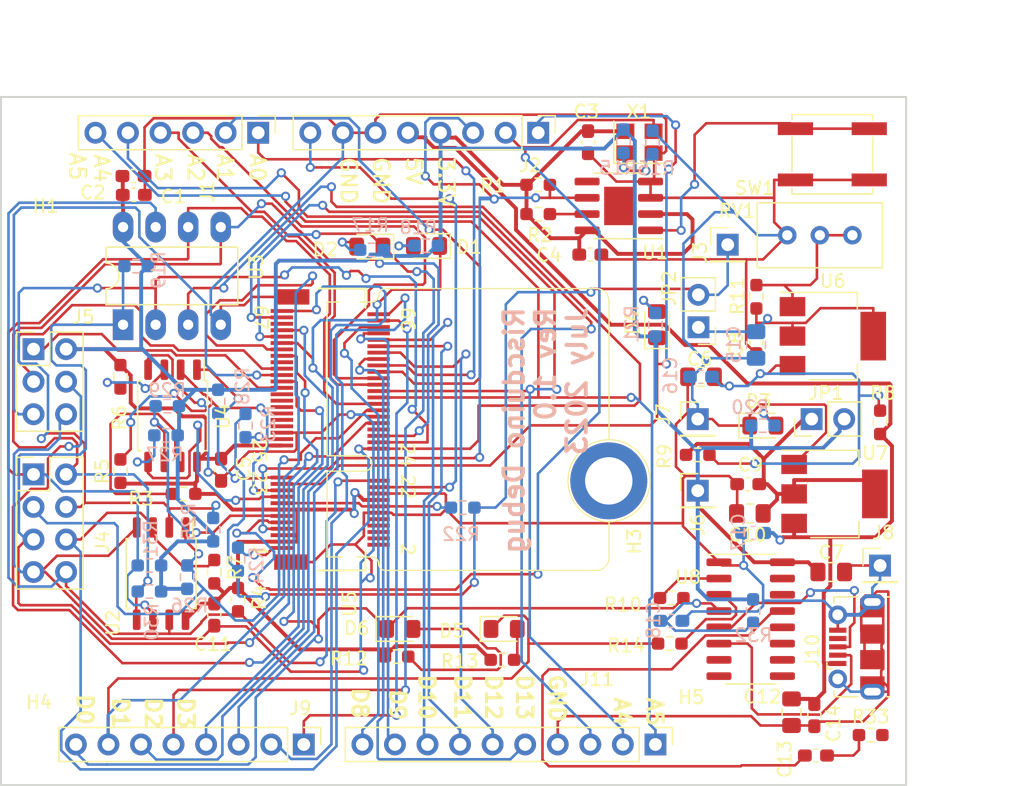
<source format=kicad_pcb>
(kicad_pcb (version 20221018) (generator pcbnew)
  (title_block (date "2023-07-21") (rev "1.0.2"))
  (layers (0 "F.Cu" jumper) (31 "B.Cu" signal) (34 "B.Paste" user) (35 "F.Paste" user) (36 "B.SilkS" user "B.Silkscreen") (37 "F.SilkS" user "F.Silkscreen") (38 "B.Mask" user) (39 "F.Mask" user) (44 "Edge.Cuts" user))
  (net 0 "")
  (net 1 "+5V")
  (net 2 "GND")
  (net 3 "+3.3VP")
  (net 4 "+3.3V")
  (net 5 "USB_D-")
  (net 6 "USB_D+")
  (net 7 "ISP_MISO")
  (net 8 "ISP_SCK")
  (net 9 "ISP_MOSI")
  (net 10 "ISP_SSN")
  (net 11 "gpio")
  (net 12 "xclk")
  (net 13 "~{RST}")
  (net 14 "Net-(U8-V3)")
  (net 15 "ardunio_a0")
  (net 16 "ardunio_a1")
  (net 17 "ardunio_a2")
  (net 18 "ardunio_a3")
  (net 19 "ardunio_a4")
  (net 20 "ardunio_a5")
  (net 21 "ardunio_d7")
  (net 22 "ardunio_d6")
  (net 23 "ardunio_d5")
  (net 24 "ardunio_d4")
  (net 25 "ardunio_d3")
  (net 26 "ardunio_d2")
  (net 27 "ardunio_d1")
  (net 28 "ardunio_d0")
  (net 29 "mprj_io_12")
  (net 30 "ardunio_d13")
  (net 31 "ardunio_d12")
  (net 32 "ardunio_d11")
  (net 33 "ardunio_d10")
  (net 34 "ardunio_d9")
  (net 35 "ardunio_d8")
  (net 37 "CARAVEL_FLASH_IO3")
  (net 38 "USER_FLASH_IO3")
  (net 39 "CARAVEL_FLASH_IO2")
  (net 40 "USER_FLASH_IO2")
  (net 41 "CARAVEL_FLASH_IO1")
  (net 42 "USER_FLASH_IO1")
  (net 43 "CARAVEL_FLASH_IO0")
  (net 44 "USER_FLASH_IO0")
  (net 45 "CARAVEL_FLASH_SCK")
  (net 46 "USER_FLASH_SCK")
  (net 47 "CARAVEL_FLASH_SSN")
  (net 48 "USER_FLASH_SSN")
  (net 49 "USER_SRAM_SSN")
  (net 50 "Net-(U1-~{ST})")
  (net 51 "mprj_io_37")
  (net 52 "Net-(U8-TXD)")
  (net 53 "Net-(U8-RXD)")
  (net 54 "+1V8")
  (net 55 "Net-(X1-EN)")
  (net 56 "Net-(U1-~{PB_RST})")
  (net 57 "Net-(U8-~{DTR})")
  (net 59 "Net-(D1-A)")
  (net 60 "Net-(D2-A)")
  (net 61 "Net-(D3-A)")
  (net 62 "Net-(D4-A)")
  (net 63 "Net-(D5-A)")
  (net 64 "Net-(D6-A)")
  (net 70 "/+1.8VP")
  (net 84 "Net-(U5-vccd)")
  (net 85 "Net-(U5-vccd1)")
  (net 86 "Net-(U5-vccd2)")
  (net 87 "mprj_io_32")
  (net 88 "mprj_io_30")
  (net 89 "mprj_io_0")
  (net 90 "mprj_io_5_ser_rx")
  (net 91 "mprj_io_11")
  (net 92 "Net-(U6-VI)")
  (net 93 "Net-(U6-ADJ)")
  (net 94 "Net-(C13-Pad2)")
  (footprint "Connector_PinHeader_2.54mm:PinHeader_1x01_P2.54mm_Vertical" (layer "F.Cu") (at 123.698 74.676)
    (fp_text reference "J7")
    (fp_text value "Conn_01x01" hide)
  )
  (footprint "Package_TO_SOT_SMD:SOT-223-3_TabPin2" (layer "F.Cu") (at 134.366 80.518)
    (fp_text reference "U7")
    (fp_text value "LM1117MP-3.3" hide)
  )
  (footprint "Resistor_SMD:R_0603_1608Metric_Pad0.98x0.95mm_HandSolder" (layer "F.Cu") (at 111.252 58.674)
    (fp_text reference "R2")
    (fp_text value "10K" hide)
  )
  (footprint "Package_SO:SOIC-8_5.23x5.23mm_P1.27mm" (layer "F.Cu") (at 81.835 86.738 -90)
    (fp_text reference "U2")
    (fp_text value "W25Q32JVSS" hide)
  )
  (footprint "Package_TO_SOT_SMD:SOT-223-3_TabPin2" (layer "F.Cu") (at 134.239 68.199)
    (fp_text reference "U6")
    (fp_text value "LM1117S-ADJ" hide)
  )
  (footprint "Package_SO:SOIC-16_3.9x9.9mm_P1.27mm" (layer "F.Cu") (at 127.827 90.297)
    (fp_text reference "U8")
    (fp_text value "CH340C" hide)
  )
  (footprint "Connector_PinHeader_2.54mm:PinHeader_1x02_P2.54mm_Vertical" (layer "F.Cu") (at 132.583 74.676 90)
    (fp_text reference "JP1")
    (fp_text value "Jumper_2" hide)
  )
  (footprint "Connector_PinHeader_2.54mm:PinHeader_2x04_P2.54mm_Vertical" (layer "F.Cu") (at 71.882 78.994)
    (fp_text reference "J4")
    (fp_text value "Conn_02x04_Odd_Even" hide)
  )
  (footprint "Capacitor_SMD:C_0603_1608Metric_Pad1.08x0.95mm_HandSolder" (layer "F.Cu") (at 115.1382 53.0595 -90)
    (fp_text reference "C3")
    (fp_text value "0.1uF" hide)
  )
  (footprint "Connector_PinHeader_2.54mm:PinHeader_1x02_P2.54mm_Vertical" (layer "F.Cu") (at 123.7488 67.5132 180)
    (fp_text reference "JP2")
    (fp_text value "Jumper_2" hide)
  )
  (footprint "Package_SO:SOIC-8-1EP_3.9x4.9mm_P1.27mm_EP2.29x3mm" (layer "F.Cu") (at 117.54 58.039 180)
    (fp_text reference "U1")
    (fp_text value "MAX1232ESA+T" hide)
  )
  (footprint "MountingHole:MountingHole_3.2mm_M3" (layer "F.Cu") (at 126.238 99.822)
    (fp_text reference "H5")
    (fp_text value "MountingHole" hide)
  )
  (footprint "Capacitor_SMD:C_0603_1608Metric_Pad1.08x0.95mm_HandSolder" (layer "F.Cu") (at 132.7912 97.79 -90)
    (fp_text reference "C14")
    (fp_text value "0.1uF" hide)
  )
  (footprint "Riscduino.Library:MicroMod-Standoff" (layer "F.Cu") (at 116.756 79.4988 -90)
    (fp_text reference "H3")
    (fp_text value "MICROMOD-Standoff" hide)
  )
  (footprint "Capacitor_SMD:C_0805_2012Metric_Pad1.18x1.45mm_HandSolder" (layer "F.Cu") (at 127.762 82.042 180)
    (fp_text reference "C10")
    (fp_text value "22uF" hide)
  )
  (footprint "Connector_PinHeader_2.54mm:PinHeader_1x01_P2.54mm_Vertical" (layer "F.Cu") (at 137.922 86.106)
    (fp_text reference "J8")
    (fp_text value "Conn_01x01" hide)
  )
  (footprint "LED_SMD:LED_0805_2012Metric_Pad1.15x1.40mm_HandSolder" (layer "F.Cu") (at 128.778 75.184)
    (fp_text reference "D3")
    (fp_text value "RED LED" hide)
  )
  (footprint "Capacitor_SMD:C_0805_2012Metric_Pad1.18x1.45mm_HandSolder" (layer "F.Cu") (at 123.952 71.374 180)
    (fp_text reference "C6")
    (fp_text value "10uF" hide)
  )
  (footprint "Resistor_SMD:R_0603_1608Metric_Pad0.98x0.95mm_HandSolder" (layer "F.Cu") (at 111.252 56.388)
    (fp_text reference "R1")
    (fp_text value "10K" hide)
  )
  (footprint "LED_SMD:LED_0805_2012Metric_Pad1.15x1.40mm_HandSolder" (layer "F.Cu") (at 102.5398 61.1632 180)
    (fp_text reference "D1")
    (fp_text value "GREEN LED" hide)
  )
  (footprint "Connector_PinHeader_2.54mm:PinHeader_1x06_P2.54mm_Vertical" (layer "F.Cu") (at 89.408 52.324 -90)
    (fp_text reference "J1")
    (fp_text value "Conn_01x06_Pin" hide)
  )
  (footprint "Capacitor_SMD:C_0603_1608Metric_Pad1.08x0.95mm_HandSolder" (layer "F.Cu") (at 85.979 89.9425 -90)
    (fp_text reference "C11")
    (fp_text value "0.1uf" hide)
  )
  (footprint "Connector_PinHeader_2.54mm:PinHeader_1x08_P2.54mm_Vertical" (layer "F.Cu") (at 111.252 52.324 -90)
    (fp_text reference "J2")
    (fp_text value "Conn_01x08_Pin" hide)
  )
  (footprint "Connector_PinHeader_2.54mm:PinHeader_1x10_P2.54mm_Vertical" (layer "F.Cu") (at 120.396 100.076 -90)
    (fp_text reference "J11")
    (fp_text value "Conn_01x10_Pin" hide)
  )
  (footprint "Package_SO:SOIC-8_5.23x5.23mm_P1.27mm" (layer "F.Cu") (at 82.724 74.422 -90)
    (fp_text reference "U4")
    (fp_text value "W25Q32JVSS" hide)
  )
  (footprint "MountingHole:MountingHole_3.2mm_M3" (layer "F.Cu") (at 73.4568 91.9734)
    (fp_text reference "H4")
    (fp_text value "MountingHole" hide)
  )
  (footprint "Resistor_SMD:R_0603_1608Metric_Pad0.98x0.95mm_HandSolder" (layer "F.Cu") (at 137.922 74.93 90)
    (fp_text reference "R8")
    (fp_text value "DNI" hide)
  )
  (footprint "Resistor_SMD:R_0603_1608Metric_Pad0.98x0.95mm_HandSolder" (layer "F.Cu") (at 100.203 93.218 180)
    (fp_text reference "R12")
    (fp_text value "470 Ohm" hide)
  )
  (footprint "Connector_USB:USB_Micro-B_Molex-105017-0001" (layer "F.Cu") (at 136.0825 92.456 90)
    (fp_text reference "J10")
    (fp_text value "USB_B_Micro" hide)
  )
  (footprint "Connector_PinHeader_2.54mm:PinHeader_1x01_P2.54mm_Vertical" (layer "F.Cu") (at 123.698 80.264)
    (fp_text reference "J6")
    (fp_text value "Conn_01x01" hide)
  )
  (footprint "Resistor_SMD:R_0603_1608Metric_Pad0.98x0.95mm_HandSolder" (layer "F.Cu") (at 78.66 78.74 90)
    (fp_text reference "R5")
    (fp_text value "10K" hide)
  )
  (footprint "Resistor_SMD:R_0603_1608Metric_Pad0.98x0.95mm_HandSolder" (layer "F.Cu") (at 108.458 93.472 180)
    (fp_text reference "R13")
    (fp_text value "470 Ohm" hide)
  )
  (footprint "Resistor_SMD:R_0603_1608Metric_Pad0.98x0.95mm_HandSolder" (layer "F.Cu") (at 121.5155 92.202 180)
    (fp_text reference "R14")
    (fp_text value "0E" hide)
  )
  (footprint "Connector_PinHeader_2.54mm:PinHeader_1x08_P2.54mm_Vertical" (layer "F.Cu") (at 92.964 100.076 -90)
    (fp_text reference "J9")
    (fp_text value "Conn_01x08_Pin" hide)
  )
  (footprint "Resistor_SMD:R_0603_1608Metric_Pad0.98x0.95mm_HandSolder" (layer "F.Cu") (at 78.66 71.374 -90)
    (fp_text reference "R6")
    (fp_text value "10K" hide)
  )
  (footprint "MountingHole:MountingHole_3.2mm_M3" (layer "F.Cu") (at 125.73 53.848)
    (fp_text reference "H2" hide)
    (fp_text value "MountingHole" hide)
  )
  (footprint "Capacitor_SMD:C_0805_2012Metric_Pad1.18x1.45mm_HandSolder" (layer "F.Cu") (at 134.112 86.614)
    (fp_text reference "C7")
    (fp_text value "10uF" hide)
  )
  (footprint "Resistor_SMD:R_0603_1608Metric_Pad0.98x0.95mm_HandSolder" (layer "F.Cu") (at 83.5895 80.518 180)
    (fp_text reference "R3")
    (fp_text value "10K" hide)
  )
  (footprint "Connector_PinHeader_2.54mm:PinHeader_1x01_P2.54mm_Vertical" (layer "F.Cu") (at 126.0348 61.0616)
    (fp_text reference "J3")
    (fp_text value "Conn_01x01" hide)
  )
  (footprint "Capacitor_SMD:C_0603_1608Metric_Pad1.08x0.95mm_HandSolder" (layer "F.Cu") (at 115.316 61.837)
    (fp_text reference "C4")
    (fp_text value "0.1uf" hide)
  )
  (footprint "Package_DIP:DIP-8_W7.62mm_LongPads" (layer "F.Cu") (at 78.867 67.31 90)
    (fp_text reference "U3")
    (fp_text value "23LC1024-I/P " hide)
  )
  (footprint "Resistor_SMD:R_0603_1608Metric_Pad0.98x0.95mm_HandSolder" (layer "F.Cu") (at 137.1873 99.3394)
    (fp_text reference "R33")
    (fp_text value "R")
  )
  (footprint "Resistor_SMD:R_0603_1608Metric_Pad0.98x0.95mm_HandSolder" (layer "F.Cu") (at 87.8332 88.773 -90)
    (fp_text reference "R4")
    (fp_text value "10K" hide)
  )
  (footprint "Resistor_SMD:R_0603_1608Metric_Pad0.98x0.95mm_HandSolder" (layer "F.Cu") (at 123.698 77.47)
    (fp_text reference "R9")
    (fp_text value "0E" hide)
  )
  (footprint "Riscduino.Library:SW_SPST_EVPBF_TS4550TP" (layer "F.Cu") (at 134.198 54.007 180)
    (fp_text reference "SW1")
    (fp_text value "4Pin Round Button SPST Straight Tactile Switch SMD - TS4550TP" hide)
  )
  (footprint "Capacitor_SMD:C_0603_1608Metric_Pad1.08x0.95mm_HandSolder" (layer "F.Cu") (at 128.27 68.7335 -90)
    (fp_text reference "C8")
    (fp_text value "0.1uF" hide)
  )
  (footprint "Riscduino.Library:M.2-CONNECTOR-E" (layer "F.Cu") (at 96.5285 75.4891 -90)
    (fp_text reference "U5")
    (fp_text value "caravel-M.2-card" hide)
  )
  (footprint "LED_SMD:LED_0805_2012Metric_Pad1.15x1.40mm_HandSolder" (layer "F.Cu") (at 98.115 61.214 180)
    (fp_text reference locked "D2")
    (fp_text value "GREEN LED" hide)
  )
  (footprint "LED_SMD:LED_0805_2012Metric_Pad1.15x1.40mm_HandSolder" (layer "F.Cu") (at 120.523 67.31 90)
    (fp_text reference "D4")
    (fp_text value "GREEN LED" hide)
  )
  (footprint "Capacitor_SMD:C_0603_1608Metric_Pad1.08x0.95mm_HandSolder" (layer "F.Cu") (at 79.7052 57.1754)
    (fp_text reference "C1")
    (fp_text value "0.1uF" hide)
  )
  (footprint "Capacitor_SMD:C_0805_2012Metric_Pad1.18x1.45mm_HandSolder" (layer "F.Cu") (at 131.0132 97.5575 -90)
    (fp_text reference "C12")
    (fp_text value "10uF" hide)
  )
  (footprint "Resistor_SMD:R_0603_1608Metric_Pad0.98x0.95mm_HandSolder" (layer "F.Cu") (at 121.666 88.646)
    (fp_text reference "R10")
    (fp_text value "0E" hide)
  )
  (footprint "Capacitor_SMD:C_0603_1608Metric_Pad1.08x0.95mm_HandSolder" (layer "F.Cu") (at 132.9182 100.9396)
    (fp_text reference "C13")
    (fp_text value "0.1uF" hide)
  )
  (footprint "Connector_PinHeader_2.54mm:PinHeader_2x03_P2.54mm_Vertical" (layer "F.Cu") (at 71.882 69.215)
    (fp_text reference "J5")
    (fp_text value "ISP" hide)
  )
  (footprint "Capacitor_SMD:C_0603_1608Metric_Pad1.08x0.95mm_HandSolder" (layer "F.Cu") (at 127.635 79.756 180)
    (fp_text reference "C9")
    (fp_text value "0.1uF" hide)
  )
  (footprint "Crystal:Crystal_SMD_Abracon_ABM8G-4Pin_3.2x2.5mm" (layer "F.Cu") (at 119.1514 53.0625)
    (fp_text reference "X1")
    (fp_text value "ASE-10.000MHZ-LC-T" hide)
  )
  (footprint "MountingHole:MountingHole_3.2mm_M3" (layer "F.Cu") (at 73.406 62.484)
    (fp_text reference "H1")
    (fp_text value "MountingHole" hide)
  )
  (footprint "Resistor_SMD:R_0603_1608Metric_Pad0.98x0.95mm_HandSolder" (layer "F.Cu") (at 85.979 86.5905 90)
    (fp_text reference "R7")
    (fp_text value "10K" hide)
  )
  (footprint "Capacitor_SMD:C_0603_1608Metric_Pad1.08x0.95mm_HandSolder" (layer "F.Cu") (at 86.5124 78.6384 -90)
    (fp_text reference "C5")
    (fp_text value "0.1uf" hide)
  )
  (footprint "LED_SMD:LED_0805_2012Metric_Pad1.15x1.40mm_HandSolder" (layer "F.Cu") (at 108.594 91.059)
    (fp_text reference "D5")
    (fp_text value "GREEN LED" hide)
  )
  (footprint "Capacitor_SMD:C_0603_1608Metric_Pad1.08x0.95mm_HandSolder" (layer "F.Cu") (at 79.6798 55.7022)
    (fp_text reference "C2")
    (fp_text value "0.1uf" hide)
  )
  (footprint "Potentiometer_THT:Potentiometer_Bourns_3296W_Vertical" (layer "F.Cu") (at 135.763 60.325)
    (fp_text reference "RV1")
    (fp_text value "500 Ohm Trim Pot" hide)
  )
  (footprint "LED_SMD:LED_0805_2012Metric_Pad1.15x1.40mm_HandSolder" (layer "F.Cu") (at 100.457 91.059)
    (fp_text reference "D6")
    (fp_text value "BLUE LED" hide)
  )
  (footprint "Resistor_SMD:R_0603_1608Metric_Pad0.98x0.95mm_HandSolder" (layer "F.Cu") (at 128.27 65.1275 90)
    (fp_text reference "R11")
    (fp_text value "470 Ohm" hide)
  )
  (footprint "Resistor_SMD:R_0603_1608Metric_Pad0.98x0.95mm_HandSolder" (layer "B.Cu") (at 128.016 89.662 90)
    (fp_text reference "R32")
    (fp_text value "0E" hide)
  )
  (footprint "Resistor_SMD:R_0603_1608Metric_Pad0.98x0.95mm_HandSolder" (layer "B.Cu") (at 88.4174 75.184 -90)
    (fp_text reference "R23")
    (fp_text value "0 Ohm" hide)
  )
  (footprint "Resistor_SMD:R_0603_1608Metric_Pad0.98x0.95mm_HandSolder" (layer "B.Cu") (at 85.899 83.309 90)
    (fp_text reference "R25")
    (fp_text value "10K" hide)
  )
  (footprint "Resistor_SMD:R_0603_1608Metric_Pad0.98x0.95mm_HandSolder" (layer "B.Cu") (at 128.778 75.184 180)
    (fp_text reference "R20")
    (fp_text value "470 Ohm" hide)
  )
  (footprint "Resistor_SMD:R_0603_1608Metric_Pad0.98x0.95mm_HandSolder" (layer "B.Cu") (at 117.9068 52.9844 -90)
    (fp_text reference "R15")
    (fp_text value "DNI" hide)
  )
  (footprint "Resistor_SMD:R_0603_1608Metric_Pad0.98x0.95mm_HandSolder" (layer "B.Cu") (at 87.8332 85.6234 90)
    (fp_text reference "R24")
    (fp_text value "0 Ohm" hide)
  )
  (footprint "Resistor_SMD:R_0603_1608Metric_Pad0.98x0.95mm_HandSolder" (layer "B.Cu") (at 83.867 87.0155 90)
    (fp_text reference "R26")
    (fp_text value "10K")
  )
  (footprint "Capacitor_SMD:C_0603_1608Metric_Pad1.08x0.95mm_HandSolder" (layer "B.Cu") (at 121.6395 90.424 180)
    (fp_text reference "C18")
    (fp_text value "0.1uF" hide)
  )
  (footprint "Resistor_SMD:R_0603_1608Metric_Pad0.98x0.95mm_HandSolder" (layer "B.Cu") (at 82.216 75.946 180)
    (fp_text reference "R27")
    (fp_text value "10K" hide)
  )
  (footprint "Resistor_SMD:R_0603_1608Metric_Pad0.98x0.95mm_HandSolder" (layer "B.Cu") (at 120.1674 53.086 90)
    (fp_text reference "R16")
    (fp_text value "DNI" hide)
  )
  (footprint "Resistor_SMD:R_0603_1608Metric_Pad0.98x0.95mm_HandSolder" (layer "B.Cu") (at 86.28 73.3025 -90)
    (fp_text reference "R28")
    (fp_text value "10K")
  )
  (footprint "Resistor_SMD:R_0603_1608Metric_Pad0.98x0.95mm_HandSolder" (layer "B.Cu") (at 82.3195 73.66 180)
    (fp_text reference "R29")
    (fp_text value "10K")
  )
  (footprint "Resistor_SMD:R_0603_1608Metric_Pad0.98x0.95mm_HandSolder" (layer "B.Cu") (at 98.2745 61.468)
    (fp_text reference "R17")
    (fp_text value "470 Ohm")
  )
  (footprint "Resistor_SMD:R_0603_1608Metric_Pad0.98x0.95mm_HandSolder" (layer "B.Cu") (at 102.5144 61.1378)
    (fp_text reference "R18")
    (fp_text value "470 Ohm" hide)
  )
  (footprint "Resistor_SMD:R_0603_1608Metric_Pad0.98x0.95mm_HandSolder" (layer "B.Cu") (at 120.396 67.31 -90)
    (fp_text reference "R21")
    (fp_text value "470 Ohm" hide)
  )
  (footprint "Capacitor_SMD:C_0805_2012Metric_Pad1.18x1.45mm_HandSolder" (layer "B.Cu") (at 128.2446 68.8887 -90)
    (fp_text reference "C15")
    (fp_text value "22uF" hide)
  )
  (footprint "Resistor_SMD:R_0603_1608Metric_Pad0.98x0.95mm_HandSolder" (layer "B.Cu") (at 80.9225 88.135 180)
    (fp_text reference "R30")
    (fp_text value "10K")
  )
  (footprint "Capacitor_SMD:C_0603_1608Metric_Pad1.08x0.95mm_HandSolder" (layer "B.Cu") (at 123.952 71.374 180)
    (fp_text reference "C16")
    (fp_text value "0.1uF" hide)
  )
  (footprint "Capacitor_SMD:C_0603_1608Metric_Pad1.08x0.95mm_HandSolder" (layer "B.Cu") (at 128.016 83.566 180)
    (fp_text reference "C17")
    (fp_text value "0.1uF" hide)
  )
  (footprint "Resistor_SMD:R_0603_1608Metric_Pad0.98x0.95mm_HandSolder" (layer "B.Cu") (at 80.9225 86.103 180)
    (fp_text reference "R31")
    (fp_text value "10K")
  )
  (footprint "Resistor_SMD:R_0603_1608Metric_Pad0.98x0.95mm_HandSolder" (layer "B.Cu") (at 79.883 62.738 180)
    (fp_text reference "R19")
    (fp_text value "10K")
  )
  (footprint "Resistor_SMD:R_0603_1608Metric_Pad0.98x0.95mm_HandSolder" (layer "B.Cu") (at 105.3592 81.5848)
    (fp_text reference "R22")
    (fp_text value "0 Ohm" hide)
  )
  (gr_rect (start 69.342 49.53) (end 139.954 103.251) (stroke (width 0.1524)) (fill none) (layer "Edge.Cuts"))
  (gr_text "Riscduino Debug\nRev 1.0\nJuly 2023" (at 115.1636 65.786 90) (layer "B.SilkS") (effects (font (size 1.524 1.524) (thickness 0.3048) bold) (justify left bottom mirror)))
  (gr_text "A4" (at 117.094 96.266 270) (layer "F.SilkS") (effects (font (size 1.2 1.2) (thickness 0.25) bold) (justify left bottom)))
  (gr_text "A3" (at 81.28 53.848 270) (layer "F.SilkS") (effects (font (size 1.2 1.2) (thickness 0.1875)) (justify left bottom)))
  (gr_text "D0" (at 75.184 96.012 270) (layer "F.SilkS") (effects (font (size 1.2 1.2) (thickness 0.25) bold) (justify left bottom)))
  (gr_text "A0" (at 88.646 53.848 -90) (layer "F.SilkS") (effects (font (size 1.2 1.2) (thickness 0.1875)) (justify left bottom)))
  (gr_text "D10" (at 101.854 94.488 270) (layer "F.SilkS") (effects (font (size 1.2 1.2) (thickness 0.25) bold) (justify left bottom)))
  (gr_text "A1" (at 86.106 53.848 270) (layer "F.SilkS") (effects (font (size 1.2 1.2) (thickness 0.1875)) (justify left bottom)))
  (gr_text "GND" (at 112.014 94.488 270) (layer "F.SilkS") (effects (font (size 1.2 1.2) (thickness 0.25) bold) (justify left bottom)))
  (gr_text "D3" (at 83.058 96.266 270) (layer "F.SilkS") (effects (font (size 1.2 1.2) (thickness 0.25) bold) (justify left bottom)))
  (gr_text "5V" (at 100.838 54.102 270) (layer "F.SilkS") (effects (font (size 1.2 1.2) (thickness 0.1875)) (justify left bottom)))
  (gr_text "D13" (at 109.474 94.488 270) (layer "F.SilkS") (effects (font (size 1.2 1.2) (thickness 0.25) bold) (justify left bottom)))
  (gr_text "D9" (at 99.568 95.631 270) (layer "F.SilkS") (effects (font (size 1.2 1.2) (thickness 0.25) bold) (justify left bottom)))
  (gr_text "D11" (at 104.648 94.488 270) (layer "F.SilkS") (effects (font (size 1.2 1.2) (thickness 0.25) bold) (justify left bottom)))
  (gr_text "A4" (at 76.5048 53.8988 -90) (layer "F.SilkS") (effects (font (size 1.2 1.2) (thickness 0.1875)) (justify left bottom)))
  (gr_text "A5" (at 74.5998 53.7464 270) (layer "F.SilkS") (effects (font (size 1.2 1.2) (thickness 0.1875)) (justify left bottom)))
  (gr_text "D8" (at 96.647 95.504 270) (layer "F.SilkS") (effects (font (size 1.2 1.2) (thickness 0.25) bold) (justify left bottom)))
  (gr_text "D2" (at 80.518 96.266 270) (layer "F.SilkS") (effects (font (size 1.2 1.2) (thickness 0.25) bold) (justify left bottom)))
  (gr_text "A5" (at 119.634 96.266 270) (layer "F.SilkS") (effects (font (size 1.2 1.2) (thickness 0.25) bold) (justify left bottom)))
  (gr_text "D12" (at 107.061 94.488 270) (layer "F.SilkS") (effects (font (size 1.2 1.2) (thickness 0.25) bold) (justify left bottom)))
  (gr_text "GND" (at 98.298 54.102 270) (layer "F.SilkS") (effects (font (size 1.2 1.2) (thickness 0.1875)) (justify left bottom)))
  (gr_text "D1" (at 77.978 96.266 270) (layer "F.SilkS") (effects (font (size 1.2 1.2) (thickness 0.25) bold) (justify left bottom)))
  (gr_text "3.3V" (at 103.378 54.102 270) (layer "F.SilkS") (effects (font (size 1.2 1.2) (thickness 0.1875)) (justify left bottom)))
  (gr_text "GND" (at 95.758 54.102 270) (layer "F.SilkS") (effects (font (size 1.2 1.2) (thickness 0.1875)) (justify left bottom)))
  (gr_text "A2" (at 83.82 53.848 270) (layer "F.SilkS") (effects (font (size 1.2 1.2) (thickness 0.1875)) (justify left bottom)))
  (segment (start 131.216 83.9001) (end 130.331 83.9001) (width 0.3048) (layer "F.Cu") (net 1))
  (segment (start 102.4518 52.812855) (end 103.143145 53.5042) (width 0.3048) (layer "F.Cu") (net 1))
  (segment (start 103.143145 53.5042) (end 104.7868 53.5042) (width 0.3048) (layer "F.Cu") (net 1))
  (segment (start 132.9944 96.52) (end 131.0132 96.52) (width 0.3048) (layer "F.Cu") (net 1))
  (segment (start 133.614 93.756) (end 133.529 93.671) (width 0.3048) (layer "F.Cu") (net 1))
  (segment (start 122.706 68.8934) (end 124.565 68.8934) (width 0.3048) (layer "F.Cu") (net 1))
  (segment (start 134.039 83.9001) (end 137.57 83.9001) (width 0.3048) (layer "F.Cu") (net 1))
  (segment (start 138.7272 75.0373) (end 137.922 75.8425) (width 0.3048) (layer "F.Cu") (net 1))
  (segment (start 102.4518 52.6796) (end 102.4518 52.812855) (width 0.3048) (layer "F.Cu") (net 1))
  (segment (start 134.62 93.756) (end 133.614 93.756) (width 0.3048) (layer "F.Cu") (net 1))
  (segment (start 137.57 83.9001) (end 138.848 82.6222) (width 0.3048) (layer "F.Cu") (net 1))
  (segment (start 138.848 82.6222) (end 138.848 76.7686) (width 0.3048) (layer "F.Cu") (net 1))
  (segment (start 131.216 83.9001) (end 134.039 83.9001) (width 0.3048) (layer "F.Cu") (net 1))
  (segment (start 133.5648 95.9496) (end 132.9944 96.52) (width 0.3048) (layer "F.Cu") (net 1))
  (segment (start 104.7868 53.5042) (end 109.5218 58.2392) (width 0.3048) (layer "F.Cu") (net 1))
  (segment (start 133.529 93.671) (end 133.529 88.2158) (width 0.3048) (layer "F.Cu") (net 1))
  (segment (start 121.122 67.31) (end 122.706 68.8934) (width 0.3048) (layer "F.Cu") (net 1))
  (segment (start 109.5218 59.907768) (end 116.924032 67.31) (width 0.3048) (layer "F.Cu") (net 1))
  (segment (start 138.848 76.7686) (end 137.922 75.8425) (width 0.3048) (layer "F.Cu") (net 1))
  (segment (start 131.0132 96.52) (end 132.384 96.52) (width 0.3048) (layer "F.Cu") (net 1))
  (segment (start 138.6332 71.8991) (end 138.7272 71.9931) (width 0.3048) (layer "F.Cu") (net 1))
  (segment (start 116.924032 67.31) (end 121.122 67.31) (width 0.3048) (layer "F.Cu") (net 1))
  (segment (start 124.565 68.8934) (end 127.57 71.8991) (width 0.3048) (layer "F.Cu") (net 1))
  (segment (start 127.57 71.8991) (end 138.6332 71.8991) (width 0.3048) (layer "F.Cu") (net 1))
  (segment (start 133.614 93.756) (end 133.5648 93.8052) (width 0.3048) (layer "F.Cu") (net 1))
  (segment (start 109.5218 58.2392) (end 109.5218 59.907768) (width 0.3048) (layer "F.Cu") (net 1))
  (segment (start 133.5648 93.8052) (end 133.5648 95.9496) (width 0.3048) (layer "F.Cu") (net 1))
  (segment (start 133.529 88.2158) (end 134.039 87.706) (width 0.3048) (layer "F.Cu") (net 1))
  (segment (start 132.384 96.52) (end 132.791 96.9275) (width 0.3048) (layer "F.Cu") (net 1))
  (segment (start 131.216 82.818) (end 131.216 83.9001) (width 0.3048) (layer "F.Cu") (net 1))
  (segment (start 134.039 87.706) (end 134.039 83.9001) (width 0.3048) (layer "F.Cu") (net 1))
  (segment (start 138.7272 71.9931) (end 138.7272 75.0373) (width 0.3048) (layer "F.Cu") (net 1))
  (segment (start 130.331 83.9001) (end 130.114 84.1172) (width 0.3048) (layer "F.Cu") (net 1))
  (segment (start 101.4476 52.6796) (end 102.4518 52.6796) (width 0.3048) (layer "F.Cu") (net 1))
  (via (at 130.114 84.1172) (size 0.7112) (drill 0.4064) (layers "F.Cu" "B.Cu") (net 1))
  (segment (start 129.562 83.566) (end 130.114 84.1172) (width 0.3048) (layer "B.Cu") (net 1))
  (segment (start 128.8785 83.566) (end 129.562 83.566) (width 0.3048) (layer "B.Cu") (net 1))
  (segment (start 120.8671 50.9155) (end 121.2327 51.2811) (width 0.2032) (layer "F.Cu") (net 2))
  (segment (start 125.3373 75.184) (end 124.8293 74.676) (width 0.2032) (layer "F.Cu") (net 2))
  (segment (start 72.4477 86.614) (end 73.7177 85.344) (width 0.2032) (layer "F.Cu") (net 2))
  (segment (start 128.7972 62.2108) (end 130.683 60.325) (width 0.2032) (layer "F.Cu") (net 2))
  (segment (start 138.5513 95.591) (end 138.5513 95.956) (width 0.2032) (layer "F.Cu") (net 2))
  (segment (start 121.2327 51.2811) (end 121.2327 53.7479) (width 0.2032) (layer "F.Cu") (net 2))
  (segment (start 96.9806 84.467) (end 98.2472 85.7336) (width 0.2032) (layer "F.Cu") (net 2))
  (segment (start 133.7181 73.6825) (end 133.7181 75.7159) (width 0.2032) (layer "F.Cu") (net 2))
  (segment (start 138.5639 88.1703) (end 138.5316 88.138) (width 0.2032) (layer "F.Cu") (net 2))
  (segment (start 127.8638 97.8664) (end 113.2076 97.8664) (width 0.2032) (layer "F.Cu") (net 2))
  (segment (start 131.318 56.007) (end 137.078 56.007) (width 0.2032) (layer "F.Cu") (net 2))
  (segment (start 122.9145 74.1609) (end 122.0022 75.0732) (width 0.2032) (layer "F.Cu") (net 2))
  (segment (start 127.753 74.3636) (end 128.5719 73.5447) (width 0.2032) (layer "F.Cu") (net 2))
  (segment (start 88.4691 90.8608) (end 89.1007 91.4924) (width 0.2032) (layer "F.Cu") (net 2))
  (segment (start 138.0349 92.2974) (end 138.0349 92.6146) (width 0.2032) (layer "F.Cu") (net 2))
  (segment (start 88.9627 65.1391) (end 88.3158 65.786) (width 0.2032) (layer "F.Cu") (net 2))
  (segment (start 129.6617 57.404) (end 129.6617 56.007) (width 0.2032) (layer "F.Cu") (net 2))
  (segment (start 88.3158 65.786) (end 86.582416 65.786) (width 0.2032) (layer "F.Cu") (net 2))
  (segment (start 97.5223 94.3944) (end 97.6354 94.2813) (width 0.2032) (layer "F.Cu") (net 2))
  (segment (start 97.6472 83.8004) (end 96.9806 84.467) (width 0.2032) (layer "F.Cu") (net 2))
  (segment (start 137.6653 88.138) (end 137.21 88.5933) (width 0.2032) (layer "F.Cu") (net 2))
  (segment (start 98.8035 81.9891) (end 97.6472 81.9891) (width 0.2032) (layer "F.Cu") (net 2))
  (segment (start 97.6472 81.9891) (end 97.6472 83.8004) (width 0.2032) (layer "F.Cu") (net 2))
  (segment (start 82.3834 69.7) (end 82.724 70.0406) (width 0.2032) (layer "F.Cu") (net 2))
  (segment (start 129.6617 57.404) (end 120.015 57.404) (width 0.2032) (layer "F.Cu") (net 2))
  (segment (start 99.9579 82.1449) (end 99.8021 81.9891) (width 0.2032) (layer "F.Cu") (net 2))
  (segment (start 122.5419 82.8027) (end 105.1289 82.8027) (width 0.2032) (layer "F.Cu") (net 2))
  (segment (start 129.6617 59.3037) (end 129.6617 57.404) (width 0.2032) (layer "F.Cu") (net 2))
  (segment (start 130.683 60.325) (end 129.6617 59.3037) (width 0.2032) (layer "F.Cu") (net 2))
  (segment (start 86.487 65.881416) (end 86.487 67.31) (width 0.2032) (layer "F.Cu") (net 2))
  (segment (start 88.4691 90.8607) (end 88.4691 90.8608) (width 0.2032) (layer "F.Cu") (net 2))
  (segment (start 73.7177 85.344) (end 77.724 85.344) (width 0.2032) (layer "F.Cu") (net 2))
  (segment (start 103.935974 80.4891) (end 104.0472 80.600326) (width 0.2032) (layer "F.Cu") (net 2))
  (segment (start 135.6575 86.106) (end 137.922 86.106) (width 0.2032) (layer "F.Cu") (net 2))
  (segment (start 80.819 70.822) (end 80.819 69.9554) (width 0.2032) (layer "F.Cu") (net 2))
  (segment (start 80.5423 55.7022) (end 80.5423 51.9004) (width 0.2032) (layer "F.Cu") (net 2))
  (segment (start 136.7636 88.4576) (end 137.8764 88.4576) (width 0.2032) (layer "F.Cu") (net 2))
  (segment (start 131.0132 98.595) (end 128.5924 98.595) (width 0.2032) (layer "F.Cu") (net 2))
  (segment (start 84.9605 91.8235) (end 85.979 90.805) (width 0.2032) (layer "F.Cu") (net 2))
  (segment (start 122.9145 71.374) (end 122.9145 74.1609) (width 0.2032) (layer "F.Cu") (net 2))
  (segment (start 122.5419 82.8027) (end 122.5419 83.0419) (width 0.2032) (layer "F.Cu") (net 2))
  (segment (start 136.453 91.2503) (end 136.453 90.0789) (width 0.2032) (layer "F.Cu") (net 2))
  (segment (start 136.4716 89.3317) (end 136.4716 88.7496) (width 0.2032) (layer "F.Cu") (net 2))
  (segment (start 89.1007 91.4924) (end 89.1008 91.4924) (width 0.2032) (layer "F.Cu") (net 2))
  (segment (start 99.8021 81.9891) (end 98.8035 81.9891) (width 0.2032) (layer "F.Cu") (net 2))
  (segment (start 86.5124 79.3878) (end 88.6876 77.2126) (width 0.2032) (layer "F.Cu") (net 2))
  (segment (start 136.5877 98.2903) (end 138.5639 96.3141) (width 0.2032) (layer "F.Cu") (net 2))
  (segment (start 98.9191 50.9155) (end 120.8671 50.9155) (width 0.2032) (layer "F.Cu") (net 2))
  (segment (start 126.1347 79.1182) (end 122.7274 79.1182) (width 0.2032) (layer "F.Cu") (net 2))
  (segment (start 137.32 88.956) (end 137.32 89.556) (width 0.2032) (layer "F.Cu") (net 2))
  (segment (start 120.2963 53.9574) (end 120.2963 55.8527) (width 0.2032) (layer "F.Cu") (net 2))
  (segment (start 138.5513 95.956) (end 137.32 95.956) (width 0.2032) (layer "F.Cu") (net 2))
  (segment (start 84.4579 73.3957) (end 84.9848 73.3957) (width 0.2032) (layer "F.Cu") (net 2))
  (segment (start 138.1684 94.1639) (end 138.0099 94.3224) (width 0.2032) (layer "F.Cu") (net 2))
  (segment (start 116.5523 62.2108) (end 127.4751 62.2108) (width 0.2032) (layer "F.Cu") (net 2))
  (segment (start 136.7044 93.456) (end 136.7044 91.456) (width 0.2032) (layer "F.Cu") (net 2))
  (segment (start 126.7725 81.994) (end 126.7725 79.756) (width 0.2032) (layer "F.Cu") (net 2))
  (segment (start 137.8764 88.4576) (end 138.1684 88.7496) (width 0.2032) (layer "F.Cu") (net 2))
  (segment (start 133.7181 75.7159) (end 131.216 78.218) (width 0.2032) (layer "F.Cu") (net 2))
  (segment (start 98.552 52.324) (end 98.552 51.2826) (width 0.2032) (layer "F.Cu") (net 2))
  (segment (start 88.6876 77.2126) (end 92.2139 77.2126) (width 0.2032) (layer "F.Cu") (net 2))
  (segment (start 94.35 75.7391) (end 92.4098 75.7391) (width 0.2032) (layer "F.Cu") (net 2))
  (segment (start 120.015 56.134) (end 117.3502 56.134) (width 0.2032) (layer "F.Cu") (net 2))
  (segment (start 74.988698 88.8238) (end 77.9884 91.8235) (width 0.2032) (layer "F.Cu") (net 2))
  (segment (start 136.4716 88.7496) (end 136.7636 88.4576) (width 0.2032) (layer "F.Cu") (net 2))
  (segment (start 138.1684 92.7481) (end 138.1684 94.1639) (width 0.2032) (layer "F.Cu") (net 2))
  (segment (start 98.2472 87.0204) (end 98.1948 87.0204) (width 0.2032) (layer "F.Cu") (net 2))
  (segment (start 126.7725 79.756) (end 126.1347 79.1182) (width 0.2032) (layer "F.Cu") (net 2))
  (segment (start 81.0744 69.7) (end 82.3834 69.7) (width 0.2032) (layer "F.Cu") (net 2))
  (segment (start 121.2327 53.7479) (end 121.0681 53.9125) (width 0.2032) (layer "F.Cu") (net 2))
  (segment (start 104.0472 81.721) (end 103.6233 82.1449) (width 0.2032) (layer "F.Cu") (net 2))
  (segment (start 91.9529 94.3944) (end 97.5223 94.3944) (width 0.2032) (layer "F.Cu") (net 2))
  (segment (start 98.552 51.2826) (end 98.9191 50.9155) (width 0.2032) (layer "F.Cu") (net 2))
  (segment (start 74.988698 88.811714) (end 74.988698 88.8238) (width 0.2032) (layer "F.Cu") (net 2))
  (segment (start 133.1534 98.2903) (end 136.5877 98.2903) (width 0.2032) (layer "F.Cu") (net 2))
  (segment (start 122.5419 83.0419) (end 125.352 85.852) (width 0.2032) (layer "F.Cu") (net 2))
  (segment (start 72.4477 86.614) (end 72.790984 86.614) (width 0.2032) (layer "F.Cu") (net 2))
  (segment (start 93.6848 85.8391) (end 95.0569 84.467) (width 0.2032) (layer "F.Cu") (net 2))
  (segment (start 86.0347 90.8607) (end 88.4691 90.8607) (width 0.2032) (layer "F.Cu") (net 2))
  (segment (start 104.0472 80.600326) (end 104.0472 81.721) (width 0.2032) (layer "F.Cu") (net 2))
  (segment (start 123.1829 74.1609) (end 122.9145 74.1609) (width 0.2032) (layer "F.Cu") (net 2))
  (segment (start 135.1495 86.614) (end 135.6575 86.106) (width 0.2032) (layer "F.Cu") (net 2))
  (segment (start 98.8035 80.4891) (end 103.935974 80.4891) (width 0.2032) (layer "F.Cu") (net 2))
  (segment (start 105.1289 82.8027) (end 104.0472 81.721) (width 0.2032) (layer "F.Cu") (net 2))
  (segment (start 130.4899 56.007) (end 129.6617 56.007) (width 0.2032) (layer "F.Cu") (net 2))
  (segment (start 123.698 74.676) (end 124.8293 74.676) (width 0.2032) (layer "F.Cu") (net 2))
  (segment (start 96.012 52.324) (end 98.552 52.324) (width 0.2032) (layer "F.Cu") (net 2))
  (segment (start 72.790984 86.614) (end 74.988698 88.811714) (width 0.2032) (layer "F.Cu") (net 2))
  (segment (start 77.9884 91.8235) (end 84.9605 91.8235) (width 0.2032) (layer "F.Cu") (net 2))
  (segment (start 134.62 89.956) (end 134.62 91.156) (width 0.2032) (layer "F.Cu") (net 2))
  (segment (start 128.5924 98.595) (end 127.8638 97.8664) (width 0.2032) (layer "F.Cu") (net 2))
  (segment (start 82.724 70.0406) (end 82.724 71.6618) (width 0.2032) (layer "F.Cu") (net 2))
  (segment (start 120.015 56.134) (end 120.015 57.404) (width 0.2032) (layer "F.Cu") (net 2))
  (segment (start 138.1684 88.7496) (end 138.1684 92.1639) (width 0.2032) (layer "F.Cu") (net 2))
  (segment (start 122.0022 75.0732) (end 122.0022 78.393) (width 0.2032) (layer "F.Cu") (net 2))
  (segment (start 86.582416 65.786) (end 86.487 65.881416) (width 0.2032) (layer "F.Cu") (net 2))
  (segment (start 121.0681 53.9125) (end 120.2514 53.9125) (width 0.2032) (layer "F.Cu") (net 2))
  (segment (start 91.2535 75.7391) (end 92.4098 75.7391) (width 0.2032) (layer "F.Cu") (net 2))
  (segment (start 127.4751 62.2108) (end 128.7972 62.2108) (width 0.2032) (layer "F.Cu") (net 2))
  (segment (start 127.753 75.184) (end 125.3373 75.184) (width 0.2032) (layer "F.Cu") (net 2))
  (segment (start 92.0285 85.8391) (end 93.6848 85.8391) (width 0.2032) (layer "F.Cu") (net 2))
  (segment (start 81.25 51.1927) (end 94.8807 51.1927) (width 0.2032) (layer "F.Cu") (net 2))
  (segment (start 128.5719 73.5447) (end 133.5803 73.5447) (width 0.2032) (layer "F.Cu") (net 2))
  (segment (start 138.0099 94.3224) (end 138.0099 95.0497) (width 0.2032) (layer "F.Cu") (net 2))
  (segment (start 127.4751 68.8011) (end 127.4751 62.2108) (width 0.2032) (layer "F.Cu") (net 2))
  (segment (start 138.035 95.0747) (end 138.5513 95.591) (width 0.2032) (layer "F.Cu") (net 2))
  (segment (start 98.1948 87.0204) (end 98.144 87.0712) (width 0.2032) (layer "F.Cu") (net 2))
  (segment (start 127.2768 86.0988) (end 125.5988 86.0988) (width 0.2032) (layer "F.Cu") (net 2))
  (segment (start 133.5803 73.5447) (end 133.7181 73.6825) (width 0.2032) (layer "F.Cu") (net 2))
  (segment (start 128.27 69.596) (end 127.4751 68.8011) (width 0.2032) (layer "F.Cu") (net 2))
  (segment (start 82.724 71.6618) (end 84.4579 73.3957) (width 0.2032) (layer "F.Cu") (net 2))
  (segment (start 96.6329 74.326181) (end 95.762919 74.326181) (width 0.2032) (layer "F.Cu") (net 2))
  (segment (start 80.819 69.9554) (end 81.0744 69.7) (width 0.2032) (layer "F.Cu") (net 2))
  (segment (start 127.753 75.184) (end 127.753 74.3636) (width 0.2032) (layer "F.Cu") (net 2))
  (segment (start 125.5988 86.0988) (end 125.352 85.852) (width 0.2032) (layer "F.Cu") (net 2))
  (segment (start 122.5419 79.3037) (end 122.5419 82.8027) (width 0.2032) (layer "F.Cu") (net 2))
  (segment (start 92.4098 77.0167) (end 92.4098 75.7391) (width 0.2032) (layer "F.Cu") (net 2))
  (segment (start 138.1684 92.1639) (end 138.0349 92.2974) (width 0.2032) (layer "F.Cu") (net 2))
  (segment (start 116.1785 61.837) (end 116.5523 62.2108) (width 0.2032) (layer "F.Cu") (net 2))
  (segment (start 95.0569 84.467) (end 96.9806 84.467) (width 0.2032) (layer "F.Cu") (net 2))
  (segment (start 103.6233 82.1449) (end 99.9579 82.1449) (width 0.2032) (layer "F.Cu") (net 2))
  (segment (start 85.9509 78.8263) (end 85.5032 78.8263) (width 0.2032) (layer "F.Cu") (net 2))
  (segment (start 86.5124 79.3878) (end 85.9509 78.8263) (width 0.2032) (layer "F.Cu") (net 2))
  (segment (start 117.3502 56.134) (end 115.1382 53.922) (width 0.2032) (layer "F.Cu") (net 2))
  (segment (start 132.7912 98.6525) (end 133.1534 98.2903) (width 0.2032) (layer "F.Cu") (net 2))
  (segment (start 80.5677 57.1754) (end 80.5677 55.7276) (width 0.2032) (layer "F.Cu") (net 2))
  (segment (start 120.2963 55.8527) (end 120.015 56.134) (width 0.2032) (layer "F.Cu") (net 2))
  (segment (start 77.724 85.344) (end 79.93 83.138) (width 0.2032) (layer "F.Cu") (net 2))
  (segment (start 80.5423 51.9004) (end 81.25 51.1927) (width 0.2032) (layer "F.Cu") (net 2))
  (segment (start 122.7274 79.1182) (end 122.5419 79.3037) (width 0.2032) (layer "F.Cu") (net 2))
  (segment (start 92.0285 65.1391) (end 88.9627 65.1391) (width 0.2032) (layer "F.Cu") (net 2))
  (segment (start 98.2472 85.7336) (end 98.2472 87.0204) (width 0.2032) (layer "F.Cu") (net 2))
  (segment (start 132.7337 98.595) (end 131.0132 98.595) (width 0.2032) (layer "F.Cu") (net 2))
  (segment (start 137.32 95.956) (end 136.72 95.356) (width 0.2032) (layer "F.Cu") (net 2))
  (segment (start 95.762919 74.326181) (end 94.35 75.7391) (width 0.2032) (layer "F.Cu") (net 2))
  (segment (start 138.0349 92.6146) (end 138.1684 92.7481) (width 0.2032) (layer "F.Cu") (net 2))
  (segment (start 94.8807 51.1927) (end 96.012 52.324) (width 0.2032) (layer "F.Cu") (net 2))
  (segment (start 112.776 98.298) (end 112.776 100.076) (width 0.2032) (layer "F.Cu") (net 2))
  (segment (start 92.2139 77.2126) (end 92.4098 77.0167) (width 0.2032) (layer "F.Cu") (net 2))
  (segment (start 122.0022 78.393) (end 122.7274 79.1182) (width 0.2032) (layer "F.Cu") (net 2))
  (segment (start 138.5639 96.3141) (end 138.5639 88.1703) (width 0.2032) (layer "F.Cu") (net 2))
  (segment (start 89.1008 91.4924) (end 89.1008 91.5423) (width 0.2032) (layer "F.Cu") (net 2))
  (segment (start 113.2076 97.8664) (end 112.776 98.298) (width 0.2032) (layer "F.Cu") (net 2))
  (segment (start 138.5316 88.138) (end 137.6653 88.138) (width 0.2032) (layer "F.Cu") (net 2))
  (segment (start 89.1008 91.5423) (end 91.9529 94.3944) (width 0.2032) (layer "F.Cu") (net 2))
  (via (at 98.144 87.0712) (size 0.7112) (drill 0.4064) (layers "F.Cu" "B.Cu") (net 2))
  (via (at 84.9848 73.3957) (size 0.7112) (drill 0.4064) (layers "F.Cu" "B.Cu") (net 2))
  (via (at 97.6354 94.2813) (size 0.7112) (drill 0.4064) (layers "F.Cu" "B.Cu") (net 2))
  (via (at 127.2768 86.0988) (size 0.7112) (drill 0.4064) (layers "F.Cu" "B.Cu") (net 2))
  (via (at 85.5032 78.8263) (size 0.7112) (drill 0.4064) (layers "F.Cu" "B.Cu") (net 2))
  (via (at 96.6329 74.326181) (size 0.7112) (drill 0.4064) (layers "F.Cu" "B.Cu") (net 2))
  (segment (start 85.5032 73.9141) (end 84.9848 73.3957) (width 0.2032) (layer "B.Cu") (net 2))
  (segment (start 137.32 88.956) (end 137.32 87.8393) (width 0.2032) (layer "B.Cu") (net 2))
  (segment (start 97.409 85.889312) (end 97.409 87.4776) (width 0.2032) (layer "B.Cu") (net 2))
  (segment (start 128.3462 60.325) (end 126.5517 58.5305) (width 0.2032) (layer "B.Cu") (net 2))
  (segment (start 128.3557 89.6982) (end 128.798 89.2559) (width 0.2032) (layer "B.Cu") (net 2))
  (segment (start 85.7114 64.560374) (end 96.012 54.259774) (width 0.2032) (layer "B.Cu") (net 2))
  (segment (start 136.32 89.956) (end 137.32 88.956) (width 0.3048) (layer "B.Cu") (net 2))
  (segment (start 97.719581 74.326181) (end 98.3975 75.0041) (width 0.2032) (layer "B.Cu") (net 2))
  (segment (start 70.9168 86.614) (end 70.3547 86.0519) (width 0.2032) (layer "B.Cu") (net 2))
  (segment (start 123.2706 71.374) (end 123.2706 73.1173) (width 0.2032) (layer "B.Cu") (net 2))
  (segment (start 126.4232 58.4274) (end 120.1693 52.1735) (width 0.2032) (layer "B.Cu") (net 2))
  (segment (start 122.5818 60.984) (end 125.0353 58.5305) (width 0.2032) (layer "B.Cu") (net 2))
  (segment (start 128.798 89.2559) (end 128.798 88.8518) (width 0.2032) (layer "B.Cu") (net 2))
  (segment (start 134.62 89.956) (end 133.5158 88.8518) (width 0.2032) (layer "B.Cu") (net 2))
  (segment (start 130.683 60.325) (end 128.3462 60.325) (width 0.2032) (layer "B.Cu") (net 2))
  (segment (start 124.3911 70.2535) (end 122.5818 68.4442) (width 0.2032) (layer "B.Cu") (net 2))
  (segment (start 98.144 87.0712) (end 97.8154 87.0712) (width 0.2032) (layer "B.Cu") (net 2))
  (segment (start 122.502 90.424) (end 123.2278 89.6982) (width 0.2032) (layer "B.Cu") (net 2))
  (segment (start 71.882 86.614) (end 70.9168 86.614) (width 0.2032) (layer "B.Cu") (net 2))
  (segment (start 123.2706 73.1173) (end 123.698 73.5447) (width 0.2032) (layer "B.Cu") (net 2))
  (segment (start 126.4232 58.5305) (end 126.4232 58.4274) (width 0.2032) (layer "B.Cu") (net 2))
  (segment (start 73.9337 76.1549) (end 73.9337 74.295) (width 0.2032) (layer "B.Cu") (net 2))
  (segment (start 98.3975 84.900812) (end 97.409 85.889312) (width 0.2032) (layer "B.Cu") (net 2))
  (segment (start 70.3547 77.4225) (end 70.7148 77.0624) (width 0.2032) (layer "B.Cu") (net 2))
  (segment (start 124.7184 69.9262) (end 124.3911 70.2535) (width 0.2032) (layer "B.Cu") (net 2))
  (segment (start 97.409 87.4776) (end 97.409 94.0549) (width 0.2032) (layer "B.Cu") (net 2))
  (segment (start 128.798 87.62) (end 127.2768 86.0988) (width 0.2032) (layer "B.Cu") (net 2))
  (segment (start 96.012 54.259774) (end 96.012 52.324) (width 0.2032) (layer "B.Cu") (net 2))
  (segment (start 137.922 87.2373) (end 137.922 86.106) (width 0.2032) (layer "B.Cu") (net 2))
  (segment (start 123.2278 89.6982) (end 128.3557 89.6982) (width 0.2032) (layer "B.Cu") (net 2))
  (segment (start 97.8154 87.0712) (end 97.409 87.4776) (width 0.2032) (layer "B.Cu") (net 2))
  (segment (start 96.6329 74.326181) (end 97.719581 74.326181) (width 0.2032) (layer "B.Cu") (net 2))
  (segment (start 73.0262 77.0624) (end 73.9337 76.1549) (width 0.2032) (layer "B.Cu") (net 2))
  (segment (start 97.409 94.0549) (end 97.6354 94.2813) (width 0.2032) (layer "B.Cu") (net 2))
  (segment (start 127.2768 86.0988) (end 127.2768 83.6893) (width 0.2032) (layer "B.Cu") (net 2))
  (segment (start 86.487 67.31) (end 85.7114 66.5344) (width 0.2032) (layer "B.Cu") (net 2))
  (segment (start 135.62 95.956) (end 134.62 94.956) (width 0.2032) (layer "B.Cu") (net 2))
  (segment (start 70.3547 86.0519) (end 70.3547 77.4225) (width 0.2032) (layer "B.Cu") (net 2))
  (segment (start 134.62 89.956) (end 136.32 89.956) (width 0.3048) (layer "B.Cu") (net 2))
  (segment (start 85.5032 78.8263) (end 85.5032 73.9141) (width 0.2032) (layer "B.Cu") (net 2))
  (segment (start 85.7114 66.5344) (end 85.7114 64.560374) (width 0.2032) (layer "B.Cu") (net 2))
  (segment (start 133.5158 88.8518) (end 128.798 88.8518) (width 0.2032) (layer "B.Cu") (net 2))
  (segment (start 126.5517 58.5305) (end 126.4232 58.5305) (width 0.2032) (layer "B.Cu") (net 2))
  (segment (start 123.698 74.676) (end 123.698 73.5447) (width 0.2032) (layer "B.Cu") (net 2))
  (segment (start 122.5818 68.4442) (end 122.5818 60.984) (width 0.2032) (layer "B.Cu") (net 2))
  (segment (start 137.32 87.8393) (end 137.922 87.2373) (width 0.2032) (layer "B.Cu") (net 2))
  (segment (start 70.7148 77.0624) (end 73.0262 77.0624) (width 0.2032) (layer "B.Cu") (net 2))
  (segment (start 128.2446 69.9262) (end 124.7184 69.9262) (width 0.2032) (layer "B.Cu") (net 2))
  (segment (start 124.3911 70.2535) (end 123.2706 71.374) (width 0.2032) (layer "B.Cu") (net 2))
  (segment (start 98.3975 75.0041) (end 98.3975 84.900812) (width 0.2032) (layer "B.Cu") (net 2))
  (segment (start 137.32 95.956) (end 135.62 95.956) (width 0.2032) (layer "B.Cu") (net 2))
  (segment (start 128.798 88.8518) (end 128.798 87.62) (width 0.2032) (layer "B.Cu") (net 2))
  (segment (start 125.0353 58.5305) (end 126.4232 58.5305) (width 0.2032) (layer "B.Cu") (net 2))
  (segment (start 127.675 76.6178) (end 128.844 77.7872) (width 0.3048) (layer "F.Cu") (net 3))
  (segment (start 128.844 77.7872) (end 128.844 79.756) (width 0.3048) (layer "F.Cu") (net 3))
  (segment (start 131.216 79.4359) (end 131.216 80.518) (width 0.3048) (layer "F.Cu") (net 3))
  (segment (start 129.3417 81.4998) (end 128.7995 82.042) (width 0.3048) (layer "F.Cu") (net 3))
  (segment (start 129.342 81.4998) (end 129.3417 81.4998) (width 0.3048) (layer "F.Cu") (net 3))
  (segment (start 122.786 77.47) (end 123.212 77.0439) (width 0.3048) (layer "F.Cu") (net 3))
  (segment (start 129.884 80.9576) (end 129.884 80.518) (width 0.3048) (layer "F.Cu") (net 3))
  (segment (start 137.516 79.4359) (end 131.216 79.4359) (width 0.3048) (layer "F.Cu") (net 3))
  (segment (start 123.2116 77.0439) (end 122.7855 77.47) (width 0.3048) (layer "F.Cu") (net 3))
  (segment (start 129.122 79.756) (end 129.884 80.518) (width 0.3048) (layer "F.Cu") (net 3))
  (segment (start 131.9552 74.676) (end 128.844 77.7872) (width 0.3048) (layer "F.Cu") (net 3))
  (segment (start 129.342 81.4998) (end 129.884 80.9576) (width 0.3048) (layer "F.Cu") (net 3))
  (segment (start 123.212 77.0439) (end 123.2116 77.0439) (width 0.3048) (layer "F.Cu") (net 3))
  (segment (start 131.216 80.518) (end 129.884 80.518) (width 0.3048) (layer "F.Cu") (net 3))
  (segment (start 128.844 79.756) (end 129.122 79.756) (width 0.3048) (layer "F.Cu") (net 3))
  (segment (start 123.638 76.6178) (end 127.675 76.6178) (width 0.3048) (layer "F.Cu") (net 3))
  (segment (start 123.212 77.0439) (end 123.638 76.6178) (width 0.3048) (layer "F.Cu") (net 3))
  (segment (start 128.8 82.042) (end 129.342 81.4998) (width 0.3048) (layer "F.Cu") (net 3))
  (segment (start 86.7675 88.2915) (end 87.1985 87.8605) (width 0.3048) (layer "F.Cu") (net 4))
  (segment (start 104.013 52.705) (end 104.8024 52.705) (width 0.3048) (layer "F.Cu") (net 4))
  (segment (start 110.34 58.674) (end 110.34 56.388) (width 0.3048) (layer "F.Cu") (net 4))
  (segment (start 97.618101 80.9891) (end 98.8035 80.9891) (width 0.3048) (layer "F.Cu") (net 4))
  (segment (start 114.6147 52.2125) (end 110.4392 56.388) (width 0.3048) (layer "F.Cu") (net 4))
  (segment (start 86.7918 81.1276) (end 86.7918 81.122932) (width 0.3048) (layer "F.Cu") (net 4))
  (segment (start 118.051 52.2125) (end 115.5 52.2125) (width 0.3048) (layer "F.Cu") (net 4))
  (segment (start 87.8332 84.2585) (end 90.0462 84.2585) (width 0.3048) (layer "F.Cu") (net 4))
  (segment (start 79.888 73.8428) (end 79.4652 73.42) (width 0.3048) (layer "F.Cu") (net 4))
  (segment (start 84.502 79.6525) (end 84.4417 79.7128) (width 0.3048) (layer "F.Cu") (net 4))
  (segment (start 107.5457 93.4718) (end 106.476 92.4029) (width 0.3048) (layer "F.Cu") (net 4))
  (segment (start 90.0489 84.2391) (end 91.2535 84.2391) (width 0.2998) (layer "F.Cu") (net 4))
  (segment (start 91.8558 83.7391) (end 92.3222 83.7391) (width 0.2998) (layer "F.Cu") (net 4))
  (segment (start 130.302 85.852) (end 128.104 85.852) (width 0.3048) (layer "F.Cu") (net 4))
  (segment (start 99.8554 92.6531) (end 99.2905 93.218) (width 0.3048) (layer "F.Cu") (net 4))
  (segment (start 92.3378 81.7391) (end 96.5981 81.7391) (width 0.3048) (layer "F.Cu") (net 4))
  (segment (start 92.4606 84.2391) (end 91.2535 84.2391) (width 0.3048) (layer "F.Cu") (net 4))
  (segment (start 78.8427 55.7276) (end 78.8427 57.1754) (width 0.3048) (layer "F.Cu") (net 4))
  (segment (start 128.104 85.852) (end 123.698 81.4461) (width 0.3048) (layer "F.Cu") (net 4))
  (segment (start 87.8332 87.8605) (end 92.6258 92.6531) (width 0.3048) (layer "F.Cu") (net 4))
  (segment (start 91.2535 76.7391) (end 87.5492 76.7391) (width 0.3048) (layer "F.Cu") (net 4))
  (segment (start 92.4591 83.7381) (end 92.4581 83.7391) (width 0.2998) (layer "F.Cu") (net 4))
  (segment (start 92.3378 81.7391) (end 92.4581 81.7391) (width 0.3048) (layer "F.Cu") (net 4))
  (segment (start 91.2535 81.7391) (end 87.4033 81.7391) (width 0.3048) (layer "F.Cu") (net 4))
  (segment (start 120.471 58.674) (end 122.8598 58.674) (width 0.3048) (layer "F.Cu") (net 4))
  (segment (start 91.7957 81.7391) (end 92.3378 81.7391) (width 0.2998) (layer "F.Cu") (net 4))
  (segment (start 78.8427 58.1336) (end 78.8427 57.1754) (width 0.3048) (layer "F.Cu") (net 4))
  (segment (start 78.867 58.1579) (end 78.8427 58.1336) (width 0.3048) (layer "F.Cu") (net 4))
  (segment (start 97.045401 80.4164) (end 97.618101 80.9891) (width 0.3048) (layer "F.Cu") (net 4))
  (segment (start 108.509 56.388) (end 110.3395 56.388) (width 0.3048) (layer "F.Cu") (net 4))
  (segment (start 96.9513 80.4164) (end 97.045401 80.4164) (width 0.3048) (layer "F.Cu") (net 4))
  (segment (start 100.106 92.4029) (end 99.8554 92.6531) (width 0.3048) (layer "F.Cu") (net 4))
  (segment (start 117.460849 61.779) (end 115.625849 59.944) (width 0.3048) (layer "F.Cu") (net 4))
  (segment (start 132.312 85.852) (end 130.302 85.852) (width 0.3048) (layer "F.Cu") (net 4))
  (segment (start 91.7957 81.7391) (end 91.2535 81.7391) (width 0.3048) (layer "F.Cu") (net 4))
  (segment (start 115.154 52.2125) (end 114.6147 52.2125) (width 0.3048) (layer "F.Cu") (net 4))
  (segment (start 104.8024 52.705) (end 104.814 52.6934) (width 0.3048) (layer "F.Cu") (net 4))
  (segment (start 123.2916 59.1058) (end 123.2916 61.0362) (width 0.3048) (layer "F.Cu") (net 4))
  (segment (start 106.476 92.4029) (end 100.106 92.4029) (width 0.3048) (layer "F.Cu") (net 4))
  (segment (start 85.979 89.08) (end 86.7675 88.2915) (width 0.3048) (layer "F.Cu") (net 4))
  (segment (start 85.3694 74.676) (end 85.1598 74.4664) (width 0.3048) (layer "F.Cu") (net 4))
  (segment (start 96.5981 81.7391) (end 96.901 82.042) (width 0.3048) (layer "F.Cu") (net 4))
  (segment (start 79.4652 73.42) (end 79.4652 71.2667) (width 0.3048) (layer "F.Cu") (net 4))
  (segment (start 84.8751 77.7759) (end 85.3694 77.2816) (width 0.3048) (layer "F.Cu") (net 4))
  (segment (start 90.0489 84.2558) (end 90.0489 84.2391) (width 0.2998) (layer "F.Cu") (net 4))
  (segment (start 87.1985 87.8605) (end 87.8332 87.8605) (width 0.3048) (layer "F.Cu") (net 4))
  (segment (start 123.2916 61.0362) (end 122.5488 61.779) (width 0.3048) (layer "F.Cu") (net 4))
  (segment (start 122.8598 58.674) (end 123.2916 59.1058) (width 0.3048) (layer "F.Cu") (net 4))
  (segment (start 90.0462 84.2585) (end 90.0489 84.2558) (width 0.2998) (layer "F.Cu") (net 4))
  (segment (start 123.698 81.4461) (end 123.698 80.264) (width 0.3048) (layer "F.Cu") (net 4))
  (segment (start 84.502 79.6525) (end 84.502 80.518) (width 0.3048) (layer "F.Cu") (net 4))
  (segment (start 92.4581 81.7391) (end 92.4591 81.7401) (width 0.3048) (layer "F.Cu") (net 4))
  (segment (start 87.4033 81.7391) (end 86.7918 81.1276) (width 0.3048) (layer "F.Cu") (net 4))
  (segment (start 112.221 60.5555) (end 110.34 58.674) (width 0.3048) (layer "F.Cu") (net 4))
  (segment (start 83.4834 74.4664) (end 82.8598 73.8428) (width 0.3048) (layer "F.Cu") (net 4))
  (segment (start 92.4581 83.7391) (end 92.3222 83.7391) (width 0.2998) (layer "F.Cu") (net 4))
  (segment (start 86.7918 81.122932) (end 86.186868 80.518) (width 0.3048) (layer "F.Cu") (net 4))
  (segment (start 122.5488 61.779) (end 117.460849 61.779) (width 0.3048) (layer "F.Cu") (net 4))
  (segment (start 85.1598 74.4664) (end 83.4834 74.4664) (width 0.3048) (layer "F.Cu") (net 4))
  (segment (start 84.629 78.022) (end 84.629 79.5255) (width 0.3048) (layer "F.Cu") (net 4))
  (segment (start 92.3222 83.7391) (end 92.4606 83.8775) (width 0.3048) (layer "F.Cu") (net 4))
  (segment (start 114.454 60.5555) (end 114.454 61.837) (width 0.3048) (layer "F.Cu") (net 4))
  (segment (start 86.186868 80.518) (end 84.502 80.518) (width 0.3048) (layer "F.Cu") (net 4))
  (segment (start 84.629 79.5255) (end 84.502 79.6525) (width 0.3048) (layer "F.Cu") (net 4))
  (segment (start 82.8598 73.8428) (end 79.888 73.8428) (width 0.3048) (layer "F.Cu") (net 4))
  (segment (start 83.74 90.338) (end 84.998 89.08) (width 0.3048) (layer "F.Cu") (net 4))
  (segment (start 92.4606 83.8775) (end 92.4606 84.2391) (width 0.3048) (layer "F.Cu") (net 4))
  (segment (start 115.5 52.2125) (end 115.154 52.2125) (width 0.3048) (layer "F.Cu") (net 4))
  (segment (start 104.814 52.6934) (end 108.509 56.388) (width 0.3048) (layer "F.Cu") (net 4))
  (segment (start 133.0127 86.5526) (end 132.312 85.852) (width 0.3048) (layer "F.Cu") (net 4))
  (segment (start 85.979 87.503) (end 86.7675 88.2915) (width 0.3048) (layer "F.Cu") (net 4))
  (segment (start 92.4591 81.7401) (end 92.4591 81.7568) (width 0.3048) (layer "F.Cu") (net 4))
  (segment (start 115.065 59.944) (end 114.454 60.5555) (width 0.3048) (layer "F.Cu") (net 4))
  (segment (start 84.8751 77.7759) (end 84.629 78.022) (width 0.3048) (layer "F.Cu") (net 4))
  (segment (start 91.8558 83.7391) (end 91.7535 83.7391) (width 0.3048) (layer "F.Cu") (net 4))
  (segment (start 79.4652 71.2667) (end 78.66 70.4615) (width 0.3048) (layer "F.Cu") (net 4))
  (segment (start 86.5124 77.7759) (end 84.8751 77.7759) (width 0.3048) (layer "F.Cu") (net 4))
  (segment (start 92.6258 92.6531) (end 99.8554 92.6531) (width 0.3048) (layer "F.Cu") (net 4))
  (segment (start 85.3694 77.2816) (end 85.3694 74.676) (width 0.3048) (layer "F.Cu") (net 4))
  (segment (start 92.4591 81.7568) (end 92.4591 83.7381) (width 0.2998) (layer "F.Cu") (net 4))
  (segment (start 87.5492 76.7391) (end 86.5124 77.7759) (width 0.3048) (layer "F.Cu") (net 4))
  (segment (start 74.422 69.215) (end 77.4135 69.215) (width 0.3048) (layer "F.Cu") (net 4))
  (segment (start 114.454 60.5555) (end 112.221 60.5555) (width 0.3048) (layer "F.Cu") (net 4))
  (segment (start 84.998 89.08) (end 85.979 89.08) (width 0.3048) (layer "F.Cu") (net 4))
  (segment (start 77.4135 69.215) (end 78.66 70.4615) (width 0.3048) (layer "F.Cu") (net 4))
  (segment (start 84.4417 79.7128) (end 78.7203 79.7128) (width 0.3048) (layer "F.Cu") (net 4))
  (segment (start 78.867 59.69) (end 78.867 58.1579) (width 0.3048) (layer "F.Cu") (net 4))
  (segment (start 87.8332 87.8605) (end 87.8332 84.2585) (width 0.3048) (layer "F.Cu") (net 4))
  (via (at 96.9513 80.4164) (size 0.7112) (drill 0.4064) (layers "F.Cu" "B.Cu") (net 4))
  (via (at 96.901 82.042) (size 0.7112) (drill 0.4064) (layers "F.Cu" "B.Cu") (net 4))
  (segment (start 80.3752 69.2246) (end 83.5406 72.39) (width 0.3048) (layer "B.Cu") (net 4))
  (segment (start 80.3752 69.215) (end 80.3752 69.2246) (width 0.3048) (layer "B.Cu") (net 4))
  (segment (start 84.4504 72.4416) (end 84.502 72.39) (width 0.3048) (layer "B.Cu") (net 4))
  (segment (start 119.2003 68.2225) (end 120.396 68.2225) (width 0.3048) (layer "B.Cu") (net 4))
  (segment (start 81.835 86.103) (end 81.835 85.515) (width 0.3048) (layer "B.Cu") (net 4))
  (segment (start 103.6574 57.182032) (end 103.6574 56.026261) (width 0.3048) (layer "B.Cu") (net 4))
  (segment (start 83.232 73.66) (end 83.232 75.8425) (width 0.3048) (layer "B.Cu") (net 4))
  (segment (start 99.187 61.8358) (end 98.1797 61.8358) (width 0.3048) (layer "B.Cu") (net 4))
  (segment (start 124.513 88.7495) (end 123.698 87.9348) (width 0.3048) (layer "B.Cu") (net 4))
  (segment (start 78.867 60.8095) (end 78.867 59.69) (width 0.3048) (layer "B.Cu") (net 4))
  (segment (start 90.7034 72.39) (end 86.28 72.39) (width 0.3048) (layer "B.Cu") (net 4))
  (segment (start 98.1797 61.9406) (end 97.8141 62.3062) (width 0.3048) (layer "B.Cu") (net 4))
  (segment (start 99.187 61.8358) (end 99.2942 61.943) (width 0.3048) (layer "B.Cu") (net 4))
  (segment (start 120.396 73.8886) (end 123.698 77.1906) (width 0.3048) (layer "B.Cu") (net 4))
  (segment (start 118.786 67.8082) (end 119.2003 68.2225) (width 0.3048) (layer "B.Cu") (net 4))
  (segment (start 80.2768 63.2567) (end 80.7955 62.738) (width 0.3048) (layer "B.Cu") (net 4))
  (segment (start 81.835 86.103) (end 81.835 87.928) (width 0.3048) (layer "B.Cu") (net 4))
  (segment (start 127.866 75.184) (end 127.866 76.9366) (width 0.3048) (layer "B.Cu") (net 4))
  (segment (start 84.3988 72.39) (end 84.4504 72.4416) (width 0.3048) (layer "B.Cu") (net 4))
  (segment (start 96.901 80.4667) (end 96.9513 80.4164) (width 0.3048) (layer "B.Cu") (net 4))
  (segment (start 84.502 72.39) (end 86.28 72.39) (width 0.3048) (layer "B.Cu") (net 4))
  (segment (start 83.1285 80.916349) (end 85.899 83.686849) (width 0.3048) (layer "B.Cu") (net 4))
  (segment (start 83.1285 84.2215) (end 85.899 84.2215) (width 0.3048) (layer "B.Cu") (net 4))
  (segment (start 103.632 53.5616) (end 116.417 53.5616) (width 0.3048) (layer "B.Cu") (net 4))
  (segment (start 116.417 53.5616) (end 117.907 52.0719) (width 0.3048) (layer "B.Cu") (net 4))
  (segment (start 123.952 76.9366) (end 123.698 77.1906) (width 0.3048) (layer "B.Cu") (net 4))
  (segment (start 90.781581 62.558219) (end 90.781581 72.311819) (width 0.3048) (layer "B.Cu") (net 4))
  (segment (start 103.632 53.5616) (end 103.632 52.324) (width 0.3048) (layer "B.Cu") (net 4))
  (segment (start 99.2942 61.943) (end 102.522 61.943) (width 0.3048) (layer "B.Cu") (net 4))
  (segment (start 81.835 87.928) (end 83.867 87.928) (width 0.3048) (layer "B.Cu") (net 4))
  (segment (start 127.6642 76.9366) (end 123.952 76.9366) (width 0.3048) (layer "B.Cu") (net 4))
  (segment (start 91.0336 62.3062) (end 90.781581 62.558219) (width 0.3048) (layer "B.Cu") (net 4))
  (segment (start 83.5406 72.39) (end 84.3988 72.39) (width 0.3048) (layer "B.Cu") (net 4))
  (segment (start 134.772 75.6412) (end 134.772 75.0266) (width 0.3048) (layer "B.Cu") (net 4))
  (segment (start 120.396 68.2225) (end 120.396 73.8886) (width 0.3048) (layer "B.Cu") (net 4))
  (segment (start 127.866 76.9366) (end 133.4766 76.9366) (width 0.3048) (layer "B.Cu") (net 4))
  (segment (start 96.901 82.042) (end 96.901 80.4667) (width 0.3048) (layer "B.Cu") (net 4))
  (segment (start 80.2768 69.1166) (end 80.2768 63.2567) (width 0.3048) (layer "B.Cu") (net 4))
  (segment (start 103.632 57.207432) (end 103.6574 57.182032) (width 0.3048) (layer "B.Cu") (net 4))
  (segment (start 103.632 56.000861) (end 103.632 53.5616) (width 0.3048) (layer "B.Cu") (net 4))
  (segment (start 83.1285 75.946) (end 83.1285 80.916349) (width 0.3048) (layer "B.Cu") (net 4))
  (segment (start 102.522 61.943) (end 103.3272 61.1378) (width 0.3048) (layer "B.Cu") (net 4))
  (segment (start 74.422 69.215) (end 80.3752 69.215) (width 0.3048) (layer "B.Cu") (net 4))
  (segment (start 90.781581 72.311819) (end 90.7034 72.39) (width 0.3048) (layer "B.Cu") (net 4))
  (segment (start 98.1797 61.8358) (end 98.1797 61.9406) (width 0.3048) (layer "B.Cu") (net 4))
  (segment (start 99.187 61.468) (end 99.187 61.8358) (width 0.3048) (layer "B.Cu") (net 4))
  (segment (start 128.016 88.7495) (end 124.513 88.7495) (width 0.3048) (layer "B.Cu") (net 4))
  (segment (start 123.698 87.9348) (end 123.698 80.264) (width 0.3048) (layer "B.Cu") (net 4))
  (segment (start 123.698 80.264) (end 123.698 77.1906) (width 0.3048) (layer "B.Cu") (net 4))
  (segment (start 133.4766 76.9366) (end 134.772 75.6412) (width 0.3048) (layer "B.Cu") (net 4))
  (segment (start 117.907 52.0719) (end 118.786 52.951) (width 0.3048) (layer "B.Cu") (net 4))
  (segment (start 103.632 60.9327) (end 103.632 57.207432) (width 0.3048) (layer "B.Cu") (net 4))
  (segment (start 103.6574 56.026261) (end 103.632 56.000861) (width 0.3048) (layer "B.Cu") (net 4))
  (segment (start 80.3752 69.215) (end 80.2768 69.1166) (width 0.3048) (layer "B.Cu") (net 4))
  (segment (start 83.232 73.66) (end 84.4504 72.4416) (width 0.3048) (layer "B.Cu") (net 4))
  (segment (start 118.786 52.951) (end 118.786 67.8082) (width 0.3048) (layer "B.Cu") (net 4))
  (segment (start 97.8141 62.3062) (end 91.0336 62.3062) (width 0.3048) (layer "B.Cu") (net 4))
  (segment (start 85.899 83.686849) (end 85.899 84.2215) (width 0.3048) (layer "B.Cu") (net 4))
  (segment (start 81.835 85.515) (end 83.1285 84.2215) (width 0.3048) (layer "B.Cu") (net 4))
  (segment (start 80.7955 62.738) (end 78.867 60.8095) (width 0.3048) (layer "B.Cu") (net 4))
  (segment (start 134.62 93.106) (end 135.5763 93.106) (width 0.2032) (layer "F.Cu") (net 5))
  (segment (start 132.339593 97.7444) (end 132.323293 97.7281) (width 0.2032) (layer "F.Cu") (net 5))
  (segment (start 127.9144 97.2566) (end 127.9144 92.5322) (width 0.2032) (layer "F.Cu") (net 5))
  (segment (start 127.9144 92.5322) (end 127.5842 92.202) (width 0.2032) (layer "F.Cu") (net 5))
  (segment (start 127.5842 92.202) (end 125.352 92.202) (width 0.2032) (layer "F.Cu") (net 5))
  (segment (start 135.6691 93.1988) (end 135.6691 95.3575) (width 0.2032) (layer "F.Cu") (net 5))
  (segment (start 135.6691 95.3575) (end 133.2822 97.7444) (width 0.2032) (layer "F.Cu") (net 5))
  (segment (start 135.5763 93.106) (end 135.6691 93.1988) (width 0.2032) (layer "F.Cu") (net 5))
  (segment (start 133.2822 97.7444) (end 132.339593 97.7444) (width 0.2032) (layer "F.Cu") (net 5))
  (segment (start 132.323293 97.7281) (end 128.3859 97.7281) (width 0.2032) (layer "F.Cu") (net 5))
  (segment (start 128.3859 97.7281) (end 127.9144 97.2566) (width 0.2032) (layer "F.Cu") (net 5))
  (segment (start 131.6751 89.0286) (end 128.2341 89.0286) (width 0.2032) (layer "F.Cu") (net 6))
  (segment (start 128.2341 89.0286) (end 126.3307 90.932) (width 0.2032) (layer "F.Cu") (net 6))
  (segment (start 132.4864 88.2173) (end 131.6751 89.0286) (width 0.2032) (layer "F.Cu") (net 6))
  (segment (start 126.3307 90.932) (end 125.352 90.932) (width 0.2032) (layer "F.Cu") (net 6))
  (segment (start 135.9154 90.5723) (end 135.9154 88.0618) (width 0.2032) (layer "F.Cu") (net 6))
  (segment (start 135.5763 92.456) (end 135.5763 90.9114) (width 0.2032) (layer "F.Cu") (net 6))
  (segment (start 135.5763 90.9114) (end 135.9154 90.5723) (width 0.2032) (layer "F.Cu") (net 6))
  (segment (start 134.62 92.456) (end 135.5763 92.456) (width 0.2032) (layer "F.Cu") (net 6))
  (via (at 135.9154 88.0618) (size 0.7112) (drill 0.4064) (layers "F.Cu" "B.Cu") (net 6))
  (via (at 132.4864 88.2173) (size 0.7112) (drill 0.4064) (layers "F.Cu" "B.Cu") (net 6))
  (segment (start 132.6419 88.0618) (end 132.4864 88.2173) (width 0.2032) (layer "B.Cu") (net 6))
  (segment (start 135.9154 88.0618) (end 132.6419 88.0618) (width 0.2032) (layer "B.Cu") (net 6))
  (segment (start 83.0203 69.7) (end 82.6374 69.3171) (width 0.2032) (layer "F.Cu") (net 7))
  (segment (start 73.8371 68.0473) (end 72.6694 69.215) (width 0.2032) (layer "F.Cu") (net 7))
  (segment (start 89.3943 72.2391) (end 86.8552 69.7) (width 0.2032) (layer "F.Cu") (net 7))
  (segment (start 82.6374 69.3171) (end 78.4763 69.3171) (width 0.2032) (layer "F.Cu") (net 7))
  (segment (start 91.2535 72.2391) (end 89.3943 72.2391) (width 0.2032) (layer "F.Cu") (net 7))
  (segment (start 86.8552 69.7) (end 83.0203 69.7) (width 0.2032) (layer "F.Cu") (net 7))
  (segment (start 77.2065 68.0473) (end 73.8371 68.0473) (width 0.2032) (layer "F.Cu") (net 7))
  (segment (start 72.6694 69.215) (end 71.882 69.215) (width 0.2032) (layer "F.Cu") (net 7))
  (segment (start 78.4763 69.3171) (end 77.2065 68.0473) (width 0.2032) (layer "F.Cu") (net 7))
  (segment (start 79.7833 65.7871) (end 74.8839 65.7871) (width 0.2032) (layer "F.Cu") (net 8))
  (segment (start 80.2995 66.3033) (end 79.7833 65.7871) (width 0.2032) (layer "F.Cu") (net 8))
  (segment (start 91.2535 70.7391) (end 89.696 70.7391) (width 0.2032) (layer "F.Cu") (net 8))
  (segment (start 80.2995 68.2183) (end 80.2995 66.3033) (width 0.2032) (layer "F.Cu") (net 8))
  (segment (start 70.7201 70.1689) (end 71.882 71.3308) (width 0.2032) (layer "F.Cu") (net 8))
  (segment (start 83.1789 69.3171) (end 82.796 68.9342) (width 0.2032) (layer "F.Cu") (net 8))
  (segment (start 88.274 69.3171) (end 83.1789 69.3171) (width 0.2032) (layer "F.Cu") (net 8))
  (segment (start 72.6237 68.0473) (end 70.9022 68.0473) (width 0.2032) (layer "F.Cu") (net 8))
  (segment (start 82.796 68.9342) (end 81.0154 68.9342) (width 0.2032) (layer "F.Cu") (net 8))
  (segment (start 70.9022 68.0473) (end 70.7201 68.2294) (width 0.2032) (layer "F.Cu") (net 8))
  (segment (start 89.696 70.7391) (end 88.274 69.3171) (width 0.2032) (layer "F.Cu") (net 8))
  (segment (start 81.0154 68.9342) (end 80.2995 68.2183) (width 0.2032) (layer "F.Cu") (net 8))
  (segment (start 74.8839 65.7871) (end 72.6237 68.0473) (width 0.2032) (layer "F.Cu") (net 8))
  (segment (start 70.7201 68.2294) (end 70.7201 70.1689) (width 0.2032) (layer "F.Cu") (net 8))
  (segment (start 71.6848 80.1291) (end 70.2856 81.5283) (width 0.2032) (layer "F.Cu") (net 9))
  (segment (start 73.0171 79.9922) (end 72.8802 80.1291) (width 0.2032) (layer "F.Cu") (net 9))
  (segment (start 72.8802 80.1291) (end 71.6848 80.1291) (width 0.2032) (layer "F.Cu") (net 9))
  (segment (start 74.641581 76.8089) (end 73.9655 76.8089) (width 0.2032) (layer "F.Cu") (net 9))
  (segment (start 73.0171 77.7573) (end 73.0171 79.9922) (width 0.2032) (layer "F.Cu") (net 9))
  (segment (start 94.1902 74.0156) (end 92.7602 74.0156) (width 0.2032) (layer "F.Cu") (net 9))
  (segment (start 92.4079 71.8097) (end 92.3373 71.7391) (width 0.2032) (layer "F.Cu") (net 9))
  (segment (start 78.813268 93.726) (end 88.6714 93.726) (width 0.2032) (layer "F.Cu") (net 9))
  (segment (start 92.7602 74.0156) (end 92.4079 73.6633) (width 0.2032) (layer "F.Cu") (net 9))
  (segment (start 92.3373 71.7391) (end 91.2535 71.7391) (width 0.2032) (layer "F.Cu") (net 9))
  (segment (start 70.6628 89.5858) (end 74.673068 89.5858) (width 0.2032) (layer "F.Cu") (net 9))
  (segment (start 70.2856 81.5283) (end 70.2856 89.2086) (width 0.2032) (layer "F.Cu") (net 9))
  (segment (start 92.4079 73.6633) (end 92.4079 71.8097) (width 0.2032) (layer "F.Cu") (net 9))
  (segment (start 88.6714 93.726) (end 88.7222 93.6752) (width 0.2032) (layer "F.Cu") (net 9))
  (segment (start 70.2856 89.2086) (end 70.6628 89.5858) (width 0.2032) (layer "F.Cu") (net 9))
  (segment (start 74.673068 89.5858) (end 78.813268 93.726) (width 0.2032) (layer "F.Cu") (net 9))
  (segment (start 73.9655 76.8089) (end 73.0171 77.7573) (width 0.2032) (layer "F.Cu") (net 9))
  (via (at 74.641581 76.8089) (size 0.7112) (drill 0.4064) (layers "F.Cu" "B.Cu") (net 9))
  (via (at 94.1902 74.0156) (size 0.7112) (drill 0.4064) (layers "F.Cu" "B.Cu") (net 9))
  (via (at 88.7222 93.6752) (size 0.7112) (drill 0.4064) (layers "F.Cu" "B.Cu") (net 9))
  (segment (start 92.5576 80.0232) (end 92.5576 90.869126) (width 0.2032) (layer "B.Cu") (net 9))
  (segment (start 75.5774 76.6194) (end 75.5774 72.9104) (width 0.2032) (layer "B.Cu") (net 9))
  (segment (start 74.641581 76.8089) (end 75.3879 76.8089) (width 0.2032) (layer "B.Cu") (net 9))
  (segment (start 94.4105 78.1703) (end 92.5576 80.0232) (width 0.2032) (layer "B.Cu") (net 9))
  (segment (start 75.5774 72.9104) (end 74.422 71.755) (width 0.2032) (layer "B.Cu") (net 9))
  (segment (start 94.1902 74.0156) (end 94.4105 74.2359) (width 0.2032) (layer "B.Cu") (net 9))
  (segment (start 75.3879 76.8089) (end 75.5774 76.6194) (width 0.2032) (layer "B.Cu") (net 9))
  (segment (start 94.4105 74.2359) (end 94.4105 78.1703) (width 0.2032) (layer "B.Cu") (net 9))
  (segment (start 92.5576 90.869126) (end 89.751526 93.6752) (width 0.2032) (layer "B.Cu") (net 9))
  (segment (start 89.751526 93.6752) (end 88.7222 93.6752) (width 0.2032) (layer "B.Cu") (net 9))
  (segment (start 91.2535 71.2391) (end 89.2953 71.2391) (width 0.2032) (layer "F.Cu") (net 10))
  (via (at 89.2953 71.2391) (size 0.7112) (drill 0.4064) (layers "F.Cu" "B.Cu") (net 10))
  (segment (start 86.1235 71.2391) (end 89.2953 71.2391) (width 0.2032) (layer "B.Cu") (net 10))
  (segment (start 85.3304 70.446) (end 86.1235 71.2391) (width 0.2032) (layer "B.Cu") (net 10))
  (segment (start 79.8328 58.1666) (end 80.137 58.4708) (width 0.2032) (layer "B.Cu") (net 10))
  (segment (start 71.882 74.295) (end 70.7136 74.295) (width 0.2032) (layer "B.Cu") (net 10))
  (segment (start 80.137 60.4533) (end 85.3304 65.6467) (width 0.2032) (layer "B.Cu") (net 10))
  (segment (start 80.137 58.4708) (end 80.137 60.4533) (width 0.2032) (layer "B.Cu") (net 10))
  (segment (start 70.3486 73.93) (end 70.3486 58.739616) (width 0.2032) (layer "B.Cu") (net 10))
  (segment (start 70.7136 74.295) (end 70.3486 73.93) (width 0.2032) (layer "B.Cu") (net 10))
  (segment (start 70.921616 58.1666) (end 79.8328 58.1666) (width 0.2032) (layer "B.Cu") (net 10))
  (segment (start 70.3486 58.739616) (end 70.921616 58.1666) (width 0.2032) (layer "B.Cu") (net 10))
  (segment (start 85.3304 65.6467) (end 85.3304 70.446) (width 0.2032) (layer "B.Cu") (net 10))
  (segment (start 107.5033 78.2977) (end 95.7431 78.2977) (width 0.2032) (layer "F.Cu") (net 11))
  (segment (start 95.7431 78.2977) (end 94.3017 79.7391) (width 0.2032) (layer "F.Cu") (net 11))
  (segment (start 121.9708 51.7144) (end 121.9708 54.6265) (width 0.2032) (layer "F.Cu") (net 11))
  (segment (start 120.523 70.3742) (end 120.523 74.6506) (width 0.2032) (layer "F.Cu") (net 11))
  (segment (start 94.3017 79.7391) (end 91.2535 79.7391) (width 0.2032) (layer "F.Cu") (net 11))
  (segment (start 120.523 70.3742) (end 121.2546 70.3742) (width 0.2032) (layer "F.Cu") (net 11))
  (segment (start 121.9708 54.6265) (end 121.4356 55.1617) (width 0.2032) (layer "F.Cu") (net 11))
  (segment (start 120.0063 75.1673) (end 110.6337 75.1673) (width 0.2032) (layer "F.Cu") (net 11))
  (segment (start 120.523 68.335) (end 120.523 70.3742) (width 0.2032) (layer "F.Cu") (net 11))
  (segment (start 110.6337 75.1673) (end 107.5033 78.2977) (width 0.2032) (layer "F.Cu") (net 11))
  (segment (start 120.523 74.6506) (end 120.0063 75.1673) (width 0.2032) (layer "F.Cu") (net 11))
  (via (at 121.9708 51.7144) (size 0.7112) (drill 0.4064) (layers "F.Cu" "B.Cu") (net 11))
  (via (at 121.4356 55.1617) (size 0.7112) (drill 0.4064) (layers "F.Cu" "B.Cu") (net 11))
  (via (at 121.2546 70.3742) (size 0.7112) (drill 0.4064) (layers "F.Cu" "B.Cu") (net 11))
  (segment (start 121.285 51.0286) (end 111.7092 51.0286) (width 0.2032) (layer "B.Cu") (net 11))
  (segment (start 121.2546 55.3427) (end 121.2546 70.3742) (width 0.2032) (layer "B.Cu") (net 11))
  (segment (start 111.252 51.4858) (end 111.252 52.324) (width 0.2032) (layer "B.Cu") (net 11))
  (segment (start 111.7092 51.0286) (end 111.252 51.4858) (width 0.2032) (layer "B.Cu") (net 11))
  (segment (start 121.4356 55.1617) (end 121.2546 55.3427) (width 0.2032) (layer "B.Cu") (net 11))
  (segment (start 121.9708 51.7144) (end 121.285 51.0286) (width 0.2032) (layer "B.Cu") (net 11))
  (segment (start 110.2497 53.4553) (end 109.8433 53.4553) (width 0.2032) (layer "F.Cu") (net 12))
  (segment (start 89.820232 87.889832) (end 90.235658 87.889832) (width 0.2032) (layer "F.Cu") (net 12))
  (segment (start 88.9762 87.0458) (end 89.820232 87.889832) (width 0.2032) (layer "F.Cu") (net 12))
  (segment (start 90.331426 87.9856) (end 104.810174 87.9856) (width 0.2032) (layer "F.Cu") (net 12))
  (segment (start 90.1158 82.6038) (end 90.1173 82.6023) (width 0.2032) (layer "F.Cu") (net 12))
  (segment (start 89.4787 82.6038) (end 90.1158 82.6038) (width 0.2032) (layer "F.Cu") (net 12))
  (segment (start 109.8433 53.4553) (end 108.712 52.324) (width 0.2032) (layer "F.Cu") (net 12))
  (segment (start 90.1187 82.6023) (end 90.2555 82.7391) (width 0.2032) (layer "F.Cu") (net 12))
  (segment (start 110.2497 54.2538) (end 110.2497 53.4553) (width 0.2032) (layer "F.Cu") (net 12))
  (segment (start 112.2185 53.4553) (end 110.2497 53.4553) (width 0.2032) (layer "F.Cu") (net 12))
  (segment (start 106.010574 86.7852) (end 111.2294 86.7852) (width 0.2032) (layer "F.Cu") (net 12))
  (segment (start 90.2555 82.7391) (end 91.2535 82.7391) (width 0.2032) (layer "F.Cu") (net 12))
  (segment (start 104.810174 87.9856) (end 106.010574 86.7852) (width 0.2032) (layer "F.Cu") (net 12))
  (segment (start 87.737462 83.579919) (end 88.502581 83.579919) (width 0.2032) (layer "F.Cu") (net 12))
  (segment (start 114.3426 51.3312) (end 112.2185 53.4553) (width 0.2032) (layer "F.Cu") (net 12))
  (segment (start 120.2514 51.3312) (end 114.3426 51.3312) (width 0.2032) (layer "F.Cu") (net 12))
  (segment (start 120.2514 52.2125) (end 120.2514 51.3312) (width 0.2032) (layer "F.Cu") (net 12))
  (segment (start 88.502581 83.579919) (end 89.4787 82.6038) (width 0.2032) (layer "F.Cu") (net 12))
  (segment (start 90.235658 87.889832) (end 90.331426 87.9856) (width 0.2032) (layer "F.Cu") (net 12))
  (segment (start 90.1173 82.6023) (end 90.1187 82.6023) (width 0.2032) (layer "F.Cu") (net 12))
  (via (at 88.9762 87.0458) (size 0.7112) (drill 0.4064) (layers "F.Cu" "B.Cu") (net 12))
  (via (at 110.2497 54.2538) (size 0.7112) (drill 0.4064) (layers "F.Cu" "B.Cu") (net 12))
  (via (at 87.737462 83.579919) (size 0.7112) (drill 0.4064) (layers "F.Cu" "B.Cu") (net 12))
  (via (at 111.2294 86.7852) (size 0.7112) (drill 0.4064) (layers "F.Cu" "B.Cu") (net 12))
  (segment (start 111.2294 78.9404) (end 111.2294 86.7852) (width 0.2032) (layer "B.Cu") (net 12))
  (segment (start 110.2497 54.2538) (end 116.0227 60.0268) (width 0.2032) (layer "B.Cu") (net 12))
  (segment (start 116.0227 74.1471) (end 111.2294 78.9404) (width 0.2032) (layer "B.Cu") (net 12))
  (segment (start 90.6427 85.544526) (end 89.141426 87.0458) (width 0.2032) (layer "B.Cu") (net 12))
  (segment (start 87.737462 83.579919) (end 89.204145 83.579919) (width 0.2032) (layer "B.Cu") (net 12))
  (segment (start 89.204145 83.579919) (end 90.6427 85.018474) (width 0.2032) (layer "B.Cu") (net 12))
  (segment (start 89.141426 87.0458) (end 88.9762 87.0458) (width 0.2032) (layer "B.Cu") (net 12))
  (segment (start 90.6427 85.018474) (end 90.6427 85.544526) (width 0.2032) (layer "B.Cu") (net 12))
  (segment (start 116.0227 60.0268) (end 116.0227 74.1471) (width 0.2032) (layer "B.Cu") (net 12))
  (segment (start 106.664731 56.351293) (end 103.099093 56.351293) (width 0.2032) (layer "F.Cu") (net 13))
  (segment (start 107.820419 57.506981) (end 106.664731 56.351293) (width 0.2032) (layer "F.Cu") (net 13))
  (segment (start 106.2719 77.7257) (end 95.776284 77.7257) (width 0.2032) (layer "F.Cu") (net 13))
  (segment (start 89.7712 83.2391) (end 89.7695 83.2408) (width 0.2032) (layer "F.Cu") (net 13))
  (segment (start 115.065 57.404) (end 112.1657 57.404) (width 0.2032) (layer "F.Cu") (net 13))
  (segment (start 112.1657 57.404) (end 112.1645 57.4028) (width 0.2032) (layer "F.Cu") (net 13))
  (segment (start 90.0972 83.2391) (end 89.7712 83.2391) (width 0.2032) (layer "F.Cu") (net 13))
  (segment (start 91.2535 83.2391) (end 90.0972 83.2391) (width 0.2032) (layer "F.Cu") (net 13))
  (segment (start 112.1645 57.4028) (end 112.1645 56.388) (width 0.2032) (layer "F.Cu") (net 13))
  (segment (start 112.1645 57.4028) (end 111.0519 57.4028) (width 0.2032) (layer "F.Cu") (net 13))
  (segment (start 94.965184 78.5368) (end 89.7826 78.5368) (width 0.2032) (layer "F.Cu") (net 13))
  (segment (start 95.776284 77.7257) (end 94.965184 78.5368) (width 0.2032) (layer "F.Cu") (net 13))
  (segment (start 103.099093 56.351293) (end 102.45 55.7022) (width 0.2032) (layer "F.Cu") (net 13))
  (segment (start 106.68 77.6632) (end 106.3344 77.6632) (width 0.2032) (layer "F.Cu") (net 13))
  (segment (start 106.3344 77.6632) (end 106.2719 77.7257) (width 0.2032) (layer "F.Cu") (net 13))
  (segment (start 89.7826 78.5368) (end 89.7695 78.5499) (width 0.2032) (layer "F.Cu") (net 13))
  (via (at 89.7695 78.5499) (size 0.7112) (drill 0.4064) (layers "F.Cu" "B.Cu") (net 13))
  (via (at 89.7695 83.2408) (size 0.7112) (drill 0.4064) (layers "F.Cu" "B.Cu") (net 13))
  (via (at 102.45 55.7022) (size 0.7112) (drill 0.4064) (layers "F.Cu" "B.Cu") (net 13))
  (via (at 107.820419 57.506981) (size 0.7112) (drill 0.4064) (layers "F.Cu" "B.Cu") (net 13))
  (via (at 111.0519 57.4028) (size 0.7112) (drill 0.4064) (layers "F.Cu" "B.Cu") (net 13))
  (via (at 106.68 77.6632) (size 0.7112) (drill 0.4064) (layers "F.Cu" "B.Cu") (net 13))
  (segment (start 102.7821 51.1927) (end 105.0407 51.1927) (width 0.2032) (layer "B.Cu") (net 13))
  (segment (start 89.7695 78.5499) (end 89.7695 83.2408) (width 0.2032) (layer "B.Cu") (net 13))
  (segment (start 105.0407 51.1927) (end 106.172 52.324) (width 0.2032) (layer "B.Cu") (net 13))
  (segment (start 102.45 51.5248) (end 102.7821 51.1927) (width 0.2032) (layer "B.Cu") (net 13))
  (segment (start 107.820419 57.506981) (end 106.798181 57.506981) (width 0.2032) (layer "B.Cu") (net 13))
  (segment (start 106.694 77.6492) (end 106.68 77.6632) (width 0.2032) (layer "B.Cu") (net 13))
  (segment (start 106.798181 57.506981) (end 106.694 57.4028) (width 0.2032) (layer "B.Cu") (net 13))
  (segment (start 106.694 57.4028) (end 106.694 77.6492) (width 0.2032) (layer "B.Cu") (net 13))
  (segment (start 102.45 55.7022) (end 102.45 51.5248) (width 0.2032) (layer "B.Cu") (net 13))
  (segment (start 111.0519 57.4028) (end 106.694 57.4028) (width 0.2032) (layer "B.Cu") (net 13))
  (segment (start 125.352 89.662) (end 124.7513 89.0613) (width 0.2032) (layer "F.Cu") (net 14))
  (segment (start 124.7513 89.0613) (end 123.6051 89.0613) (width 0.2032) (layer "F.Cu") (net 14))
  (via (at 123.6051 89.0613) (size 0.7112) (drill 0.4064) (layers "F.Cu" "B.Cu") (net 14))
  (segment (start 122.5755 89.0613) (end 123.6051 89.0613) (width 0.2032) (layer "B.Cu") (net 14))
  (segment (start 121.1925 90.4443) (end 121.9417 91.1936) (width 0.2032) (layer "B.Cu") (net 14))
  (segment (start 121.9417 91.1936) (end 127.3969 91.1936) (width 0.2032) (layer "B.Cu") (net 14))
  (segment (start 121.1925 90.4443) (end 122.5755 89.0613) (width 0.2032) (layer "B.Cu") (net 14))
  (segment (start 127.3969 91.1936) (end 128.016 90.5745) (width 0.2032) (layer "B.Cu") (net 14))
  (segment (start 100.9593 70.4891) (end 101.6909 71.2207) (width 0.2032) (layer "F.Cu") (net 15))
  (segment (start 104.708538 54.3951) (end 89.9297 54.3951) (width 0.2032) (layer "F.Cu") (net 15))
  (segment (start 89.9297 54.3951) (end 89.408 53.8734) (width 0.2032) (layer "F.Cu") (net 15))
  (segment (start 89.408 53.8734) (end 89.408 52.324) (width 0.2032) (layer "F.Cu") (net 15))
  (segment (start 98.8035 70.4891) (end 100.9593 70.4891) (width 0.2032) (layer "F.Cu") (net 15))
  (segment (start 105.611219 55.297781) (end 104.708538 54.3951) (width 0.2032) (layer "F.Cu") (net 15))
  (segment (start 101.6909 71.2207) (end 106.0144 71.2207) (width 0.2032) (layer "F.Cu") (net 15))
  (via (at 105.611219 55.297781) (size 0.7112) (drill 0.4064) (layers "F.Cu" "B.Cu") (net 15))
  (via (at 106.0144 71.2207) (size 0.7112) (drill 0.4064) (layers "F.Cu" "B.Cu") (net 15))
  (segment (start 106.2482 55.934762) (end 106.2482 70.9869) (width 0.2032) (layer "B.Cu") (net 15))
  (segment (start 106.2482 70.9869) (end 106.0144 71.2207) (width 0.2032) (layer "B.Cu") (net 15))
  (segment (start 105.611219 55.297781) (end 106.2482 55.934762) (width 0.2032) (layer "B.Cu") (net 15))
  (segment (start 100.6483 70.9891) (end 101.5663 71.9071) (width 0.2032) (layer "F.Cu") (net 16))
  (segment (start 101.5663 71.9071) (end 106.234 71.9071) (width 0.2032) (layer "F.Cu") (net 16))
  (segment (start 106.7094 71.4317) (end 106.7094 62.7802) (width 0.2032) (layer "F.Cu") (net 16))
  (segment (start 106.234 71.9071) (end 106.7094 71.4317) (width 0.2032) (layer "F.Cu") (net 16))
  (segment (start 103.824 59.8948) (end 102.7377 59.8948) (width 0.2032) (layer "F.Cu") (net 16))
  (segment (start 106.7094 62.7802) (end 103.824 59.8948) (width 0.2032) (layer "F.Cu") (net 16))
  (segment (start 98.8035 70.9891) (end 100.6483 70.9891) (width 0.2032) (layer "F.Cu") (net 16))
  (via (at 102.7377 59.8948) (size 0.7112) (drill 0.4064) (layers "F.Cu" "B.Cu") (net 16))
  (segment (start 96.4915 51.1927) (end 97.282 51.9832) (width 0.2032) (layer "B.Cu") (net 16))
  (segment (start 87.6691 51.1927) (end 96.4915 51.1927) (width 0.2032) (layer "B.Cu") (net 16))
  (segment (start 97.282 54.4391) (end 102.7377 59.8948) (width 0.2032) (layer "B.Cu") (net 16))
  (segment (start 87.2922 52.324) (end 87.2922 51.5696) (width 0.2032) (layer "B.Cu") (net 16))
  (segment (start 87.2922 51.5696) (end 87.6691 51.1927) (width 0.2032) (layer "B.Cu") (net 16))
  (segment (start 97.282 51.9832) (end 97.282 54.4391) (width 0.2032) (layer "B.Cu") (net 16))
  (segment (start 86.400187 53.4534) (end 86.6004 53.4534) (width 0.2032) (layer "F.Cu") (net 17))
  (segment (start 102.4174 64.0288) (end 102.2604 64.1858) (width 0.2032) (layer "F.Cu") (net 17))
  (segment (start 101.5663 59.6388) (end 102.4174 60.4899) (width 0.2032) (layer "F.Cu") (net 17))
  (segment (start 95.3262 71.190784) (end 95.624516 71.4891) (width 0.2032) (layer "F.Cu") (net 17))
  (segment (start 85.471 52.324) (end 85.7386 52.5916) (width 0.2032) (layer "F.Cu") (net 17))
  (segment (start 85.7386 52.5916) (end 85.7386 52.791813) (width 0.2032) (layer "F.Cu") (net 17))
  (segment (start 86.6004 53.4534) (end 92.7858 59.6388) (width 0.2032) (layer "F.Cu") (net 17))
  (segment (start 102.2604 64.1858) (end 98.5012 64.1858) (width 0.2032) (layer "F.Cu") (net 17))
  (segment (start 102.4174 60.4899) (end 102.4174 64.0288) (width 0.2032) (layer "F.Cu") (net 17))
  (segment (start 98.5012 64.1858) (end 98.0427 64.6443) (width 0.2032) (layer "F.Cu") (net 17))
  (segment (start 95.3262 68.5038) (end 95.3262 71.190784) (width 0.2032) (layer "F.Cu") (net 17))
  (segment (start 92.7858 59.6388) (end 101.5663 59.6388) (width 0.2032) (layer "F.Cu") (net 17))
  (segment (start 84.7858 52.324) (end 85.471 52.324) (width 0.2032) (layer "F.Cu") (net 17))
  (segment (start 85.7386 52.791813) (end 86.400187 53.4534) (width 0.2032) (layer "F.Cu") (net 17))
  (segment (start 98.0427 65.7873) (end 95.3262 68.5038) (width 0.2032) (layer "F.Cu") (net 17))
  (segment (start 95.624516 71.4891) (end 98.8035 71.4891) (width 0.2032) (layer "F.Cu") (net 17))
  (segment (start 98.0427 64.6443) (end 98.0427 65.7873) (width 0.2032) (layer "F.Cu") (net 17))
  (segment (start 82.3179 52.324) (end 83.1986 52.324) (width 0.2032) (layer "F.Cu") (net 18))
  (segment (start 95.3729 66.617342) (end 94.9452 67.045042) (width 0.2032) (layer "F.Cu") (net 18))
  (segment (start 89.87987 58.4957) (end 91.78497 60.4008) (width 0.2032) (layer "F.Cu") (net 18))
  (segment (start 83.1986 52.791813) (end 88.902487 58.4957) (width 0.2032) (layer "F.Cu") (net 18))
  (segment (start 83.1986 52.324) (end 83.1986 52.791813) (width 0.2032) (layer "F.Cu") (net 18))
  (segment (start 88.902487 58.4957) (end 89.87987 58.4957) (width 0.2032) (layer "F.Cu") (net 18))
  (segment (start 94.9452 71.3486) (end 95.5857 71.9891) (width 0.2032) (layer "F.Cu") (net 18))
  (segment (start 95.3729 63.247317) (end 95.3729 66.617342) (width 0.2032) (layer "F.Cu") (net 18))
  (segment (start 94.9452 67.045042) (end 94.9452 71.3486) (width 0.2032) (layer "F.Cu") (net 18))
  (segment (start 92.526384 60.4008) (end 95.3729 63.247317) (width 0.2032) (layer "F.Cu") (net 18))
  (segment (start 95.5857 71.9891) (end 98.8035 71.9891) (width 0.2032) (layer "F.Cu") (net 18))
  (segment (start 91.78497 60.4008) (end 92.526384 60.4008) (width 0.2032) (layer "F.Cu") (net 18))
  (segment (start 112.522 72.1768) (end 112.522 64.780832) (width 0.2032) (layer "F.Cu") (net 19))
  (segment (start 92.583 58.2123) (end 92.583 56.8198) (width 0.2032) (layer "F.Cu") (net 19))
  (segment (start 106.616068 58.8749) (end 93.2456 58.8749) (width 0.2032) (layer "F.Cu") (net 19))
  (segment (start 93.2456 58.8749) (end 92.583 58.2123) (width 0.2032) (layer "F.Cu") (net 19))
  (segment (start 110.4795 72.4891) (end 110.6279 72.3407) (width 0.2032) (layer "F.Cu") (net 19))
  (segment (start 98.8035 72.4891) (end 110.4795 72.4891) (width 0.2032) (layer "F.Cu") (net 19))
  (segment (start 112.522 64.780832) (end 106.616068 58.8749) (width 0.2032) (layer "F.Cu") (net 19))
  (segment (start 112.6998 72.3546) (end 112.522 72.1768) (width 0.2032) (layer "F.Cu") (net 19))
  (segment (start 92.583 56.8198) (end 91.2114 55.4482) (width 0.2032) (layer "F.Cu") (net 19))
  (via (at 110.6279 72.3407) (size 0.7112) (drill 0.4064) (layers "F.Cu" "B.Cu") (net 19))
  (via (at 91.2114 55.4482) (size 0.7112) (drill 0.4064) (layers "F.Cu" "B.Cu") (net 19))
  (via (at 112.6998 72.3546) (size 0.7112) (drill 0.4064) (layers "F.Cu" "B.Cu") (net 19))
  (segment (start 112.6998 72.3546) (end 112.6859 72.3407) (width 0.2032) (layer "B.Cu") (net 19))
  (segment (start 90.0132 56.6464) (end 81.569216 56.6464) (width 0.2032) (layer "B.Cu") (net 19))
  (segment (start 91.2114 55.4482) (end 90.0132 56.6464) (width 0.2032) (layer "B.Cu") (net 19))
  (segment (start 110.5925 72.3761) (end 110.5925 91.6812) (width 0.2032) (layer "B.Cu") (net 19))
  (segment (start 110.5925 91.6812) (end 117.856 98.9447) (width 0.2032) (layer "B.Cu") (net 19))
  (segment (start 112.6859 72.3407) (end 110.6279 72.3407) (width 0.2032) (layer "B.Cu") (net 19))
  (segment (start 81.569216 56.6464) (end 79.248 54.325184) (width 0.2032) (layer "B.Cu") (net 19))
  (segment (start 110.6279 72.3407) (end 110.5925 72.3761) (width 0.2032) (layer "B.Cu") (net 19))
  (segment (start 79.248 54.325184) (end 79.248 52.324) (width 0.2032) (layer "B.Cu") (net 19))
  (segment (start 117.856 100.076) (end 117.856 98.9447) (width 0.2032) (layer "B.Cu") (net 19))
  (segment (start 118.5017 72.9891) (end 111.2648 72.9891) (width 0.2032) (layer "F.Cu") (net 20))
  (segment (start 106.0446 59.2578) (end 111.2648 64.478) (width 0.2032) (layer "F.Cu") (net 20))
  (segment (start 111.2648 64.478) (end 111.2648 72.9891) (width 0.2032) (layer "F.Cu") (net 20))
  (segment (start 91.5416 57.709715) (end 93.089685 59.2578) (width 0.2032) (layer "F.Cu") (net 20))
  (segment (start 93.089685 59.2578) (end 106.0446 59.2578) (width 0.2032) (layer "F.Cu") (net 20))
  (segment (start 91.5416 57.2809) (end 91.5416 57.709715) (width 0.2032) (layer "F.Cu") (net 20))
  (segment (start 111.2648 72.9891) (end 98.8035 72.9891) (width 0.2032) (layer "F.Cu") (net 20))
  (via (at 91.5416 57.2809) (size 0.7112) (drill 0.4064) (layers "F.Cu" "B.Cu") (net 20))
  (via (at 118.5017 72.9891) (size 0.7112) (drill 0.4064) (layers "F.Cu" "B.Cu") (net 20))
  (segment (start 119.933 88.7827) (end 120.1307 88.585) (width 0.2032) (layer "B.Cu") (net 20))
  (segment (start 81.6102 57.2262) (end 76.708 52.324) (width 0.2032) (layer "B.Cu") (net 20))
  (segment (start 120.1307 88.585) (end 120.1307 74.2583) (width 0.2032) (layer "B.Cu") (net 20))
  (segment (start 91.5416 57.2809) (end 91.4869 57.2262) (width 0.2032) (layer "B.Cu") (net 20))
  (segment (start 120.1307 74.2583) (end 118.8615 72.9891) (width 0.2032) (layer "B.Cu") (net 20))
  (segment (start 118.8615 72.9891) (end 118.5017 72.9891) (width 0.2032) (layer "B.Cu") (net 20))
  (segment (start 119.933 98.4817) (end 119.933 88.7827) (width 0.2032) (layer "B.Cu") (net 20))
  (segment (start 91.4869 57.2262) (end 81.6102 57.2262) (width 0.2032) (layer "B.Cu") (net 20))
  (segment (start 120.396 98.9447) (end 119.933 98.4817) (width 0.2032) (layer "B.Cu") (net 20))
  (segment (start 120.396 100.076) (end 120.396 98.9447) (width 0.2032) (layer "B.Cu") (net 20))
  (segment (start 100.1958 97.7988) (end 93.4378 97.7988) (width 0.2032) (layer "F.Cu") (net 21))
  (segment (start 93.4378 97.7988) (end 92.964 98.2726) (width 0.2032) (layer "F.Cu") (net 21))
  (segment (start 92.964 98.2726) (end 92.964 100.076) (width 0.2032) (layer "F.Cu") (net 21))
  (segment (start 101.0158 67.6402) (end 100.3647 66.9891) (width 0.2032) (layer "F.Cu") (net 21))
  (segment (start 100.3647 66.9891) (end 98.8035 66.9891) (width 0.2032) (layer "F.Cu") (net 21))
  (via (at 101.0158 67.6402) (size 0.7112) (drill 0.4064) (layers "F.Cu" "B.Cu") (net 21))
  (via (at 100.1958 97.7988) (size 0.7112) (drill 0.4064) (layers "F.Cu" "B.Cu") (net 21))
  (segment (start 101.0412 67.6656) (end 101.0412 73.396767) (width 0.2032) (layer "B.Cu") (net 21))
  (segment (start 100.1958 74.242167) (end 100.1958 97.7988) (width 0.2032) (layer "B.Cu") (net 21))
  (segment (start 101.0412 73.396767) (end 100.1958 74.242167) (width 0.2032) (layer "B.Cu") (net 21))
  (segment (start 101.0158 67.6402) (end 101.0412 67.6656) (width 0.2032) (layer "B.Cu") (net 21))
  (segment (start 99.6015 66.4891) (end 98.8035 66.4891) (width 0.2032) (layer "F.Cu") (net 22))
  (segment (start 100.8634 65.2272) (end 99.6015 66.4891) (width 0.2032) (layer "F.Cu") (net 22))
  (via (at 100.8634 65.2272) (size 0.7112) (drill 0.4064) (layers "F.Cu" "B.Cu") (net 22))
  (segment (start 95.123 100.0584) (end 93.9741 101.2073) (width 0.2032) (layer "B.Cu") (net 22))
  (segment (start 91.9795 101.2073) (end 90.8482 100.076) (width 0.2032) (layer "B.Cu") (net 22))
  (segment (start 95.123 88.15633) (end 95.123 100.0584) (width 0.2032) (layer "B.Cu") (net 22))
  (segment (start 95.504 71.439869) (end 95.9696 71.90547) (width 0.2032) (layer "B.Cu") (net 22))
  (segment (start 100.8634 66.8782) (end 100.0225 67.7191) (width 0.2032) (layer "B.Cu") (net 22))
  (segment (start 95.956608 78.787508) (end 96.3168 79.1477) (width 0.2032) (layer "B.Cu") (net 22))
  (segment (start 96.3168 81.610032) (end 95.1337 82.793132) (width 0.2032) (layer "B.Cu") (net 22))
  (segment (start 95.1337 82.793132) (end 95.1337 88.14563) (width 0.2032) (layer "B.Cu") (net 22))
  (segment (start 95.9696 78.774515) (end 95.956608 78.787508) (width 0.2032) (layer "B.Cu") (net 22))
  (segment (start 95.9696 71.90547) (end 95.9696 78.774515) (width 0.2032) (layer "B.Cu") (net 22))
  (segment (start 100.0225 67.7191) (end 95.8823 67.7191) (width 0.2032) (layer "B.Cu") (net 22))
  (segment (start 95.504 68.0974) (end 95.504 71.439869) (width 0.2032) (layer "B.Cu") (net 22))
  (segment (start 95.1337 88.14563) (end 95.123 88.15633) (width 0.2032) (layer "B.Cu") (net 22))
  (segment (start 93.9741 101.2073) (end 91.9795 101.2073) (width 0.2032) (layer "B.Cu") (net 22))
  (segment (start 95.8823 67.7191) (end 95.504 68.0974) (width 0.2032) (layer "B.Cu") (net 22))
  (segment (start 100.8634 65.2272) (end 100.8634 66.8782) (width 0.2032) (layer "B.Cu") (net 22))
  (segment (start 96.3168 79.1477) (end 96.3168 81.610032) (width 0.2032) (layer "B.Cu") (net 22))
  (segment (start 93.8571 66.2391) (end 91.2535 66.2391) (width 0.2032) (layer "F.Cu") (net 23))
  (segment (start 93.9546 66.1416) (end 93.8571 66.2391) (width 0.2032) (layer "F.Cu") (net 23))
  (via (at 93.9546 66.1416) (size 0.7112) (drill 0.4064) (layers "F.Cu" "B.Cu") (net 23))
  (segment (start 95.0722 71.546884) (end 95.5886 72.063285) (width 0.2032) (layer "B.Cu") (net 23))
  (segment (start 93.7768 80.4285) (end 93.7768 91.266374) (width 0.2032) (layer "B.Cu") (net 23))
  (segment (start 95.5013 67.3381) (end 95.0722 67.7672) (width 0.2032) (layer "B.Cu") (net 23))
  (segment (start 95.0722 67.7672) (end 95.0722 71.546884) (width 0.2032) (layer "B.Cu") (net 23))
  (segment (start 98.872084 64.3335) (end 99.3146 64.776016) (width 0.2032) (layer "B.Cu") (net 23))
  (segment (start 93.9546 66.1416) (end 93.9546 64.8716) (width 0.2032) (layer "B.Cu") (net 23))
  (segment (start 95.5886 78.6167) (end 93.7768 80.4285) (width 0.2032) (layer "B.Cu") (net 23))
  (segment (start 95.5886 72.063285) (end 95.5886 78.6167) (width 0.2032) (layer "B.Cu") (net 23))
  (segment (start 99.3146 64.776016) (end 99.3146 66.8776) (width 0.2032) (layer "B.Cu") (net 23))
  (segment (start 87.884 97.159174) (end 87.884 100.076) (width 0.2032) (layer "B.Cu") (net 23))
  (segment (start 93.9546 64.8716) (end 94.4927 64.3335) (width 0.2032) (layer "B.Cu") (net 23))
  (segment (start 99.3146 66.8776) (end 98.8541 67.3381) (width 0.2032) (layer "B.Cu") (net 23))
  (segment (start 98.8541 67.3381) (end 95.5013 67.3381) (width 0.2032) (layer "B.Cu") (net 23))
  (segment (start 94.4927 64.3335) (end 98.872084 64.3335) (width 0.2032) (layer "B.Cu") (net 23))
  (segment (start 93.7768 91.266374) (end 87.884 97.159174) (width 0.2032) (layer "B.Cu") (net 23))
  (segment (start 92.9648 67.7391) (end 91.2535 67.7391) (width 0.2032) (layer "F.Cu") (net 24))
  (segment (start 92.9675 67.7418) (end 92.9648 67.7391) (width 0.2032) (layer "F.Cu") (net 24))
  (via (at 92.9675 67.7418) (size 0.7112) (drill 0.4064) (layers "F.Cu" "B.Cu") (net 24))
  (segment (start 94.8266 73.0588) (end 94.8266 78.2957) (width 0.2032) (layer "B.Cu") (net 24))
  (segment (start 93.0402 71.2724) (end 94.8266 73.0588) (width 0.2032) (layer "B.Cu") (net 24))
  (segment (start 94.8266 78.2957) (end 92.9386 80.1837) (width 0.2032) (layer "B.Cu") (net 24))
  (segment (start 85.344 98.621542) (end 85.344 100.076) (width 0.2032) (layer "B.Cu") (net 24))
  (segment (start 93.0402 67.8145) (end 93.0402 71.2724) (width 0.2032) (layer "B.Cu") (net 24))
  (segment (start 92.9675 67.7418) (end 93.0402 67.8145) (width 0.2032) (layer "B.Cu") (net 24))
  (segment (start 92.9386 91.026942) (end 85.344 98.621542) (width 0.2032) (layer "B.Cu") (net 24))
  (segment (start 92.9386 80.1837) (end 92.9386 91.026942) (width 0.2032) (layer "B.Cu") (net 24))
  (segment (start 83.1748 95.819) (end 100.896 95.819) (width 0.2032) (layer "F.Cu") (net 25))
  (segment (start 93.9967 60.2058) (end 98.1318 60.2058) (width 0.2032) (layer "F.Cu") (net 25))
  (segment (start 91.2535 68.2391) (end 89.5279 68.2391) (width 0.2032) (layer "F.Cu") (net 25))
  (segment (start 82.804 100.076) (end 82.804 96.1898) (width 0.2032) (layer "F.Cu") (net 25))
  (segment (start 82.804 96.1898) (end 83.1748 95.819) (width 0.2032) (layer "F.Cu") (net 25))
  (segment (start 101.7829 63.1633) (end 101.0893 63.1633) (width 0.2032) (layer "F.Cu") (net 25))
  (segment (start 98.1318 60.2058) (end 99.14 61.214) (width 0.2032) (layer "F.Cu") (net 25))
  (segment (start 93.9292 60.2733) (end 93.9967 60.2058) (width 0.2032) (layer "F.Cu") (net 25))
  (segment (start 101.0893 63.1633) (end 99.14 61.214) (width 0.2032) (layer "F.Cu") (net 25))
  (via (at 101.7829 63.1633) (size 0.7112) (drill 0.4064) (layers "F.Cu" "B.Cu") (net 25))
  (via (at 89.5279 68.2391) (size 0.7112) (drill 0.4064) (layers "F.Cu" "B.Cu") (net 25))
  (via (at 93.9292 60.2733) (size 0.7112) (drill 0.4064) (layers "F.Cu" "B.Cu") (net 25))
  (via (at 100.896 95.819) (size 0.7112) (drill 0.4064) (layers "F.Cu" "B.Cu") (net 25))
  (segment (start 103.0986 67.147268) (end 102.2858 67.960068) (width 0.2032) (layer "B.Cu") (net 25))
  (segment (start 89.4334 66.410974) (end 89.5279 66.505474) (width 0.2032) (layer "B.Cu") (net 25))
  (segment (start 91.644274 60.2733) (end 89.4334 62.484174) (width 0.2032) (layer "B.Cu") (net 25))
  (segment (start 103.0986 63.754) (end 103.0986 67.147268) (width 0.2032) (layer "B.Cu") (net 25))
  (segment (start 102.2858 67.960068) (end 102.2858 74.0156) (width 0.2032) (layer "B.Cu") (net 25))
  (segment (start 89.5279 66.505474) (end 89.5279 68.2391) (width 0.2032) (layer "B.Cu") (net 25))
  (segment (start 102.5079 63.1633) (end 103.0986 63.754) (width 0.2032) (layer "B.Cu") (net 25))
  (segment (start 89.4334 62.484174) (end 89.4334 66.410974) (width 0.2032) (layer "B.Cu") (net 25))
  (segment (start 100.896 75.4054) (end 100.896 95.819) (width 0.2032) (layer "B.Cu") (net 25))
  (segment (start 102.2858 74.0156) (end 100.896 75.4054) (width 0.2032) (layer "B.Cu") (net 25))
  (segment (start 101.7829 63.1633) (end 102.5079 63.1633) (width 0.2032) (layer "B.Cu") (net 25))
  (segment (start 93.9292 60.2733) (end 91.644274 60.2733) (width 0.2032) (layer "B.Cu") (net 25))
  (segment (start 92.456 68.7391) (end 91.2535 68.7391) (width 0.2032) (layer "F.Cu") (net 26))
  (segment (start 103.6066 64.516) (end 103.6066 61.205) (width 0.2032) (layer "F.Cu") (net 26))
  (segment (start 92.456 68.741426) (end 92.456 68.7391) (width 0.2032) (layer "F.Cu") (net 26))
  (segment (start 93.6747 69.960126) (end 92.456 68.741426) (width 0.2032) (layer "F.Cu") (net 26))
  (segment (start 98.6796 65.7278) (end 99.8406 64.5668) (width 0.2032) (layer "F.Cu") (net 26))
  (segment (start 93.6747 70.6882) (end 93.6747 69.960126) (width 0.2032) (layer "F.Cu") (net 26))
  (segment (start 103.5558 64.5668) (end 103.6066 64.516) (width 0.2032) (layer "F.Cu") (net 26))
  (segment (start 99.8406 64.5668) (end 103.5558 64.5668) (width 0.2032) (layer "F.Cu") (net 26))
  (via (at 93.6747 70.6882) (size 0.7112) (drill 0.4064) (layers "F.Cu" "B.Cu") (net 26))
  (via (at 98.6796 65.7278) (size 0.7112) (drill 0.4064) (layers "F.Cu" "B.Cu") (net 26))
  (segment (start 94.615 79.0488) (end 94.612316 79.0488) (width 0.2032) (layer "B.Cu") (net 26))
  (segment (start 81.4439 101.2559) (end 80.264 100.076) (width 0.2032) (layer "B.Cu") (net 26))
  (segment (start 94.2821 66.9571) (end 98.5493 66.9571) (width 0.2032) (layer "B.Cu") (net 26))
  (segment (start 95.2076 72.2211) (end 95.2076 78.4562) (width 0.2032) (layer "B.Cu") (net 26))
  (segment (start 93.6747 70.6882) (end 93.6747 67.5645) (width 0.2032) (layer "B.Cu") (net 26))
  (segment (start 93.6747 67.5645) (end 94.2821 66.9571) (width 0.2032) (layer "B.Cu") (net 26))
  (segment (start 98.5493 66.9571) (end 98.6796 66.8268) (width 0.2032) (layer "B.Cu") (net 26))
  (segment (start 86.2215 101.2559) (end 81.4439 101.2559) (width 0.2032) (layer "B.Cu") (net 26))
  (segment (start 98.6796 66.8268) (end 98.6796 65.7278) (width 0.2032) (layer "B.Cu") (net 26))
  (segment (start 94.612316 79.0488) (end 93.3196 80.341516) (width 0.2032) (layer "B.Cu") (net 26))
  (segment (start 93.6747 70.6882) (end 95.2076 72.2211) (width 0.2032) (layer "B.Cu") (net 26))
  (segment (start 86.614 97.890358) (end 86.614 100.8634) (width 0.2032) (layer "B.Cu") (net 26))
  (segment (start 93.3196 80.341516) (end 93.3196 91.184758) (width 0.2032) (layer "B.Cu") (net 26))
  (segment (start 86.614 100.8634) (end 86.2215 101.2559) (width 0.2032) (layer "B.Cu") (net 26))
  (segment (start 93.3196 91.184758) (end 86.614 97.890358) (width 0.2032) (layer "B.Cu") (net 26))
  (segment (start 95.2076 78.4562) (end 94.615 79.0488) (width 0.2032) (layer "B.Cu") (net 26))
  (segment (start 85.3565 68.1158) (end 86.1749 68.9342) (width 0.2032) (layer "F.Cu") (net 27))
  (segment (start 78.4786 94.9272) (end 109.1694 94.9272) (width 0.2032) (layer "F.Cu") (net 27))
  (segment (start 77.724 100.076) (end 77.724 95.6818) (width 0.2032) (layer "F.Cu") (net 27))
  (segment (start 89.7923 68.9342) (end 90.0972 69.2391) (width 0.2032) (layer "F.Cu") (net 27))
  (segment (start 108.6078 90.0202) (end 110.1386 90.0202) (width 0.2032) (layer "F.Cu") (net 27))
  (segment (start 110.1386 90.0202) (end 110.4918 90.3734) (width 0.2032) (layer "F.Cu") (net 27))
  (segment (start 93.5098 64.2319) (end 89.331084 64.2319) (width 0.2032) (layer "F.Cu") (net 27))
  (segment (start 77.724 95.6818) (end 78.4786 94.9272) (width 0.2032) (layer "F.Cu") (net 27))
  (segment (start 107.569 91.059) (end 108.6078 90.0202) (width 0.2032) (layer "F.Cu") (net 27))
  (segment (start 93.6498 63.5) (end 93.6498 64.0919) (width 0.2032) (layer "F.Cu") (net 27))
  (segment (start 109.1694 94.9272) (end 110.4918 93.6048) (width 0.2032) (layer "F.Cu") (net 27))
  (segment (start 86.4246 65.405) (end 85.3565 66.4731) (width 0.2032) (layer "F.Cu") (net 27))
  (segment (start 93.6498 64.0919) (end 93.5098 64.2319) (width 0.2032) (layer "F.Cu") (net 27))
  (segment (start 110.4918 92.202) (end 120.603 92.202) (width 0.2032) (layer "F.Cu") (net 27))
  (segment (start 88.157984 65.405) (end 86.4246 65.405) (width 0.2032) (layer "F.Cu") (net 27))
  (segment (start 85.3565 66.4731) (end 85.3565 68.1158) (width 0.2032) (layer "F.Cu") (net 27))
  (segment (start 89.331084 64.2319) (end 88.157984 65.405) (width 0.2032) (layer "F.Cu") (net 27))
  (segment (start 90.0972 69.2391) (end 91.2535 69.2391) (width 0.2032) (layer "F.Cu") (net 27))
  (segment (start 110.4918 93.6048) (end 110.4918 92.202) (width 0.2032) (layer "F.Cu") (net 27))
  (segment (start 86.1749 68.9342) (end 89.7923 68.9342) (width 0.2032) (layer "F.Cu") (net 27))
  (segment (start 110.4918 90.3734) (end 110.4918 92.202) (width 0.2032) (layer "F.Cu") (net 27))
  (via (at 93.6498 63.5) (size 0.7112) (drill 0.4064) (layers "F.Cu" "B.Cu") (net 27))
  (segment (start 91.4146 79.2988) (end 91.4146 88.519) (width 0.2032) (layer "B.Cu") (net 27))
  (segment (start 77.6732 97.79) (end 77.6732 100.0252) (width 0.2032) (layer "B.Cu") (net 27))
  (segment (start 92.5576 73.008626) (end 92.5576 78.1558) (width 0.2032) (layer "B.Cu") (net 27))
  (segment (start 93.6498 63.5) (end 92.3325 64.8173) (width 0.2032) (layer "B.Cu") (net 27))
  (segment (start 92.5576 78.1558) (end 91.4146 79.2988) (width 0.2032) (layer "B.Cu") (net 27))
  (segment (start 78.8416 96.6216) (end 77.6732 97.79) (width 0.2032) (layer "B.Cu") (net 27))
  (segment (start 83.312 96.6216) (end 78.8416 96.6216) (width 0.2032) (layer "B.Cu") (net 27))
  (segment (start 91.4146 88.519) (end 83.312 96.6216) (width 0.2032) (layer "B.Cu") (net 27))
  (segment (start 92.3325 72.783526) (end 92.5576 73.008626) (width 0.2032) (layer "B.Cu") (net 27))
  (segment (start 92.3325 64.8173) (end 92.3325 72.783526) (width 0.2032) (layer "B.Cu") (net 27))
  (segment (start 92.4079 71.0465) (end 92.4079 69.8097) (width 0.2032) (layer "F.Cu") (net 28))
  (segment (start 97.8318 89.4588) (end 99.432 91.059) (width 0.2032) (layer "F.Cu") (net 28))
  (segment (start 121.7836 89.4409) (end 101.0501 89.4409) (width 0.2032) (layer "F.Cu") (net 28))
  (segment (start 94.1075 91.0341) (end 93.546639 90.473239) (width 0.2032) (layer "F.Cu") (net 28))
  (segment (start 101.0501 89.4409) (end 99.432 91.059) (width 0.2032) (layer "F.Cu") (net 28))
  (segment (start 94.996 89.4588) (end 97.8318 89.4588) (width 0.2032) (layer "F.Cu") (net 28))
  (segment (start 93.0656 71.7042) (end 92.4079 71.0465) (width 0.2032) (layer "F.Cu") (net 28))
  (segment (start 92.3373 69.7391) (end 91.2535 69.7391) (width 0.2032) (layer "F.Cu") (net 28))
  (segment (start 93.0656 72.6186) (end 93.0656 71.7042) (width 0.2032) (layer "F.Cu") (net 28))
  (segment (start 92.4079 69.8097) (end 92.3373 69.7391) (width 0.2032) (layer "F.Cu") (net 28))
  (segment (start 122.5785 88.646) (end 121.7836 89.4409) (width 0.2032) (layer "F.Cu") (net 28))
  (segment (start 94.1075 90.3473) (end 94.996 89.4588) (width 0.2032) (layer "F.Cu") (net 28))
  (segment (start 94.1075 91.8337) (end 94.1075 90.3473) (width 0.2032) (layer "F.Cu") (net 28))
  (segment (start 93.546639 90.473239) (end 91.4151 90.473239) (width 0.2032) (layer "F.Cu") (net 28))
  (segment (start 94.1075 91.8337) (end 94.1075 91.0341) (width 0.2032) (layer "F.Cu") (net 28))
  (via (at 93.0656 72.6186) (size 0.7112) (drill 0.4064) (layers "F.Cu" "B.Cu") (net 28))
  (via (at 91.4151 90.473239) (size 0.7112) (drill 0.4064) (layers "F.Cu" "B.Cu") (net 28))
  (via (at 94.1075 91.8337) (size 0.7112) (drill 0.4064) (layers "F.Cu" "B.Cu") (net 28))
  (segment (start 94.0038 78.0355) (end 92.1766 79.8627) (width 0.2032) (layer "B.Cu") (net 28))
  (segment (start 92.1766 89.711739) (end 91.4151 90.473239) (width 0.2032) (layer "B.Cu") (net 28))
  (segment (start 93.7895 91.8337) (end 89.2142 96.409) (width 0.2032) (layer "B.Cu") (net 28))
  (segment (start 76.1391 101.6407) (end 75.184 100.6856) (width 0.2032) (layer "B.Cu") (net 28))
  (segment (start 88.6326 101.6388) (end 77.6018 101.6388) (width 0.2032) (layer "B.Cu") (net 28))
  (segment (start 89.2142 101.0572) (end 88.6326 101.6388) (width 0.2032) (layer "B.Cu") (net 28))
  (segment (start 94.0038 77.1118) (end 94.0038 78.0355) (width 0.2032) (layer "B.Cu") (net 28))
  (segment (start 77.6018 101.6388) (end 77.5999 101.6407) (width 0.2032) (layer "B.Cu") (net 28))
  (segment (start 92.1766 79.8627) (end 92.1766 89.711739) (width 0.2032) (layer "B.Cu") (net 28))
  (segment (start 77.5999 101.6407) (end 76.1391 101.6407) (width 0.2032) (layer "B.Cu") (net 28))
  (segment (start 89.2142 96.409) (end 89.2142 101.0572) (width 0.2032) (layer "B.Cu") (net 28))
  (segment (start 93.0148 72.6694) (end 93.0148 76.1228) (width 0.2032) (layer "B.Cu") (net 28))
  (segment (start 94.1075 91.8337) (end 93.7895 91.8337) (width 0.2032) (layer "B.Cu") (net 28))
  (segment (start 93.0148 76.1228) (end 94.0038 77.1118) (width 0.2032) (layer "B.Cu") (net 28))
  (segment (start 93.0656 72.6186) (end 93.0148 72.6694) (width 0.2032) (layer "B.Cu") (net 28))
  (segment (start 91.2535 66.7391) (end 88.8635 66.7391) (width 0.2032) (layer "F.Cu") (net 29))
  (segment (start 106.771984 58.492) (end 94.941 58.492) (width 0.2032) (layer "F.Cu") (net 29))
  (segment (start 115.3882 67.6402) (end 115.3882 67.108216) (width 0.2032) (layer "F.Cu") (net 29))
  (segment (start 94.941 58.492) (end 94.4372 57.9882) (width 0.2032) (layer "F.Cu") (net 29))
  (segment (start 115.3882 67.108216) (end 106.771984 58.492) (width 0.2032) (layer "F.Cu") (net 29))
  (via (at 115.3882 67.6402) (size 0.7112) (drill 0.4064) (layers "F.Cu" "B.Cu") (net 29))
  (via (at 88.8635 66.7391) (size 0.7112) (drill 0.4064) (layers "F.Cu" "B.Cu") (net 29))
  (via (at 94.4372 57.9882) (size 0.7112) (drill 0.4064) (layers "F.Cu" "B.Cu") (net 29))
  (segment (start 94.4372 57.9882) (end 93.390558 57.9882) (width 0.2032) (layer "B.Cu") (net 29))
  (segment (start 109.9577 93.5864) (end 115.316 98.9447) (width 0.2032) (layer "B.Cu") (net 29))
  (segment (start 93.390558 57.9882) (end 88.8635 62.515258) (width 0.2032) (layer "B.Cu") (net 29))
  (segment (start 109.9577 68.3757) (end 109.9577 93.5864) (width 0.2032) (layer "B.Cu") (net 29))
  (segment (start 115.3882 67.6402) (end 110.6932 67.6402) (width 0.2032) (layer "B.Cu") (net 29))
  (segment (start 110.6932 67.6402) (end 109.9577 68.3757) (width 0.2032) (layer "B.Cu") (net 29))
  (segment (start 88.8635 62.515258) (end 88.8635 66.7391) (width 0.2032) (layer "B.Cu") (net 29))
  (segment (start 115.316 98.9447) (end 115.316 100.076) (width 0.2032) (layer "B.Cu") (net 29))
  (segment (start 97.3289 70.3799) (end 97.3289 70.8546) (width 0.2032) (layer "F.Cu") (net 30))
  (segment (start 98.8035 69.9891) (end 97.7197 69.9891) (width 0.2032) (layer "F.Cu") (net 30))
  (segment (start 97.7197 69.9891) (end 97.3289 70.3799) (width 0.2032) (layer "F.Cu") (net 30))
  (via (at 97.3289 70.8546) (size 0.7112) (drill 0.4064) (layers "F.Cu" "B.Cu") (net 30))
  (segment (start 109.0799 101.2321) (end 110.236 100.076) (width 0.2032) (layer "B.Cu") (net 30))
  (segment (start 98.7298 98.289716) (end 98.7298 101.1174) (width 0.2032) (layer "B.Cu") (net 30))
  (segment (start 99.1595 97.860016) (end 98.7298 98.289716) (width 0.2032) (layer "B.Cu") (net 30))
  (segment (start 98.4644 70.8546) (end 99.1595 71.5497) (width 0.2032) (layer "B.Cu") (net 30))
  (segment (start 98.8445 101.2321) (end 109.0799 101.2321) (width 0.2032) (layer "B.Cu") (net 30))
  (segment (start 99.1595 71.5497) (end 99.1595 97.860016) (width 0.2032) (layer "B.Cu") (net 30))
  (segment (start 97.3289 70.8546) (end 98.4644 70.8546) (width 0.2032) (layer "B.Cu") (net 30))
  (segment (start 98.7298 101.1174) (end 98.8445 101.2321) (width 0.2032) (layer "B.Cu") (net 30))
  (segment (start 101.5928 70.581) (end 100.5009 69.4891) (width 0.2032) (layer "F.Cu") (net 31))
  (segment (start 105.6137 69.596) (end 104.6287 70.581) (width 0.2032) (layer "F.Cu") (net 31))
  (segment (start 104.6287 70.581) (end 101.5928 70.581) (width 0.2032) (layer "F.Cu") (net 31))
  (segment (start 100.5009 69.4891) (end 98.8035 69.4891) (width 0.2032) (layer "F.Cu") (net 31))
  (via (at 105.6137 69.596) (size 0.7112) (drill 0.4064) (layers "F.Cu" "B.Cu") (net 31))
  (segment (start 105.6137 69.596) (end 105.2243 69.9854) (width 0.2032) (layer "B.Cu") (net 31))
  (segment (start 105.2243 96.473) (end 107.696 98.9447) (width 0.2032) (layer "B.Cu") (net 31))
  (segment (start 107.696 98.9447) (end 107.696 100.076) (width 0.2032) (layer "B.Cu") (net 31))
  (segment (start 105.2243 69.9854) (end 105.2243 96.473) (width 0.2032) (layer "B.Cu") (net 31))
  (segment (start 104.1913 68.9864) (end 102.3488 68.9864) (width 0.2032) (layer "F.Cu") (net 32))
  (segment (start 102.3461 68.9891) (end 98.8035 68.9891) (width 0.2032) (layer "F.Cu") (net 32))
  (segment (start 102.3488 68.9864) (end 102.3461 68.9891) (width 0.2032) (layer "F.Cu") (net 32))
  (via (at 104.1913 68.9864) (size 0.7112) (drill 0.4064) (layers "F.Cu" "B.Cu") (net 32))
  (segment (start 102.7295 81.226074) (end 102.7295 96.5182) (width 0.2032) (layer "B.Cu") (net 32))
  (segment (start 103.7022 80.253374) (end 102.7295 81.226074) (width 0.2032) (layer "B.Cu") (net 32))
  (segment (start 105.156 98.9447) (end 105.156 100.076) (width 0.2032) (layer "B.Cu") (net 32))
  (segment (start 104.1913 68.9864) (end 103.7022 69.4755) (width 0.2032) (layer "B.Cu") (net 32))
  (segment (start 103.7022 69.4755) (end 103.7022 80.253374) (width 0.2032) (layer "B.Cu") (net 32))
  (segment (start 102.7295 96.5182) (end 105.156 98.9447) (width 0.2032) (layer "B.Cu") (net 32))
  (segment (start 102.8344 68.4891) (end 98.8035 68.4891) (width 0.2032) (layer "F.Cu") (net 33))
  (segment (start 104.1913 67.1322) (end 102.8344 68.4891) (width 0.2032) (layer "F.Cu") (net 33))
  (via (at 104.1913 67.1322) (size 0.7112) (drill 0.4064) (layers "F.Cu" "B.Cu") (net 33))
  (segment (start 104.1913 67.1322) (end 103.0478 68.2757) (width 0.2032) (layer "B.Cu") (net 33))
  (segment (start 102.3485 81.068259) (end 102.3485 99.8085) (width 0.2032) (layer "B.Cu") (net 33))
  (segment (start 103.0478 80.368959) (end 102.3485 81.068259) (width 0.2032) (layer "B.Cu") (net 33))
  (segment (start 103.0478 68.2757) (end 103.0478 80.368959) (width 0.2032) (layer "B.Cu") (net 33))
  (segment (start 97.6472 68.1791) (end 97.4047 68.4216) (width 0.2032) (layer "F.Cu") (net 34))
  (segment (start 97.6472 67.9891) (end 97.6472 68.1791) (width 0.2032) (layer "F.Cu") (net 34))
  (segment (start 98.8035 67.9891) (end 97.6472 67.9891) (width 0.2032) (layer "F.Cu") (net 34))
  (via (at 97.4047 68.4216) (size 0.7112) (drill 0.4064) (layers "F.Cu" "B.Cu") (net 34))
  (segment (start 99.5405 68.7049) (end 99.5405 99.5405) (width 0.2032) (layer "B.Cu") (net 34))
  (segment (start 97.4047 68.4216) (end 99.2572 68.4216) (width 0.2032) (layer "B.Cu") (net 34))
  (segment (start 99.2572 68.4216) (end 99.5405 68.7049) (width 0.2032) (layer "B.Cu") (net 34))
  (segment (start 99.5405 99.5405) (end 100.076 100.076) (width 0.2032) (layer "B.Cu") (net 34))
  (segment (start 96.1385 68.7457) (end 97.3951 67.4891) (width 0.2032) (layer "F.Cu") (net 35))
  (segment (start 96.1385 69.5452) (end 96.1385 68.7457) (width 0.2032) (layer "F.Cu") (net 35))
  (segment (start 97.3951 67.4891) (end 98.8035 67.4891) (width 0.2032) (layer "F.Cu") (net 35))
  (via (at 96.1385 69.5452) (size 0.7112) (drill 0.4064) (layers "F.Cu" "B.Cu") (net 35))
  (segment (start 96.6944 72.2596) (end 98.7785 74.3437) (width 0.2032) (layer "B.Cu") (net 35))
  (segment (start 98.7785 97.7022) (end 97.536 98.9447) (width 0.2032) (layer "B.Cu") (net 35))
  (segment (start 98.7785 74.3437) (end 98.7785 97.7022) (width 0.2032) (layer "B.Cu") (net 35))
  (segment (start 96.1385 69.5452) (end 96.6944 70.1011) (width 0.2032) (layer "B.Cu") (net 35))
  (segment (start 97.536 98.9447) (end 97.536 100.076) (width 0.2032) (layer "B.Cu") (net 35))
  (segment (start 96.6944 70.1011) (end 96.6944 72.2596) (width 0.2032) (layer "B.Cu") (net 35))
  (segment (start 78.2906 80.518) (end 82.677 80.518) (width 0.2032) (layer "F.Cu") (net 37))
  (segment (start 78.6842 74.2746) (end 77.8907 75.0681) (width 0.2032) (layer "F.Cu") (net 37))
  (segment (start 81.5859 74.2746) (end 78.6842 74.2746) (width 0.2032) (layer "F.Cu") (net 37))
  (segment (start 77.8907 80.1181) (end 78.2906 80.518) (width 0.2032) (layer "F.Cu") (net 37))
  (segment (start 77.8907 75.0681) (end 77.8907 80.1181) (width 0.2032) (layer "F.Cu") (net 37))
  (segment (start 82.9425 77.6055) (end 82.9425 75.6312) (width 0.2032) (layer "F.Cu") (net 37))
  (segment (start 82.9425 75.6312) (end 81.5859 74.2746) (width 0.2032) (layer "F.Cu") (net 37))
  (segment (start 83.359 78.022) (end 82.9425 77.6055) (width 0.2032) (layer "F.Cu") (net 37))
  (segment (start 94.1475 93.7109) (end 91.8608 93.7109) (width 0.2032) (layer "F.Cu") (net 38))
  (segment (start 84.9681 90.5113) (end 84.9681 90.5927) (width 0.2032) (layer "F.Cu") (net 38))
  (segment (start 84.1298 91.431) (end 82.47 91.431) (width 0.2032) (layer "F.Cu") (net 38))
  (segment (start 87.5762 89.9425) (end 85.5369 89.9425) (width 0.2032) (layer "F.Cu") (net 38))
  (segment (start 95.6305 79.57571) (end 95.71711 79.4891) (width 0.2032) (layer "F.Cu") (net 38))
  (segment (start 89.1707 91.0208) (end 87.8354 89.6855) (width 0.2032) (layer "F.Cu") (net 38))
  (segment (start 84.9681 90.5927) (end 84.1298 91.431) (width 0.2032) (layer "F.Cu") (net 38))
  (segment (start 78.1468 91.431) (end 82.47 91.431) (width 0.2032) (layer "F.Cu") (net 38))
  (segment (start 91.8608 93.7109) (end 89.1708 91.0209) (width 0.2032) (layer "F.Cu") (net 38))
  (segment (start 95.71711 79.4891) (end 98.8035 79.4891) (width 0.2032) (layer "F.Cu") (net 38))
  (segment (start 74.422 87.7062) (end 78.1468 91.431) (width 0.2032) (layer "F.Cu") (net 38))
  (segment (start 94.234 93.6244) (end 94.1475 93.7109) (width 0.2032) (layer "F.Cu") (net 38))
  (segment (start 85.5369 89.9425) (end 84.9681 90.5113) (width 0.2032) (layer "F.Cu") (net 38))
  (segment (start 89.1707 91.0209) (end 89.1707 91.0208) (width 0.2032) (layer "F.Cu") (net 38))
  (segment (start 82.47 90.338) (end 82.47 91.431) (width 0.2032) (layer "F.Cu") (net 38))
  (segment (start 74.422 86.614) (end 74.422 87.7062) (width 0.2032) (layer "F.Cu") (net 38))
  (segment (start 89.1708 91.0209) (end 89.1707 91.0209) (width 0.2032) (layer "F.Cu") (net 38))
  (via (at 95.6305 79.57571) (size 0.7112) (drill 0.4064) (layers "F.Cu" "B.Cu") (net 38))
  (via (at 94.234 93.6244) (size 0.7112) (drill 0.4064) (layers "F.Cu" "B.Cu") (net 38))
  (segment (start 95.4278 79.77841) (end 95.4278 81.960216) (width 0.2032) (layer "B.Cu") (net 38))
  (segment (start 74.422 86.614) (end 73.2866 87.7494) (width 0.2032) (layer "B.Cu") (net 38))
  (segment (start 70.7638 57.7856) (end 80.9839 57.7856) (width 0.2032) (layer "B.Cu") (net 38))
  (segment (start 94.742 93.1164) (end 94.234 93.6244) (width 0.2032) (layer "B.Cu") (net 38))
  (segment (start 95.6305 79.57571) (end 95.4278 79.77841) (width 0.2032) (layer "B.Cu") (net 38))
  (segment (start 94.742 87.998516) (end 94.742 93.1164) (width 0.2032) (layer "B.Cu") (net 38))
  (segment (start 95.4278 81.960216) (end 94.7527 82.635316) (width 0.2032) (layer "B.Cu") (net 38))
  (segment (start 69.9273 58.6221) (end 70.7638 57.7856) (width 0.2032) (layer "B.Cu") (net 38))
  (segment (start 81.407 58.2087) (end 81.407 59.69) (width 0.2032) (layer "B.Cu") (net 38))
  (segment (start 80.9839 57.7856) (end 81.407 58.2087) (width 0.2032) (layer "B.Cu") (net 38))
  (segment (start 70.6298 87.7494) (end 69.9273 87.0469) (width 0.2032) (layer "B.Cu") (net 38))
  (segment (start 94.7527 82.635316) (end 94.7527 87.987815) (width 0.2032) (layer "B.Cu") (net 38))
  (segment (start 69.9273 87.0469) (end 69.9273 58.6221) (width 0.2032) (layer "B.Cu") (net 38))
  (segment (start 94.7527 87.987815) (end 94.742 87.998516) (width 0.2032) (layer "B.Cu") (net 38))
  (segment (start 73.2866 87.7494) (end 70.6298 87.7494) (width 0.2032) (layer "B.Cu") (net 38))
  (segment (start 80.759863 72.2884) (end 82.089 70.959263) (width 0.2032) (layer "F.Cu") (net 39))
  (segment (start 77.6416 71.817) (end 78.1905 71.817) (width 0.2032) (layer "F.Cu") (net 39))
  (segment (start 78.1905 71.817) (end 78.66 72.2865) (width 0.2032) (layer "F.Cu") (net 39))
  (segment (start 80.5942 72.2884) (end 80.759863 72.2884) (width 0.2032) (layer "F.Cu") (net 39))
  (via (at 80.5942 72.2884) (size 0.7112) (drill 0.4064) (layers "F.Cu" "B.Cu") (net 39))
  (via (at 77.6416 71.817) (size 0.7112) (drill 0.4064) (layers "F.Cu" "B.Cu") (net 39))
  (segment (start 80.5942 72.2884) (end 80.1228 71.817) (width 0.2032) (layer "B.Cu") (net 39))
  (segment (start 80.1228 71.817) (end 77.6416 71.817) (width 0.2032) (layer "B.Cu") (net 39))
  (segment (start 105.9417 76.9891) (end 98.8035 76.9891) (width 0.2032) (layer "F.Cu") (net 40))
  (segment (start 106.9279 58.1091) (end 119.1901 70.3713) (width 0.2032) (layer "F.Cu") (net 40))
  (segment (start 83.947 64.897) (end 83.947 67.31) (width 0.2032) (layer "F.Cu") (net 40))
  (segment (start 119.1901 70.3713) (end 119.1901 73.2049) (width 0.2032) (layer "F.Cu") (net 40))
  (segment (start 119.1901 73.2049) (end 118.7666 73.6284) (width 0.2032) (layer "F.Cu") (net 40))
  (segment (start 81.2 82.9665) (end 80.23 81.9965) (width 0.2032) (layer "F.Cu") (net 40))
  (segment (start 95.123 57.7088) (end 95.5233 58.1091) (width 0.2032) (layer "F.Cu") (net 40))
  (segment (start 97.6258 77.0105) (end 97.255 77.0105) (width 0.2032) (layer "F.Cu") (net 40))
  (segment (start 81.399 83.5364) (end 81.399 84.059) (width 0.2032) (layer "F.Cu") (net 40))
  (segment (start 81.2 83.3185) (end 81.4085 83.5269) (width 0.2032) (layer "F.Cu") (net 40))
  (segment (start 74.422 84.074) (end 75.5533 84.074) (width 0.2032) (layer "F.Cu") (net 40))
  (segment (start 84.3965 64.4475) (end 83.947 64.897) (width 0.2032) (layer "F.Cu") (net 40))
  (segment (start 95.5233 58.1091) (end 106.9279 58.1091) (width 0.2032) (layer "F.Cu") (net 40))
  (segment (start 95.123 56.5404) (end 95.123 57.7088) (width 0.2032) (layer "F.Cu") (net 40))
  (segment (start 97.6472 76.9891) (end 97.6258 77.0105) (width 0.2032) (layer "F.Cu") (net 40))
  (segment (start 106.598474 73.6284) (end 106.598474 76.332326) (width 0.2032) (layer "F.Cu") (net 40))
  (segment (start 85.5002 86.1568) (end 85.979 85.678) (width 0.2032) (layer "F.Cu") (net 40))
  (segment (start 118.7666 73.6284) (end 106.598474 73.6284) (width 0.2032) (layer "F.Cu") (net 40))
  (segment (start 83.4968 86.1568) (end 85.5002 86.1568) (width 0.2032) (layer "F.Cu") (net 40))
  (segment (start 81.399 84.059) (end 83.4968 86.1568) (width 0.2032) (layer "F.Cu") (net 40))
  (segment (start 81.4085 83.5269) (end 81.399 83.5364) (width 0.2032) (layer "F.Cu") (net 40))
  (segment (start 98.2254 76.9891) (end 97.6472 76.9891) (width 0.2032) (layer "F.Cu") (net 40))
  (segment (start 106.598474 76.332326) (end 105.9417 76.9891) (width 0.2032) (layer "F.Cu") (net 40))
  (segment (start 77.6308 81.9965) (end 75.5533 84.074) (width 0.2032) (layer "F.Cu") (net 40))
  (segment (start 80.23 81.9965) (end 77.6308 81.9965) (width 0.2032) (layer "F.Cu") (net 40))
  (segment (start 86.7223 64.4475) (end 84.3965 64.4475) (width 0.2032) (layer "F.Cu") (net 40))
  (via (at 97.255 77.0105) (size 0.7112) (drill 0.4064) (layers "F.Cu" "B.Cu") (net 40))
  (via (at 95.123 56.5404) (size 0.7112) (drill 0.4064) (layers "F.Cu" "B.Cu") (net 40))
  (via (at 86.7223 64.4475) (size 0.7112) (drill 0.4064) (layers "F.Cu" "B.Cu") (net 40))
  (segment (start 74.0409 100.5395) (end 75.5231 102.0217) (width 0.2032) (layer "B.Cu") (net 40))
  (segment (start 95.5147 85.2122) (end 98.0165 82.7104) (width 0.2032) (layer "B.Cu") (net 40))
  (segment (start 95.123 56.5404) (end 94.299542 56.5404) (width 0.2032) (layer "B.Cu") (net 40))
  (segment (start 75.5568 85.0564) (end 75.5568 97.4958) (width 0.2032) (layer "B.Cu") (net 40))
  (segment (start 74.8138 84.3134) (end 75.5568 85.0564) (width 0.2032) (layer "B.Cu") (net 40))
  (segment (start 75.5231 102.0217) (end 93.7012 102.0217) (width 0.2032) (layer "B.Cu") (net 40))
  (segment (start 86.7223 64.117642) (end 86.7223 64.4475) (width 0.2032) (layer "B.Cu") (net 40))
  (segment (start 94.299542 56.5404) (end 86.7223 64.117642) (width 0.2032) (layer "B.Cu") (net 40))
  (segment (start 95.5147 100.2082) (end 95.5147 85.2122) (width 0.2032) (layer "B.Cu") (net 40))
  (segment (start 98.0165 77.772) (end 97.255 77.0105) (width 0.2032) (layer "B.Cu") (net 40))
  (segment (start 75.5568 97.4958) (end 74.0409 99.0117) (width 0.2032) (layer "B.Cu") (net 40))
  (segment (start 93.7012 102.0217) (end 95.5147 100.2082) (width 0.2032) (layer "B.Cu") (net 40))
  (segment (start 98.0165 82.7104) (end 98.0165 77.772) (width 0.2032) (layer "B.Cu") (net 40))
  (segment (start 74.0409 99.0117) (end 74.0409 100.5395) (width 0.2032) (layer "B.Cu") (net 40))
  (segment (start 86.2976 73.8077) (end 89.604 73.8077) (width 0.2032) (layer "F.Cu") (net 41))
  (segment (start 86.156 73.6662) (end 86.1561 73.6662) (width 0.2032) (layer "F.Cu") (net 41))
  (segment (start 82.83177 72.666889) (end 84.199481 74.0346) (width 0.2032) (layer "F.Cu") (net 41))
  (segment (start 85.2486 72.7588) (end 85.8867 73.3968) (width 0.2032) (layer "F.Cu") (net 41))
  (segment (start 91.2535 80.2391) (end 89.036 80.2391) (width 0.2032) (layer "F.Cu") (net 41))
  (segment (start 86.1561 73.6662) (end 86.2976 73.8077) (width 0.2032) (layer "F.Cu") (net 41))
  (segment (start 79.4616 74.93) (end 79.4616 77.0259) (width 0.2032) (layer "F.Cu") (net 41))
  (segment (start 83.359 70.9793) (end 85.1385 72.7588) (width 0.2032) (layer "F.Cu") (net 41))
  (segment (start 85.8867 73.3968) (end 86.156 73.6662) (width 0.2032) (layer "F.Cu") (net 41))
  (segment (start 85.1385 72.7588) (end 85.2486 72.7588) (width 0.2032) (layer "F.Cu") (net 41))
  (segment (start 79.4616 77.0259) (end 78.66 77.8275) (width 0.2032) (layer "F.Cu") (net 41))
  (segment (start 84.199481 74.0346) (end 85.2489 74.0346) (width 0.2032) (layer "F.Cu") (net 41))
  (segment (start 85.2489 74.0346) (end 85.8867 73.3968) (width 0.2032) (layer "F.Cu") (net 41))
  (via (at 79.4616 74.93) (size 0.7112) (drill 0.4064) (layers "F.Cu" "B.Cu") (net 41))
  (via (at 82.83177 72.666889) (size 0.7112) (drill 0.4064) (layers "F.Cu" "B.Cu") (net 41))
  (via (at 89.604 73.8077) (size 0.7112) (drill 0.4064) (layers "F.Cu" "B.Cu") (net 41))
  (via (at 89.036 80.2391) (size 0.7112) (drill 0.4064) (layers "F.Cu" "B.Cu") (net 41))
  (segment (start 82.593059 72.9056) (end 80.942893 72.9056) (width 0.2032) (layer "B.Cu") (net 41))
  (segment (start 79.4616 74.386893) (end 79.4616 74.93) (width 0.2032) (layer "B.Cu") (net 41))
  (segment (start 89.036 78.1672) (end 89.036 80.2391) (width 0.2032) (layer "B.Cu") (net 41))
  (segment (start 90.1087 77.0945) (end 89.036 78.1672) (width 0.2032) (layer "B.Cu") (net 41))
  (segment (start 82.83177 72.666889) (end 82.593059 72.9056) (width 0.2032) (layer "B.Cu") (net 41))
  (segment (start 80.942893 72.9056) (end 79.4616 74.386893) (width 0.2032) (layer "B.Cu") (net 41))
  (segment (start 89.604 73.8077) (end 90.1087 74.3124) (width 0.2032) (layer "B.Cu") (net 41))
  (segment (start 90.1087 74.3124) (end 90.1087 77.0945) (width 0.2032) (layer "B.Cu") (net 41))
  (segment (start 97.2354 63.119) (end 97.8154 63.699) (width 0.2032) (layer "F.Cu") (net 42))
  (segment (start 96.2914 63.4492) (end 96.6216 63.119) (width 0.2032) (layer "F.Cu") (net 42))
  (segment (start 75.059316 75.7905) (end 75.8713 76.602484) (width 0.2032) (layer "F.Cu") (net 42))
  (segment (start 84.2314 81.6525) (end 83.6399 81.6525) (width 0.2032) (layer "F.Cu") (net 42))
  (segment (start 85.859 81.654) (end 84.2329 81.654) (width 0.2032) (layer "F.Cu") (net 42))
  (segment (start 82.47 81.654) (end 82.47 83.138) (width 0.2032) (layer "F.Cu") (net 42))
  (segment (start 91.303062 63.5901) (end 81.6979 63.5901) (width 0.2032) (layer "F.Cu") (net 42))
  (segment (start 75.5533 81.534) (end 75.8713 81.216) (width 0.2032) (layer "F.Cu") (net 42))
  (segment (start 101.4227 73.913293) (end 102.616 75.106593) (width 0.2032) (layer "F.Cu") (net 42))
  (segment (start 75.8713 76.602484) (end 75.8713 81.216) (width 0.2032) (layer "F.Cu") (net 42))
  (segment (start 74.422 81.534) (end 75.5533 81.534) (width 0.2032) (layer "F.Cu") (net 42))
  (segment (start 82.032 81.216) (end 75.8713 81.216) (width 0.2032) (layer "F.Cu") (net 42))
  (segment (start 72.4916 76.2) (end 72.9011 75.7905) (width 0.2032) (layer "F.Cu") (net 42))
  (segment (start 81.407 64.4497) (end 81.407 65.8287) (width 0.2032) (layer "F.Cu") (net 42))
  (segment (start 76.8604 64.4497) (end 81.407 64.4497) (width 0.2032) (layer "F.Cu") (net 42))
  (segment (start 96.6216 63.119) (end 97.2354 63.119) (width 0.2032) (layer "F.Cu") (net 42))
  (segment (start 86.106 81.407) (end 85.859 81.654) (width 0.2032) (layer "F.Cu") (net 42))
  (segment (start 72.9011 75.7905) (end 75.059316 75.7905) (width 0.2032) (layer "F.Cu") (net 42))
  (segment (start 84.2329 81.654) (end 84.2314 81.6525) (width 0.2032) (layer "F.Cu") (net 42))
  (segment (start 81.6979 63.5901) (end 81.407 63.881) (width 0.2032) (layer "F.Cu") (net 42))
  (segment (start 91.467381 63.425781) (end 91.303062 63.5901) (width 0.2032) (layer "F.Cu") (net 42))
  (segment (start 83.6399 81.6525) (end 83.6384 81.654) (width 0.2032) (layer "F.Cu") (net 42))
  (segment (start 81.407 63.881) (end 81.407 65.8287) (width 0.2032) (layer "F.Cu") (net 42))
  (segment (start 82.47 81.654) (end 82.032 81.216) (width 0.2032) (layer "F.Cu") (net 42))
  (segment (start 102.616 76.4891) (end 98.8035 76.4891) (width 0.2032) (layer "F.Cu") (net 42))
  (segment (start 83.6384 81.654) (end 82.47 81.654) (width 0.2032) (layer "F.Cu") (net 42))
  (segment (start 81.407 67.31) (end 81.407 65.8287) (width 0.2032) (layer "F.Cu") (net 42))
  (segment (start 102.616 75.106593) (end 102.616 76.4891) (width 0.2032) (layer "F.Cu") (net 42))
  (via (at 96.2914 63.4492) (size 0.7112) (drill 0.4064) (layers "F.Cu" "B.Cu") (net 42))
  (via (at 97.8154 63.699) (size 0.7112) (drill 0.4064) (layers "F.Cu" "B.Cu") (net 42))
  (via (at 91.467381 63.425781) (size 0.7112) (drill 0.4064) (layers "F.Cu" "B.Cu") (net 42))
  (via (at 86.106 81.407) (size 0.7112) (drill 0.4064) (layers "F.Cu" "B.Cu") (net 42))
  (via (at 101.4227 73.913293) (size 0.7112) (drill 0.4064) (layers "F.Cu" "B.Cu") (net 42))
  (via (at 76.8604 64.4497) (size 0.7112) (drill 0.4064) (layers "F.Cu" "B.Cu") (net 42))
  (via (at 72.4916 76.2) (size 0.7112) (drill 0.4064) (layers "F.Cu" "B.Cu") (net 42))
  (segment (start 85.899 81.614) (end 85.899 82.3965) (width 0.2032) (layer "B.Cu") (net 42))
  (segment (start 72.4916 76.2) (end 73.0114 75.6802) (width 0.2032) (layer "B.Cu") (net 42))
  (segment (start 101.1936 63.5508) (end 97.9636 63.5508) (width 0.2032) (layer "B.Cu") (net 42))
  (segment (start 97.9636 63.5508) (end 97.8154 63.699) (width 0.2032) (layer "B.Cu") (net 42))
  (segment (start 101.7016 73.634393) (end 101.7016 64.0588) (width 0.2032) (layer "B.Cu") (net 42))
  (segment (start 92.053562 62.8396) (end 95.6818 62.8396) (width 0.2032) (layer "B.Cu") (net 42))
  (segment (start 70.7315 64.8283) (end 71.1101 64.4497) (width 0.2032) (layer "B.Cu") (net 42))
  (segment (start 73.0114 75.6802) (end 73.0114 71.2662) (width 0.2032) (layer "B.Cu") (net 42))
  (segment (start 95.6818 62.8396) (end 96.2914 63.4492) (width 0.2032) (layer "B.Cu") (net 42))
  (segment (start 86.106 81.407) (end 85.899 81.614) (width 0.2032) (layer "B.Cu") (net 42))
  (segment (start 73.0114 71.2662) (end 72.0953 70.3501) (width 0.2032) (layer "B.Cu") (net 42))
  (segment (start 72.0953 70.3501) (end 70.9126 70.3501) (width 0.2032) (layer "B.Cu") (net 42))
  (segment (start 70.7315 70.169) (end 70.7315 64.8283) (width 0.2032) (layer "B.Cu") (net 42))
  (segment (start 91.467381 63.425781) (end 92.053562 62.8396) (width 0.2032) (layer "B.Cu") (net 42))
  (segment (start 101.7016 64.0588) (end 101.1936 63.5508) (width 0.2032) (layer "B.Cu") (net 42))
  (segment (start 71.1101 64.4497) (end 76.8604 64.4497) (width 0.2032) (layer "B.Cu") (net 42))
  (segment (start 70.9126 70.3501) (end 70.7315 70.169) (width 0.2032) (layer "B.Cu") (net 42))
  (segment (start 101.4227 73.913293) (end 101.7016 73.634393) (width 0.2032) (layer "B.Cu") (net 42))
  (segment (start 84.0496 79.0692) (end 83.8378 79.281) (width 0.2032) (layer "F.Cu") (net 43))
  (segment (start 80.819 78.8886) (end 80.819 78.2311) (width 0.2032) (layer "F.Cu") (net 43))
  (segment (start 89.666 80.7391) (end 91.2535 80.7391) (width 0.2032) (layer "F.Cu") (net 43))
  (segment (start 87.6539 81.020539) (end 87.765139 80.9093) (width 0.2032) (layer "F.Cu") (net 43))
  (segment (start 87.765139 80.9093) (end 89.4958 80.9093) (width 0.2032) (layer "F.Cu") (net 43))
  (segment (start 89.4958 80.9093) (end 89.666 80.7391) (width 0.2032) (layer "F.Cu") (net 43))
  (segment (start 84.8868 75.3544) (end 84.8868 76.356937) (width 0.2032) (layer "F.Cu") (net 43))
  (segment (start 81.2114 79.281) (end 80.819 78.8886) (width 0.2032) (layer "F.Cu") (net 43))
  (segment (start 84.8868 76.356937) (end 84.0496 77.194137) (width 0.2032) (layer "F.Cu") (net 43))
  (segment (start 84.6841 75.1517) (end 84.8868 75.3544) (width 0.2032) (layer "F.Cu") (net 43))
  (segment (start 84.0496 77.194137) (end 84.0496 79.0692) (width 0.2032) (layer "F.Cu") (net 43))
  (segment (start 80.819 78.022) (end 79.9827 78.022) (width 0.2032) (layer "F.Cu") (net 43))
  (segment (start 83.8378 79.281) (end 81.2114 79.281) (width 0.2032) (layer "F.Cu") (net 43))
  (via (at 84.6841 75.1517) (size 0.7112) (drill 0.4064) (layers "F.Cu" "B.Cu") (net 43))
  (via (at 87.6539 81.020539) (size 0.7112) (drill 0.4064) (layers "F.Cu" "B.Cu") (net 43))
  (via (at 79.9827 78.022) (size 0.7112) (drill 0.4064) (layers "F.Cu" "B.Cu") (net 43))
  (segment (start 81.3035 75.946) (end 81.3035 77.5227) (width 0.2032) (layer "B.Cu") (net 43))
  (segment (start 86.799413 81.020539) (end 84.6841 78.905226) (width 0.2032) (layer "B.Cu") (net 43))
  (segment (start 80.8042 78.022) (end 79.9827 78.022) (width 0.2032) (layer "B.Cu") (net 43))
  (segment (start 87.6539 81.020539) (end 86.799413 81.020539) (width 0.2032) (layer "B.Cu") (net 43))
  (segment (start 84.6841 78.905226) (end 84.6841 75.1517) (width 0.2032) (layer "B.Cu") (net 43))
  (segment (start 81.3035 77.5227) (end 80.8042 78.022) (width 0.2032) (layer "B.Cu") (net 43))
  (segment (start 101.5691 75.9891) (end 98.8035 75.9891) (width 0.2032) (layer "F.Cu") (net 44))
  (segment (start 86.487 59.69) (end 86.487 62.5348) (width 0.2032) (layer "F.Cu") (net 44))
  (segment (start 75.2856 78.1304) (end 74.422 78.994) (width 0.2032) (layer "F.Cu") (net 44))
  (segment (start 72.4919 67.5637) (end 70.8122 67.5637) (width 0.2032) (layer "F.Cu") (net 44))
  (segment (start 79.8965 90.3045) (end 79.8965 88.208) (width 0.2032) (layer "F.Cu") (net 44))
  (segment (start 77.47 62.5856) (end 72.4919 67.5637) (width 0.2032) (layer "F.Cu") (net 44))
  (segment (start 79.8965 88.208) (end 80.7978 87.3067) (width 0.2032) (layer "F.Cu") (net 44))
  (segment (start 101.9744 75.5838) (end 101.5691 75.9891) (width 0.2032) (layer "F.Cu") (net 44))
  (segment (start 92.627984 60.0198) (end 92.6842 60.0198) (width 0.2032) (layer "F.Cu") (net 44))
  (segment (start 98.5803 62.23) (end 98.8791 62.5288) (width 0.2032) (layer "F.Cu") (net 44))
  (segment (start 86.4362 62.5856) (end 77.47 62.5856) (width 0.2032) (layer "F.Cu") (net 44))
  (segment (start 94.8944 62.23) (end 98.5803 62.23) (width 0.2032) (layer "F.Cu") (net 44))
  (segment (start 75.2856 76.5556) (end 75.2856 78.1304) (width 0.2032) (layer "F.Cu") (net 44))
  (segment (start 70.7644 76.8858) (end 72.810174 76.8858) (width 0.2032) (layer "F.Cu") (net 44))
  (segment (start 72.810174 76.8858) (end 73.524474 76.1715) (width 0.2032) (layer "F.Cu") (net 44))
  (segment (start 70.8122 67.5637) (end 70.305 68.0709) (width 0.2032) (layer "F.Cu") (net 44))
  (segment (start 89.662 57.8607) (end 90.468884 57.8607) (width 0.2032) (layer "F.Cu") (net 44))
  (segment (start 70.305 68.0709) (end 70.305 76.4264) (width 0.2032) (layer "F.Cu") (net 44))
  (segment (start 73.524474 76.1715) (end 74.9015 76.1715) (width 0.2032) (layer "F.Cu") (net 44))
  (segment (start 74.9015 76.1715) (end 75.2856 76.5556) (width 0.2032) (layer "F.Cu") (net 44))
  (segment (start 90.468884 57.8607) (end 92.627984 60.0198) (width 0.2032) (layer "F.Cu") (net 44))
  (segment (start 92.6842 60.0198) (end 94.8944 62.23) (width 0.2032) (layer "F.Cu") (net 44))
  (segment (start 86.487 62.5348) (end 86.4362 62.5856) (width 0.2032) (layer "F.Cu") (net 44))
  (segment (start 70.305 76.4264) (end 70.7644 76.8858) (width 0.2032) (layer "F.Cu") (net 44))
  (via (at 98.8791 62.5288) (size 0.7112) (drill 0.4064) (layers "F.Cu" "B.Cu") (net 44))
  (via (at 101.9744 75.5838) (size 0.7112) (drill 0.4064) (layers "F.Cu" "B.Cu") (net 44))
  (via (at 80.7978 87.3067) (size 0.7112) (drill 0.4064) (layers "F.Cu" "B.Cu") (net 44))
  (via (at 89.662 57.8607) (size 0.7112) (drill 0.4064) (layers "F.Cu" "B.Cu") (net 44))
  (segment (start 87.8327 59.69) (end 86.487 59.69) (width 0.2032) (layer "B.Cu") (net 44))
  (segment (start 80.7978 80.0866) (end 80.7978 87.3067) (width 0.2032) (layer "B.Cu") (net 44))
  (segment (start 80.7978 87.3067) (end 80.7978 87.3472) (width 0.2032) (layer "B.Cu") (net 44))
  (segment (start 101.9744 75.5838) (end 102.6668 74.8914) (width 0.2032) (layer "B.Cu") (net 44))
  (segment (start 89.662 57.8607) (end 87.8327 59.69) (width 0.2032) (layer "B.Cu") (net 44))
  (segment (start 102.6668 68.117884) (end 103.4796 67.305084) (width 0.2032) (layer "B.Cu") (net 44))
  (segment (start 103.0926 62.5288) (end 98.8791 62.5288) (width 0.2032) (layer "B.Cu") (net 44))
  (segment (start 103.4796 62.9158) (end 103.0926 62.5288) (width 0.2032) (layer "B.Cu") (net 44))
  (segment (start 102.6668 74.8914) (end 102.6668 68.117884) (width 0.2032) (layer "B.Cu") (net 44))
  (segment (start 103.4796 67.305084) (end 103.4796 62.9158) (width 0.2032) (layer "B.Cu") (net 44))
  (segment (start 80.7978 87.3472) (end 80.01 88.135) (width 0.2032) (layer "B.Cu") (net 44))
  (segment (start 79.7052 78.994) (end 80.7978 80.0866) (width 0.2032) (layer "B.Cu") (net 44))
  (segment (start 74.422 78.994) (end 79.7052 78.994) (width 0.2032) (layer "B.Cu") (net 44))
  (segment (start 82.089 75.6931) (end 81.3104 74.9145) (width 0.2032) (layer "F.Cu") (net 45))
  (segment (start 82.089 78.022) (end 82.089 75.6931) (width 0.2032) (layer "F.Cu") (net 45))
  (segment (start 84.5729 83.5362) (end 85.9072 83.5362) (width 0.2032) (layer "F.Cu") (net 45))
  (segment (start 87.2221 82.2213) (end 91.2357 82.2213) (width 0.2032) (layer "F.Cu") (net 45))
  (segment (start 85.9072 83.5362) (end 87.2221 82.2213) (width 0.2032) (layer "F.Cu") (net 45))
  (via (at 81.3104 74.9145) (size 0.7112) (drill 0.4064) (layers "F.Cu" "B.Cu") (net 45))
  (via (at 84.5729 83.5362) (size 0.7112) (drill 0.4064) (layers "F.Cu" "B.Cu") (net 45))
  (segment (start 81.490507 74.9145) (end 81.3104 74.9145) (width 0.2032) (layer "B.Cu") (net 45))
  (segment (start 82.3616 75.785593) (end 81.490507 74.9145) (width 0.2032) (layer "B.Cu") (net 45))
  (segment (start 81.3104 73.7566) (end 81.3104 74.9145) (width 0.2032) (layer "B.Cu") (net 45))
  (segment (start 84.0442 83.5362) (end 82.3616 81.8536) (width 0.2032) (layer "B.Cu") (net 45))
  (segment (start 82.3616 81.8536) (end 82.3616 75.785593) (width 0.2032) (layer "B.Cu") (net 45))
  (segment (start 84.5729 83.5362) (end 84.0442 83.5362) (width 0.2032) (layer "B.Cu") (net 45))
  (segment (start 81.2 89.8329) (end 80.558 89.1909) (width 0.2032) (layer "F.Cu") (net 46))
  (segment (start 72.334084 67.1827) (end 70.6437 67.1827) (width 0.2032) (layer "F.Cu") (net 46))
  (segment (start 94.9919 66.459526) (end 94.9919 63.405132) (width 0.2032) (layer "F.Cu") (net 46))
  (segment (start 89.722054 58.8767) (end 88.744671 58.8767) (width 0.2032) (layer "F.Cu") (net 46))
  (segment (start 88.076671 58.2087) (end 83.947 58.2087) (width 0.2032) (layer "F.Cu") (net 46))
  (segment (start 94.5642 72.5424) (end 94.5642 66.887226) (width 0.2032) (layer "F.Cu") (net 46))
  (segment (start 98.8035 73.4891) (end 95.5109 73.4891) (width 0.2032) (layer "F.Cu") (net 46))
  (segment (start 69.9221 78.5581) (end 70.358 78.994) (width 0.2032) (layer "F.Cu") (net 46))
  (segment (start 91.627154 60.7818) (end 89.722054 58.8767) (width 0.2032) (layer "F.Cu") (net 46))
  (segment (start 70.358 78.994) (end 71.882 78.994) (width 0.2032) (layer "F.Cu") (net 46))
  (segment (start 83.8708 62.2046) (end 77.312184 62.2046) (width 0.2032) (layer "F.Cu") (net 46))
  (segment (start 70.6437 67.1827) (end 69.9221 67.9043) (width 0.2032) (layer "F.Cu") (net 46))
  (segment (start 94.9919 63.405132) (end 92.368568 60.7818) (width 0.2032) (layer "F.Cu") (net 46))
  (segment (start 83.947 59.69) (end 83.947 62.1284) (width 0.2032) (layer "F.Cu") (net 46))
  (segment (start 94.5642 66.887226) (end 94.9919 66.459526) (width 0.2032) (layer "F.Cu") (net 46))
  (segment (start 95.5109 73.4891) (end 94.5642 72.5424) (width 0.2032) (layer "F.Cu") (net 46))
  (segment (start 92.368568 60.7818) (end 91.627154 60.7818) (width 0.2032) (layer "F.Cu") (net 46))
  (segment (start 77.312184 62.2046) (end 72.334084 67.1827) (width 0.2032) (layer "F.Cu") (net 46))
  (segment (start 83.947 58.2087) (end 83.947 59.69) (width 0.2032) (layer "F.Cu") (net 46))
  (segment (start 83.947 62.1284) (end 83.8708 62.2046) (width 0.2032) (layer "F.Cu") (net 46))
  (segment (start 69.9221 67.9043) (end 69.9221 78.5581) (width 0.2032) (layer "F.Cu") (net 46))
  (segment (start 88.744671 58.8767) (end 88.076671 58.2087) (width 0.2032) (layer "F.Cu") (net 46))
  (via (at 80.558 89.1909) (size 0.7112) (drill 0.4064) (layers "F.Cu" "B.Cu") (net 46))
  (segment (start 71.882 78.994) (end 72.8011 78.994) (width 0.2032) (layer "B.Cu") (net 46))
  (segment (start 80.01 86.103) (end 79.1936 86.9194) (width 0.2032) (layer "B.Cu") (net 46))
  (segment (start 74.1219 80.3148) (end 79.7306 80.3148) (width 0.2032) (layer "B.Cu") (net 46))
  (segment (start 72.8011 78.994) (end 74.1219 80.3148) (width 0.2032) (layer "B.Cu") (net 46))
  (segment (start 79.7306 80.3148) (end 80.01 80.5942) (width 0.2032) (layer "B.Cu") (net 46))
  (segment (start 80.01 80.5942) (end 80.01 86.103) (width 0.2032) (layer "B.Cu") (net 46))
  (segment (start 79.7167 89.1909) (end 80.558 89.1909) (width 0.2032) (layer "B.Cu") (net 46))
  (segment (start 79.1936 88.6678) (end 79.7167 89.1909) (width 0.2032) (layer "B.Cu") (net 46))
  (segment (start 79.1936 86.9194) (end 79.1936 88.6678) (width 0.2032) (layer "B.Cu") (net 46))
  (segment (start 90.0317 79.3046) (end 87.6015 79.3046) (width 0.2032) (layer "F.Cu") (net 47))
  (segment (start 90.0972 79.2391) (end 90.0317 79.3046) (width 0.2032) (layer "F.Cu") (net 47))
  (segment (start 91.2535 79.2391) (end 90.0972 79.2391) (width 0.2032) (layer "F.Cu") (net 47))
  (segment (start 85.5929 70.822) (end 84.629 70.822) (width 0.2032) (layer "F.Cu") (net 47))
  (segment (start 87.8511 73.0802) (end 85.5929 70.822) (width 0.2032) (layer "F.Cu") (net 47))
  (via (at 87.6015 79.3046) (size 0.7112) (drill 0.4064) (layers "F.Cu" "B.Cu") (net 47))
  (via (at 87.8511 73.0802) (size 0.7112) (drill 0.4064) (layers "F.Cu" "B.Cu") (net 47))
  (segment (start 86.28 77.9831) (end 86.28 74.215) (width 0.2032) (layer "B.Cu") (net 47))
  (segment (start 86.7163 74.215) (end 87.8511 73.0802) (width 0.2032) (layer "B.Cu") (net 47))
  (segment (start 87.6015 79.3046) (end 86.28 77.9831) (width 0.2032) (layer "B.Cu") (net 47))
  (segment (start 86.28 74.215) (end 86.7163 74.215) (width 0.2032) (layer "B.Cu") (net 47))
  (segment (start 95.6818 76.1746) (end 97.8673 73.9891) (width 0.2032) (layer "F.Cu") (net 48))
  (segment (start 92.7317 77.8555) (end 92.7317 77.329974) (width 0.2032) (layer "F.Cu") (net 48))
  (segment (start 93.1204 76.958) (end 93.9038 76.1746) (width 0.2032) (layer "F.Cu") (net 48))
  (segment (start 84.7598 85.1916) (end 83.74 84.1718) (width 0.2032) (layer "F.Cu") (net 48))
  (segment (start 93.9038 76.1746) (end 95.6818 76.1746) (width 0.2032) (layer "F.Cu") (net 48))
  (segment (start 97.8673 73.9891) (end 98.8035 73.9891) (width 0.2032) (layer "F.Cu") (net 48))
  (segment (start 92.7317 77.329974) (end 93.103674 76.958) (width 0.2032) (layer "F.Cu") (net 48))
  (segment (start 91.4257 77.8555) (end 92.7317 77.8555) (width 0.2032) (layer "F.Cu") (net 48))
  (segment (start 83.74 84.1718) (end 83.74 83.138) (width 0.2032) (layer "F.Cu") (net 48))
  (segment (start 93.103674 76.958) (end 93.1204 76.958) (width 0.2032) (layer "F.Cu") (net 48))
  (via (at 84.7598 85.1916) (size 0.7112) (drill 0.4064) (layers "F.Cu" "B.Cu") (net 48))
  (via (at 91.4257 77.8555) (size 0.7112) (drill 0.4064) (layers "F.Cu" "B.Cu") (net 48))
  (segment (start 72.9488 82.804) (end 71.882 81.7372) (width 0.2032) (layer "B.Cu") (net 48))
  (segment (start 83.2103 89.8864) (end 79.0152 89.8864) (width 0.2032) (layer "B.Cu") (net 48))
  (segment (start 85.167 87.9297) (end 83.2103 89.8864) (width 0.2032) (layer "B.Cu") (net 48))
  (segment (start 78.4352 83.058) (end 78.1812 82.804) (width 0.2032) (layer "B.Cu") (net 48))
  (segment (start 84.3466 87.1094) (end 85.167 87.9297) (width 0.2032) (layer "B.Cu") (net 48))
  (segment (start 78.1812 82.804) (end 72.9488 82.804) (width 0.2032) (layer "B.Cu") (net 48))
  (segment (start 79.0152 89.8864) (end 78.4352 89.3064) (width 0.2032) (layer "B.Cu") (net 48))
  (segment (start 78.4352 89.3064) (end 78.4352 83.058) (width 0.2032) (layer "B.Cu") (net 48))
  (segment (start 84.7598 85.1916) (end 84.7598 85.2102) (width 0.2032) (layer "B.Cu") (net 48))
  (segment (start 84.7598 85.2102) (end 83.867 86.103) (width 0.2032) (layer "B.Cu") (net 48))
  (segment (start 85.167 87.9297) (end 87.6359 90.3986) (width 0.2032) (layer "B.Cu") (net 48))
  (segment (start 87.6359 90.3986) (end 88.996184 90.3986) (width 0.2032) (layer "B.Cu") (net 48))
  (segment (start 91.0336 88.361184) (end 91.0336 78.2476) (width 0.2032) (layer "B.Cu") (net 48))
  (segment (start 91.0336 78.2476) (end 91.4257 77.8555) (width 0.2032) (layer "B.Cu") (net 48))
  (segment (start 84.3466 86.5826) (end 84.3466 87.1094) (width 0.2032) (layer "B.Cu") (net 48))
  (segment (start 88.996184 90.3986) (end 91.0336 88.361184) (width 0.2032) (layer "B.Cu") (net 48))
  (segment (start 83.867 86.103) (end 84.3466 86.5826) (width 0.2032) (layer "B.Cu") (net 48))
  (segment (start 70.7024 89.0412) (end 70.866 89.2048) (width 0.2032) (layer "F.Cu") (net 49))
  (segment (start 86.9815 92.2064) (end 87.0601 92.1278) (width 0.2032) (layer "F.Cu") (net 49))
  (segment (start 70.7024 84.6948) (end 70.7024 89.0412) (width 0.2032) (layer "F.Cu") (net 49))
  (segment (start 97.8325 74.9891) (end 95.2286 77.593) (width 0.2032) (layer "F.Cu") (net 49))
  (segment (start 87.0601 92.1278) (end 88.7378 92.1278) (width 0.2032) (layer "F.Cu") (net 49))
  (segment (start 77.832484 92.2064) (end 86.9815 92.2064) (width 0.2032) (layer "F.Cu") (net 49))
  (segment (start 95.2286 77.593) (end 93.3667 77.593) (width 0.2032) (layer "F.Cu") (net 49))
  (segment (start 70.866 89.2048) (end 74.830883 89.2048) (width 0.2032) (layer "F.Cu") (net 49))
  (segment (start 98.8035 74.9891) (end 97.8325 74.9891) (width 0.2032) (layer "F.Cu") (net 49))
  (segment (start 71.3232 84.074) (end 70.7024 84.6948) (width 0.2032) (layer "F.Cu") (net 49))
  (segment (start 74.830883 89.2048) (end 77.832484 92.2064) (width 0.2032) (layer "F.Cu") (net 49))
  (via (at 93.3667 77.593) (size 0.7112) (drill 0.4064) (layers "F.Cu" "B.Cu") (net 49))
  (via (at 88.7378 92.1278) (size 0.7112) (drill 0.4064) (layers "F.Cu" "B.Cu") (net 49))
  (segment (start 70.7391 77.576916) (end 70.872616 77.4434) (width 0.2032) (layer "B.Cu") (net 49))
  (segment (start 71.2978 84.074) (end 70.7357 83.5119) (width 0.2032) (layer "B.Cu") (net 49))
  (segment (start 91.7956 89.07) (end 91.7956 79.5782) (width 0.2032) (layer "B.Cu") (net 49))
  (segment (start 70.7391 82.0015) (end 70.7391 77.576916) (width 0.2032) (layer "B.Cu") (net 49))
  (segment (start 75.5904 70.485) (end 73.66 70.485) (width 0.2032) (layer "B.Cu") (net 49))
  (segment (start 70.7357 82.0049) (end 70.7391 82.0015) (width 0.2032) (layer "B.Cu") (net 49))
  (segment (start 73.2612 67.4802) (end 73.4314 67.31) (width 0.2032) (layer "B.Cu") (net 49))
  (segment (start 73.66 70.485) (end 73.2612 70.0862) (width 0.2032) (layer "B.Cu") (net 49))
  (segment (start 93.0656 78.3082) (end 93.0656 77.8941) (width 0.2032) (layer "B.Cu") (net 49))
  (segment (start 75.9603 70.8549) (end 75.5904 70.485) (width 0.2032) (layer "B.Cu") (net 49))
  (segment (start 75.9603 76.9985) (end 75.9603 70.8549) (width 0.2032) (layer "B.Cu") (net 49))
  (segment (start 70.872616 77.4434) (end 75.5154 77.4434) (width 0.2032) (layer "B.Cu") (net 49))
  (segment (start 91.7956 79.5782) (end 93.0656 78.3082) (width 0.2032) (layer "B.Cu") (net 49))
  (segment (start 70.7357 83.5119) (end 70.7357 82.0049) (width 0.2032) (layer "B.Cu") (net 49))
  (segment (start 88.7378 92.1278) (end 91.7956 89.07) (width 0.2032) (layer "B.Cu") (net 49))
  (segment (start 75.5154 77.4434) (end 75.9603 76.9985) (width 0.2032) (layer "B.Cu") (net 49))
  (segment (start 73.2612 70.0862) (end 73.2612 67.4802) (width 0.2032) (layer "B.Cu") (net 49))
  (segment (start 78.867 62.8415) (end 78.867 67.31) (width 0.2032) (layer "B.Cu") (net 49))
  (segment (start 93.0656 77.8941) (end 93.3667 77.593) (width 0.2032) (layer "B.Cu") (net 49))
  (segment (start 73.4314 67.31) (end 78.867 67.31) (width 0.2032) (layer "B.Cu") (net 49))
  (segment (start 115.065 58.674) (end 112.1645 58.674) (width 0.2032) (layer "F.Cu") (net 50))
  (segment (start 99.7885 57.4721) (end 104.3372 57.4721) (width 0.2032) (layer "F.Cu") (net 51))
  (segment (start 97.346 55.0296) (end 99.7885 57.4721) (width 0.2032) (layer "F.Cu") (net 51))
  (segment (start 98.8035 79.9891) (end 99.9598 79.9891) (width 0.2032) (layer "F.Cu") (net 51))
  (segment (start 93.472 55.0296) (end 97.346 55.0296) (width 0.2032) (layer "F.Cu") (net 51))
  (segment (start 99.963 79.9923) (end 104.3372 79.9923) (width 0.2032) (layer "F.Cu") (net 51))
  (segment (start 99.9598 79.9891) (end 99.963 79.9923) (width 0.2032) (layer "F.Cu") (net 51))
  (via (at 93.472 55.0296) (size 0.7112) (drill 0.4064) (layers "F.Cu" "B.Cu") (net 51))
  (via (at 104.3372 57.4721) (size 0.7112) (drill 0.4064) (layers "F.Cu" "B.Cu") (net 51))
  (via (at 104.3372 79.9923) (size 0.7112) (drill 0.4064) (layers "F.Cu" "B.Cu") (net 51))
  (segment (start 93.472 55.0296) (end 93.472 52.324) (width 0.2032) (layer "B.Cu") (net 51))
  (segment (start 104.8258 79.5037) (end 104.8258 57.9607) (width 0.2032) (layer "B.Cu") (net 51))
  (segment (start 104.3372 79.9923) (end 104.8258 79.5037) (width 0.2032) (layer "B.Cu") (net 51))
  (segment (start 104.8258 57.9607) (end 104.3372 57.4721) (width 0.2032) (layer "B.Cu") (net 51))
  (segment (start 125.352 87.122) (end 122.2775 87.122) (width 0.2032) (layer "F.Cu") (net 52))
  (segment (start 122.2775 87.122) (end 120.7535 88.646) (width 0.2032) (layer "F.Cu") (net 52))
  (segment (start 126.3402 90.297) (end 124.333 90.297) (width 0.2032) (layer "F.Cu") (net 53))
  (segment (start 124.333 90.297) (end 122.428 92.202) (width 0.2032) (layer "F.Cu") (net 53))
  (segment (start 125.6718 88.392) (end 126.6774 89.3976) (width 0.2032) (layer "F.Cu") (net 53))
  (segment (start 126.6774 89.9598) (end 126.3402 90.297) (width 0.2032) (layer "F.Cu") (net 53))
  (segment (start 126.6774 89.3976) (end 126.6774 89.9598) (width 0.2032) (layer "F.Cu") (net 53))
  (segment (start 89.972632 88.524832) (end 90.130864 88.3666) (width 0.2032) (layer "F.Cu") (net 54))
  (segment (start 105.3272 88.3666) (end 106.2717 87.4221) (width 0.2032) (layer "F.Cu") (net 54))
  (segment (start 123.2916 64.516) (end 115.6089 64.516) (width 0.2032) (layer "F.Cu") (net 54))
  (segment (start 115.6089 64.516) (end 115.3544 64.7705) (width 0.2032) (layer "F.Cu") (net 54))
  (segment (start 90.130864 88.3666) (end 105.3272 88.3666) (width 0.2032) (layer "F.Cu") (net 54))
  (via (at 106.2717 87.4221) (size 0.7112) (drill 0.4064) (layers "F.Cu" "B.Cu") (net 54))
  (via (at 115.3544 64.7705) (size 0.7112) (drill 0.4064) (layers "F.Cu" "B.Cu") (net 54))
  (via (at 89.972632 88.524832) (size 0.7112) (drill 0.4064) (layers "F.Cu" "B.Cu") (net 54))
  (segment (start 123.7488 64.9732) (end 125.2982 64.9732) (width 0.2032) (layer "B.Cu") (net 54))
  (segment (start 87.8332 88.392) (end 87.8332 86.5359) (width 0.2032) (layer "B.Cu") (net 54))
  (segment (start 87.0679 83.351455) (end 87.474436 82.944919) (width 0.2032) (layer "B.Cu") (net 54))
  (segment (start 87.8332 86.5359) (end 87.0679 85.7706) (width 0.2032) (layer "B.Cu") (net 54))
  (segment (start 87.966032 88.524832) (end 87.8332 88.392) (width 0.2032) (layer "B.Cu") (net 54))
  (segment (start 108.7243 80.7851) (end 107.9246 81.5848) (width 0.2032) (layer "B.Cu") (net 54))
  (segment (start 88.2884 79.0908) (end 87.6421 78.4445) (width 0.2032) (layer "B.Cu") (net 54))
  (segment (start 87.6421 75.0468) (end 88.4174 74.2715) (width 0.2032) (layer "B.Cu") (net 54))
  (segment (start 106.2717 81.5848) (end 106.2717 87.4221) (width 0.2032) (layer "B.Cu") (net 54))
  (segment (start 89.972632 88.524832) (end 87.966032 88.524832) (width 0.2032) (layer "B.Cu") (net 54))
  (segment (start 108.7243 65.7229) (end 108.7243 80.7851) (width 0.2032) (layer "B.Cu") (net 54))
  (segment (start 126.0348 64.2366) (end 126.0348 61.0616) (width 0.2032) (layer "B.Cu") (net 54))
  (segment (start 87.793881 82.944919) (end 88.2884 82.4504) (width 0.2032) (layer "B.Cu") (net 54))
  (segment (start 125.2982 64.9732) (end 126.0348 64.2366) (width 0.2032) (layer "B.Cu") (net 54))
  (segment (start 87.6421 78.4445) (end 87.6421 75.0468) (width 0.2032) (layer "B.Cu") (net 54))
  (segment (start 87.0679 85.7706) (end 87.0679 83.351455) (width 0.2032) (layer "B.Cu") (net 54))
  (segment (start 115.3544 64.7705) (end 109.6767 64.7705) (width 0.2032) (layer "B.Cu") (net 54))
  (segment (start 109.6767 64.7705) (end 108.7243 65.7229) (width 0.2032) (layer "B.Cu") (net 54))
  (segment (start 87.474436 82.944919) (end 87.793881 82.944919) (width 0.2032) (layer "B.Cu") (net 54))
  (segment (start 88.2884 82.4504) (end 88.2884 79.0908) (width 0.2032) (layer "B.Cu") (net 54))
  (segment (start 107.9246 81.5848) (end 106.2717 81.5848) (width 0.2032) (layer "B.Cu") (net 54))
  (segment (start 118.0514 53.9125) (end 118.0514 54.9059) (width 0.2032) (layer "F.Cu") (net 55))
  (segment (start 118.438 55.2925) (end 118.0514 54.9059) (width 0.2032) (layer "F.Cu") (net 55))
  (segment (start 119.6594 55.2925) (end 118.438 55.2925) (width 0.2032) (layer "F.Cu") (net 55))
  (segment (start 118.0514 54.9059) (end 117.9068 55.0505) (width 0.2032) (layer "F.Cu") (net 55))
  (via (at 119.6594 55.2925) (size 0.7112) (drill 0.4064) (layers "F.Cu" "B.Cu") (net 55))
  (via (at 117.9068 55.0505) (size 0.7112) (drill 0.4064) (layers "F.Cu" "B.Cu") (net 55))
  (segment (start 119.6594 54.5065) (end 119.6594 55.2925) (width 0.2032) (layer "B.Cu") (net 55))
  (segment (start 117.9068 53.8969) (end 117.9068 55.0505) (width 0.2032) (layer "B.Cu") (net 55))
  (segment (start 120.1674 53.9985) (end 119.6594 54.5065) (width 0.2032) (layer "B.Cu") (net 55))
  (segment (start 123.45159 52.49421) (end 124.3584 51.5874) (width 0.2032) (layer "F.Cu") (net 56))
  (segment (start 131.318 52.007) (end 137.078 52.007) (width 0.2032) (layer "F.Cu") (net 56))
  (segment (start 124.3584 51.5874) (end 130.8984 51.5874) (width 0.2032) (layer "F.Cu") (net 56))
  (segment (start 120.015 59.944) (end 122.4026 59.944) (width 0.2032) (layer "F.Cu") (net 56))
  (segment (start 130.8984 51.5874) (end 131.318 52.007) (width 0.2032) (layer "F.Cu") (net 56))
  (segment (start 123.45159 56.35501) (end 123.45159 52.49421) (width 0.2032) (layer "F.Cu") (net 56))
  (via (at 122.4026 59.944) (size 0.7112) (drill 0.4064) (layers "F.Cu" "B.Cu") (net 56))
  (via (at 123.45159 56.35501) (size 0.7112) (drill 0.4064) (layers "F.Cu" "B.Cu") (net 56))
  (segment (start 123.45159 56.35501) (end 122.4026 57.404) (width 0.2032) (layer "B.Cu") (net 56))
  (segment (start 122.4026 57.404) (end 122.4026 59.944) (width 0.2032) (layer "B.Cu") (net 56))
  (segment (start 127.048036 101.7776) (end 112.09 101.7776) (width 0.2032) (layer "F.Cu") (net 57))
  (segment (start 131.2912 101.7041) (end 127.121536 101.7041) (width 0.2032) (layer "F.Cu") (net 57))
  (segment (start 132.0557 100.9396) (end 131.2912 101.7041) (width 0.2032) (layer "F.Cu") (net 57))
  (segment (start 124.3031 91.567) (end 127.6815 91.567) (width 0.2032) (layer "F.Cu") (net 57))
  (segment (start 127.6815 91.567) (end 129.5865 89.662) (width 0.2032) (layer "F.Cu") (net 57))
  (segment (start 121.6594 94.2107) (end 124.3031 91.567) (width 0.2032) (layer "F.Cu") (net 57))
  (segment (start 127.121536 101.7041) (end 127.048036 101.7776) (width 0.2032) (layer "F.Cu") (net 57))
  (segment (start 112.09 101.7776) (end 111.5856 101.2732) (width 0.2032) (layer "F.Cu") (net 57))
  (segment (start 112.0881 94.2107) (end 121.6594 94.2107) (width 0.2032) (layer "F.Cu") (net 57))
  (segment (start 111.5856 94.7132) (end 112.0881 94.2107) (width 0.2032) (layer "F.Cu") (net 57))
  (segment (start 111.5856 101.2732) (end 111.5856 94.7132) (width 0.2032) (layer "F.Cu") (net 57))
  (segment (start 101.5148 61.1632) (end 100.3834 61.1632) (width 0.2032) (layer "F.Cu") (net 59))
  (via (at 100.3834 61.1632) (size 0.7112) (drill 0.4064) (layers "F.Cu" "B.Cu") (net 59))
  (segment (start 101.6019 61.1378) (end 100.4088 61.1378) (width 0.2032) (layer "B.Cu") (net 59))
  (segment (start 100.4088 61.1378) (end 100.3834 61.1632) (width 0.2032) (layer "B.Cu") (net 59))
  (segment (start 95.9694 60.8594) (end 96.7354 60.8594) (width 0.2032) (layer "F.Cu") (net 60))
  (via (at 95.9694 60.8594) (size 0.7112) (drill 0.4064) (layers "F.Cu" "B.Cu") (net 60))
  (segment (start 97.362 61.468) (end 96.578 61.468) (width 0.2032) (layer "B.Cu") (net 60))
  (segment (start 96.578 61.468) (end 95.9694 60.8594) (width 0.2032) (layer "B.Cu") (net 60))
  (segment (start 128.8458 74.2268) (end 129.803 75.184) (width 0.2032) (layer "F.Cu") (net 61))
  (via (at 128.8458 74.2268) (size 0.7112) (drill 0.4064) (layers "F.Cu" "B.Cu") (net 61))
  (segment (start 129.6905 75.184) (end 128.8458 74.3393) (width 0.2032) (layer "B.Cu") (net 61))
  (segment (start 128.8458 74.3393) (end 128.8458 74.2268) (width 0.2032) (layer "B.Cu") (net 61))
  (segment (start 119.4713 65.405) (end 120.3513 66.285) (width 0.2032) (layer "F.Cu") (net 62))
  (via (at 119.4713 65.405) (size 0.7112) (drill 0.4064) (layers "F.Cu" "B.Cu") (net 62))
  (segment (start 119.4713 65.405) (end 120.396 66.3297) (width 0.2032) (layer "B.Cu") (net 62))
  (segment (start 109.619 91.059) (end 109.619 93.2235) (width 0.2032) (layer "F.Cu") (net 63))
  (segment (start 102.1484 94.2509) (end 108.0628 94.2509) (width 0.2032) (layer "F.Cu") (net 64))
  (segment (start 107.9336 92.5741) (end 107.2706 92.5741) (width 0.2032) (layer "F.Cu") (net 64))
  (segment (start 101.1155 93.218) (end 102.1484 94.2509) (width 0.2032) (layer "F.Cu") (net 64))
  (segment (start 108.0628 94.2509) (end 108.3269 93.9868) (width 0.2032) (layer "F.Cu") (net 64))
  (segment (start 108.3269 93.9868) (end 108.3269 92.9674) (width 0.2032) (layer "F.Cu") (net 64))
  (segment (start 108.3269 92.9674) (end 107.9336 92.5741) (width 0.2032) (layer "F.Cu") (net 64))
  (segment (start 107.2706 92.5741) (end 105.7555 91.059) (width 0.2032) (layer "F.Cu") (net 64))
  (segment (start 105.7555 91.059) (end 101.482 91.059) (width 0.2032) (layer "F.Cu") (net 64))
  (segment (start 132.1203 67.1677) (end 131.089 67.1677) (width 0.2032) (layer "F.Cu") (net 70))
  (segment (start 137.389 66.0177) (end 133.2703 66.0177) (width 0.2032) (layer "F.Cu") (net 70))
  (segment (start 133.2703 66.0177) (end 132.1203 67.1677) (width 0.2032) (layer "F.Cu") (net 70))
  (segment (start 131.089 68.199) (end 131.089 67.1677) (width 0.2032) (layer "F.Cu") (net 70))
  (segment (start 128.27 67.871) (end 128.27 67.1677) (width 0.2032) (layer "F.Cu") (net 70))
  (segment (start 137.389 68.199) (end 137.389 66.0177) (width 0.2032) (layer "F.Cu") (net 70))
  (segment (start 129.1462 67.1677) (end 131.089 67.1677) (width 0.2032) (layer "F.Cu") (net 70))
  (segment (start 128.27 67.1677) (end 129.1462 67.1677) (width 0.2032) (layer "F.Cu") (net 70))
  (segment (start 128.27 67.1677) (end 128.27 66.04) (width 0.2032) (layer "F.Cu") (net 70))
  (segment (start 129.1462 66.8266) (end 129.1462 67.1677) (width 0.2032) (layer "F.Cu") (net 70))
  (via (at 129.1462 66.8266) (size 0.7112) (drill 0.4064) (layers "F.Cu" "B.Cu") (net 70))
  (segment (start 128.2446 67.7282) (end 129.1462 66.8266) (width 0.2032) (layer "B.Cu") (net 70))
  (segment (start 124.0868 67.8512) (end 128.2446 67.8512) (width 0.2032) (layer "B.Cu") (net 70))
  (segment (start 103.3645 81.4891) (end 98.8035 81.4891) (width 0.2032) (layer "F.Cu") (net 84))
  (segment (start 91.2535 81.2391) (end 97.257443 81.2391) (width 0.2032) (layer "F.Cu") (net 84))
  (segment (start 97.507443 81.4891) (end 98.8035 81.4891) (width 0.2032) (layer "F.Cu") (net 84))
  (segment (start 97.257443 81.2391) (end 97.507443 81.4891) (width 0.2032) (layer "F.Cu") (net 84))
  (via (at 103.3645 81.4891) (size 0.7112) (drill 0.4064) (layers "F.Cu" "B.Cu") (net 84))
  (segment (start 103.4602 81.5848) (end 103.3645 81.4891) (width 0.2032) (layer "B.Cu") (net 84))
  (segment (start 104.4467 81.5848) (end 103.4602 81.5848) (width 0.2032) (layer "B.Cu") (net 84))
  (segment (start 91.2535 76.2391) (end 89.6623 76.2391) (width 0.2032) (layer "F.Cu") (net 85))
  (segment (start 89.6623 76.2391) (end 89.4717 76.0485) (width 0.2032) (layer "F.Cu") (net 85))
  (via (at 89.4717 76.0485) (size 0.7112) (drill 0.4064) (layers "F.Cu" "B.Cu") (net 85))
  (segment (start 88.4174 76.0965) (end 89.4237 76.0965) (width 0.2032) (layer "B.Cu") (net 85))
  (segment (start 89.4237 76.0965) (end 89.4717 76.0485) (width 0.2032) (layer "B.Cu") (net 85))
  (segment (start 90.5501 84.7391) (end 90.0077 85.2815) (width 0.2032) (layer "F.Cu") (net 86))
  (segment (start 90.0077 85.2815) (end 89.1032 85.2815) (width 0.2032) (layer "F.Cu") (net 86))
  (via (at 89.1032 85.2815) (size 0.7112) (drill 0.4064) (layers "F.Cu" "B.Cu") (net 86))
  (segment (start 89.1032 85.2815) (end 88.4038 85.2815) (width 0.2032) (layer "B.Cu") (net 86))
  (segment (start 88.4038 85.2815) (end 87.8332 84.7109) (width 0.2032) (layer "B.Cu") (net 86))
  (segment (start 126.1662 72.0938) (end 125.7093 72.0938) (width 0.2032) (layer "F.Cu") (net 92))
  (segment (start 130.4484 70.499) (end 129.8077 70.499) (width 0.2032) (layer "F.Cu") (net 92))
  (segment (start 128.5773 71.1307) (end 129.176 71.1307) (width 0.2032) (layer "F.Cu") (net 92))
  (segment (start 125.2912 78.1507) (end 128.127 78.1507) (width 0.2032) (layer "F.Cu") (net 92))
  (segment (start 125.7093 72.0938) (end 124.9895 71.374) (width 0.2032) (layer "F.Cu") (net 92))
  (segment (start 124.6105 77.47) (end 125.2912 78.1507) (width 0.2032) (layer "F.Cu") (net 92))
  (segment (start 129.176 71.1307) (end 129.8077 70.499) (width 0.2032) (layer "F.Cu") (net 92))
  (segment (start 137.8204 72.8218) (end 137.8204 73.9159) (width 0.2032) (layer "F.Cu") (net 92))
  (via (at 128.5773 71.1307) (size 0.7112) (drill 0.4064) (layers "F.Cu" "B.Cu") (net 92))
  (via (at 126.1662 72.0938) (size 0.7112) (drill 0.4064) (layers "F.Cu" "B.Cu") (net 92))
  (via (at 128.127 78.1507) (size 0.7112) (drill 0.4064) (layers "F.Cu" "B.Cu") (net 92))
  (via (at 137.8204 72.8218) (size 0.7112) (drill 0.4064) (layers "F.Cu" "B.Cu") (net 92))
  (segment (start 125.5343 72.0938) (end 126.1662 72.0938) (width 0.2032) (layer "B.Cu") (net 92))
  (segment (start 135.7737 71.1307) (end 128.5773 71.1307) (width 0.2032) (layer "B.Cu") (net 92))
  (segment (start 136.2784 72.8472) (end 137.795 72.8472) (width 0.2032) (layer "B.Cu") (net 92))
  (segment (start 137.795 72.8472) (end 137.8204 72.8218) (width 0.2032) (layer "B.Cu") (net 92))
  (segment (start 127.6142 72.0938) (end 128.5773 71.1307) (width 0.2032) (layer "B.Cu") (net 92))
  (segment (start 128.127 78.1507) (end 135.7935 78.1507) (width 0.2032) (layer "B.Cu") (net 92))
  (segment (start 126.1662 72.0938) (end 127.6142 72.0938) (width 0.2032) (layer "B.Cu") (net 92))
  (segment (start 135.7935 78.1507) (end 136.2784 77.6658) (width 0.2032) (layer "B.Cu") (net 92))
  (segment (start 124.8145 71.374) (end 125.5343 72.0938) (width 0.2032) (layer "B.Cu") (net 92))
  (segment (start 136.2784 71.6354) (end 135.7737 71.1307) (width 0.2032) (layer "B.Cu") (net 92))
  (segment (start 136.2784 72.8472) (end 136.2784 71.6354) (width 0.2032) (layer "B.Cu") (net 92))
  (segment (start 136.2784 77.6658) (end 136.2784 72.8472) (width 0.2032) (layer "B.Cu") (net 92))
  (segment (start 132.9944 63.7032) (end 132.4826 64.215) (width 0.2032) (layer "F.Cu") (net 93))
  (segment (start 128.27 64.215) (end 130.4363 64.215) (width 0.2032) (layer "F.Cu") (net 93))
  (segment (start 132.9944 60.5536) (end 132.9944 63.7032) (width 0.2032) (layer "F.Cu") (net 93))
  (segment (start 130.4363 64.215) (end 131.089 64.8677) (width 0.2032) (layer "F.Cu") (net 93))
  (segment (start 131.089 65.899) (end 131.089 64.8677) (width 0.2032) (layer "F.Cu") (net 93))
  (segment (start 135.763 60.325) (end 133.223 60.325) (width 0.2032) (layer "F.Cu") (net 93))
  (segment (start 132.4826 64.215) (end 130.4363 64.215) (width 0.2032) (layer "F.Cu") (net 93))
  (segment (start 133.7807 100.9396) (end 135.8392 100.9396) (width 0.2032) (layer "F.Cu") (net 94))
  (segment (start 136.2748 100.504) (end 136.2748 99.3394) (width 0.2032) (layer "F.Cu") (net 94))
  (segment (start 135.8392 100.9396) (end 136.2748 100.504) (width 0.2032) (layer "F.Cu") (net 94))
)
</source>
